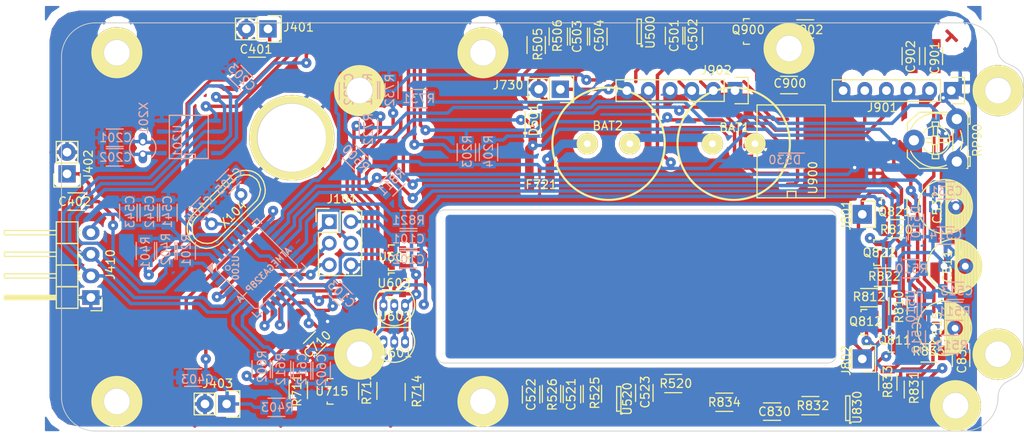
<source format=kicad_pcb>
(kicad_pcb (version 4) (host pcbnew 4.0.4-stable)
  (layers (0 F.Cu signal) (31 B.Cu signal) (34 B.Paste user hide) (35 F.Paste user hide) (36 B.SilkS user hide) (37 F.SilkS user) (38 B.Mask user hide) (39 F.Mask user hide) (44 Edge.Cuts user))
  (net 0 "")
  (net 1 "Net-(BAT1-Pad1)")
  (net 2 GND)
  (net 3 "Net-(BAT2-Pad1)")
  (net 4 VCC)
  (net 5 "Net-(C104-Pad2)")
  (net 6 "Net-(C105-Pad2)")
  (net 7 "Net-(C201-Pad1)")
  (net 8 "Net-(C202-Pad1)")
  (net 9 V_rtc)
  (net 10 BP1)
  (net 11 BP2)
  (net 12 BP3)
  (net 13 V_sol)
  (net 14 "Net-(C503-Pad1)")
  (net 15 "Net-(C504-Pad1)")
  (net 16 "Net-(C511-Pad1)")
  (net 17 "Net-(C513-Pad1)")
  (net 18 VPP)
  (net 19 "Net-(C522-Pad1)")
  (net 20 V_bat)
  (net 21 quadA)
  (net 22 quadB)
  (net 23 V_ref)
  (net 24 M_imot)
  (net 25 "Net-(J101-Pad1)")
  (net 26 "Net-(J101-Pad3)")
  (net 27 "Net-(J101-Pad4)")
  (net 28 "Net-(J101-Pad5)")
  (net 29 SDA)
  (net 30 SCL)
  (net 31 "Net-(J901-Pad4)")
  (net 32 "Net-(J901-Pad5)")
  (net 33 "Net-(J901-Pad6)")
  (net 34 "Net-(J902-Pad1)")
  (net 35 "Net-(J902-Pad2)")
  (net 36 "Net-(J902-Pad3)")
  (net 37 "Net-(J902-Pad4)")
  (net 38 "Net-(J902-Pad6)")
  (net 39 "Net-(Q811-Pad1)")
  (net 40 "Net-(Q811-Pad2)")
  (net 41 "Net-(Q812-Pad1)")
  (net 42 "Net-(Q821-Pad1)")
  (net 43 "Net-(Q822-Pad1)")
  (net 44 "Net-(Q900-Pad1)")
  (net 45 alarm)
  (net 46 charge_OFF)
  (net 47 "Net-(R510-Pad2)")
  (net 48 VppEn)
  (net 49 "Net-(R711-Pad1)")
  (net 50 M_bat)
  (net 51 M_sol)
  (net 52 C_frw)
  (net 53 C_bkw)
  (net 54 "Net-(R831-Pad2)")
  (net 55 "Net-(R832-Pad2)")
  (net 56 "Net-(R833-Pad1)")
  (net 57 "Net-(R902-Pad1)")
  (net 58 "Net-(J802-Pad1)")
  (net 59 "Net-(J801-Pad1)")
  (net 60 "Net-(C901-Pad2)")
  (module Potentiometers:Potentiometer_Triwood_RM-065 (layer F.Cu) (at 207.1 68.29872 90)
    (fp_text reference RP90 (at 2.5 2.4 90) (layer F.SilkS))
    (fp_text value 100k)
    (pad 2 thru_hole circle (at 2.49936 -5.03936 90) (size 2.49936 2.49936) (drill 1.19888) (layers *.Cu *.Mask) (net 60 "Net-(C901-Pad2)"))
    (pad 3 thru_hole circle (at 4.99872 0 90) (size 2.49936 2.49936) (drill 1.19888) (layers *.Cu *.Mask) (net 4 VCC))
    (pad 1 thru_hole circle (at 0 0 90) (size 2.49936 2.49936) (drill 1.19888) (layers *.Cu *.Mask) (net 2 GND))
  )
  (module Resistors_SMD:R_1206 (layer B.Cu) (at 206.8 85.9)
    (fp_text reference R511 (at 0 0) (layer B.SilkS) (effects (justify mirror)))
    (fp_text value 100k)
    (pad 1 smd rect (at -1.45 0) (size 0.9 1.7) (layers B.Cu B.Paste B.Mask) (net 2 GND))
    (pad 2 smd rect (at 1.45 0) (size 0.9 1.7) (layers B.Cu B.Paste B.Mask) (net 17 "Net-(C513-Pad1)"))
  )
  (module Resistors_SMD:R_1206 (layer F.Cu) (at 179.8 96.6 180)
    (fp_text reference R834 (at 0 0 180) (layer F.SilkS))
    (fp_text value 1k)
    (pad 1 smd rect (at -1.45 0 180) (size 0.9 1.7) (layers F.Cu F.Paste F.Mask) (net 55 "Net-(R832-Pad2)"))
    (pad 2 smd rect (at 1.45 0 180) (size 0.9 1.7) (layers F.Cu F.Paste F.Mask) (net 2 GND))
  )
  (module gdi:HFC1330 (layer F.Cu) (at 180.9 66.2)
    (fp_text reference BAT1 (at 0.1 -1.9) (layer F.SilkS))
    (fp_text value BAT)
    (pad 1 thru_hole circle (at -2.5 0) (size 2.5 2.5) (drill 0.8) (layers *.Cu *.Mask F.SilkS) (net 1 "Net-(BAT1-Pad1)"))
    (pad 2 thru_hole circle (at 2.5 0) (size 2.5 2.5) (drill 0.8) (layers *.Cu *.Mask F.SilkS) (net 2 GND))
  )
  (module gdi:HFC1330 (layer F.Cu) (at 166.2 66.2)
    (fp_text reference BAT2 (at -0.1 -2.1) (layer F.SilkS))
    (fp_text value BAT)
    (pad 1 thru_hole circle (at -2.5 0) (size 2.5 2.5) (drill 0.8) (layers *.Cu *.Mask F.SilkS) (net 3 "Net-(BAT2-Pad1)"))
    (pad 2 thru_hole circle (at 2.5 0) (size 2.5 2.5) (drill 0.8) (layers *.Cu *.Mask F.SilkS) (net 1 "Net-(BAT1-Pad1)"))
  )
  (module Capacitors_ThroughHole:C_Radial_D6.3_L11.2_P2.5 (layer F.Cu) (at 205.6 80.6)
    (fp_text reference C511 (at 0.4 0 90) (layer F.SilkS))
    (fp_text value 470uF)
    (pad 2 thru_hole circle (at 2.5 0) (size 1.3 1.3) (drill 0.8) (layers *.Cu *.Mask) (net 2 GND))
    (pad 1 thru_hole rect (at 0 0) (size 1.3 1.3) (drill 0.8) (layers *.Cu *.Mask) (net 16 "Net-(C511-Pad1)"))
  )
  (module Capacitors_ThroughHole:C_Radial_D6.3_L11.2_P2.5 (layer F.Cu) (at 204.4 87.9)
    (fp_text reference C515 (at 0.4 -0.06 90) (layer F.SilkS))
    (fp_text value 470uF)
    (pad 2 thru_hole circle (at 2.5 0) (size 1.3 1.3) (drill 0.8) (layers *.Cu *.Mask) (net 2 GND))
    (pad 1 thru_hole rect (at 0 0) (size 1.3 1.3) (drill 0.8) (layers *.Cu *.Mask) (net 4 VCC))
  )
  (module Capacitors_ThroughHole:C_Radial_D6.3_L11.2_P2.5 (layer F.Cu) (at 204.5 73.6)
    (fp_text reference C532 (at 0.3 0.1 90) (layer F.SilkS))
    (fp_text value 470uF)
    (pad 2 thru_hole circle (at 2.5 0) (size 1.3 1.3) (drill 0.8) (layers *.Cu *.Mask) (net 2 GND))
    (pad 1 thru_hole rect (at 0 0) (size 1.3 1.3) (drill 0.8) (layers *.Cu *.Mask) (net 9 V_rtc))
  )
  (module Diodes_SMD:SOD-123 (layer F.Cu) (at 157.3 63.4 90)
    (fp_text reference D501 (at 0 0.1 90) (layer F.SilkS))
    (fp_text value SCHOTTKY)
    (pad 1 smd rect (at -1.635 0 90) (size 0.91 1.22) (layers F.Cu F.Paste F.Mask) (net 20 V_bat))
    (pad 2 smd rect (at 1.635 0 90) (size 0.91 1.22) (layers F.Cu F.Paste F.Mask) (net 15 "Net-(C504-Pad1)"))
  )
  (module Diodes_SMD:SOD-123 (layer B.Cu) (at 202.3 75.5 90)
    (fp_text reference D510 (at 0.1 0 90) (layer B.SilkS) (effects (justify mirror)))
    (fp_text value SCHOTTKY)
    (pad 1 smd rect (at -1.635 0 90) (size 0.91 1.22) (layers B.Cu B.Paste B.Mask) (net 16 "Net-(C511-Pad1)"))
    (pad 2 smd rect (at 1.635 0 90) (size 0.91 1.22) (layers B.Cu B.Paste B.Mask) (net 20 V_bat))
  )
  (module Diodes_SMD:SOD-123 (layer B.Cu) (at 187.2 68.2 180)
    (fp_text reference D530 (at 0.3 0.1 180) (layer B.SilkS) (effects (justify mirror)))
    (fp_text value SCHOTTKY)
    (pad 1 smd rect (at -1.635 0 180) (size 0.91 1.22) (layers B.Cu B.Paste B.Mask) (net 9 V_rtc))
    (pad 2 smd rect (at 1.635 0 180) (size 0.91 1.22) (layers B.Cu B.Paste B.Mask) (net 4 VCC))
  )
  (module gdi:3mm_screw (layer F.Cu) (at 108.45 96.5)
    (fp_text reference H1 (at 0 0.5) (layer F.SilkS))
    (fp_text value hole)
    (pad 1 thru_hole circle (at 0 0) (size 6 6) (drill 3) (layers *.Mask F.Cu F.SilkS) (net 2 GND))
    (pad 1 thru_hole circle (at 0 0) (size 4 4) (drill 3) (layers *.Cu *.Mask F.SilkS) (net 2 GND))
  )
  (module gdi:3mm_screw (layer F.Cu) (at 151.45 96.5)
    (fp_text reference H2 (at 0 0.5) (layer F.SilkS))
    (fp_text value hole)
    (pad 1 thru_hole circle (at 0 0) (size 6 6) (drill 3) (layers *.Mask F.Cu F.SilkS) (net 2 GND))
    (pad 1 thru_hole circle (at 0 0) (size 4 4) (drill 3) (layers *.Cu *.Mask F.SilkS) (net 2 GND))
  )
  (module gdi:3mm_screw (layer F.Cu) (at 206.95 97)
    (fp_text reference H3 (at 0 0.5) (layer F.SilkS))
    (fp_text value hole)
    (pad 1 thru_hole circle (at 0 0) (size 6 6) (drill 3) (layers *.Mask F.Cu F.SilkS) (net 2 GND))
    (pad 1 thru_hole circle (at 0 0) (size 4 4) (drill 3) (layers *.Cu *.Mask F.SilkS) (net 2 GND))
  )
  (module gdi:3mm_screw (layer F.Cu) (at 187.4 55)
    (fp_text reference H4 (at 0 0.5) (layer F.SilkS))
    (fp_text value hole)
    (pad 1 thru_hole circle (at 0 0) (size 6 6) (drill 3) (layers *.Mask F.Cu F.SilkS) (net 2 GND))
    (pad 1 thru_hole circle (at 0 0) (size 4 4) (drill 3) (layers *.Cu *.Mask F.SilkS) (net 2 GND))
  )
  (module gdi:3mm_screw (layer F.Cu) (at 151.45 55.5)
    (fp_text reference H5 (at 0 0.5) (layer F.SilkS))
    (fp_text value hole)
    (pad 1 thru_hole circle (at 0 0) (size 6 6) (drill 3) (layers *.Mask F.Cu F.SilkS) (net 2 GND))
    (pad 1 thru_hole circle (at 0 0) (size 4 4) (drill 3) (layers *.Cu *.Mask F.SilkS) (net 2 GND))
  )
  (module gdi:3mm_screw (layer F.Cu) (at 108.45 55.5)
    (fp_text reference H6 (at 0 0.5) (layer F.SilkS))
    (fp_text value hole)
    (pad 1 thru_hole circle (at 0 0) (size 6 6) (drill 3) (layers *.Mask F.Cu F.SilkS) (net 2 GND))
    (pad 1 thru_hole circle (at 0 0) (size 4 4) (drill 3) (layers *.Cu *.Mask F.SilkS) (net 2 GND))
  )
  (module gdi:MF85 (layer F.Cu) (at 129 65.5)
    (fp_text reference H7 (at 0 0.5) (layer F.SilkS))
    (fp_text value hole)
    (pad 1 thru_hole circle (at 0 0) (size 10 10) (drill 8) (layers *.Cu *.Mask F.SilkS) (net 2 GND))
  )
  (module Pin_Headers:Pin_Header_Straight_2x03 (layer F.Cu) (at 133.4 75.36)
    (fp_text reference J101 (at 1.5 -2.66) (layer F.SilkS))
    (fp_text value HEADER_3x2)
    (pad 1 thru_hole rect (at 0 0) (size 1.7272 1.7272) (drill 1.016) (layers *.Cu *.Mask) (net 25 "Net-(J101-Pad1)"))
    (pad 2 thru_hole oval (at 2.54 0) (size 1.7272 1.7272) (drill 1.016) (layers *.Cu *.Mask) (net 4 VCC))
    (pad 3 thru_hole oval (at 0 2.54) (size 1.7272 1.7272) (drill 1.016) (layers *.Cu *.Mask) (net 26 "Net-(J101-Pad3)"))
    (pad 4 thru_hole oval (at 2.54 2.54) (size 1.7272 1.7272) (drill 1.016) (layers *.Cu *.Mask) (net 27 "Net-(J101-Pad4)"))
    (pad 5 thru_hole oval (at 0 5.08) (size 1.7272 1.7272) (drill 1.016) (layers *.Cu *.Mask) (net 28 "Net-(J101-Pad5)"))
    (pad 6 thru_hole oval (at 2.54 5.08) (size 1.7272 1.7272) (drill 1.016) (layers *.Cu *.Mask) (net 2 GND))
  )
  (module Pin_Headers:Pin_Header_Straight_1x02 (layer F.Cu) (at 126.2 52.7 270)
    (fp_text reference J401 (at -0.2 -3.6 360) (layer F.SilkS))
    (fp_text value HEADER_2)
    (pad 1 thru_hole rect (at 0 0 270) (size 2.032 2.032) (drill 1.016) (layers *.Cu *.Mask) (net 10 BP1))
    (pad 2 thru_hole oval (at 0 2.54 270) (size 2.032 2.032) (drill 1.016) (layers *.Cu *.Mask) (net 2 GND))
  )
  (module Pin_Headers:Pin_Header_Straight_1x02 (layer F.Cu) (at 102.6 69.74 180)
    (fp_text reference J402 (at -2.5 1.04 270) (layer F.SilkS))
    (fp_text value HEADER_2)
    (pad 1 thru_hole rect (at 0 0 180) (size 2.032 2.032) (drill 1.016) (layers *.Cu *.Mask) (net 11 BP2))
    (pad 2 thru_hole oval (at 0 2.54 180) (size 2.032 2.032) (drill 1.016) (layers *.Cu *.Mask) (net 2 GND))
  )
  (module Pin_Headers:Pin_Header_Straight_1x02 (layer F.Cu) (at 121.34 96.8 270)
    (fp_text reference J403 (at -2.4 1.04 360) (layer F.SilkS))
    (fp_text value HEADER_2)
    (pad 1 thru_hole rect (at 0 0 270) (size 2.032 2.032) (drill 1.016) (layers *.Cu *.Mask) (net 12 BP3))
    (pad 2 thru_hole oval (at 0 2.54 270) (size 2.032 2.032) (drill 1.016) (layers *.Cu *.Mask) (net 2 GND))
  )
  (module Pin_Headers:Pin_Header_Angled_1x04 (layer F.Cu) (at 105.4 84.28 180)
    (fp_text reference J410 (at -2.3 3.88 270) (layer F.SilkS))
    (fp_text value HEADER_4)
    (pad 1 thru_hole rect (at 0 0 180) (size 2.032 1.7272) (drill 1.016) (layers *.Cu *.Mask) (net 2 GND))
    (pad 2 thru_hole oval (at 0 2.54 180) (size 2.032 1.7272) (drill 1.016) (layers *.Cu *.Mask) (net 29 SDA))
    (pad 3 thru_hole oval (at 0 5.08 180) (size 2.032 1.7272) (drill 1.016) (layers *.Cu *.Mask) (net 30 SCL))
    (pad 4 thru_hole oval (at 0 7.62 180) (size 2.032 1.7272) (drill 1.016) (layers *.Cu *.Mask) (net 4 VCC))
  )
  (module Pin_Headers:Pin_Header_Straight_1x02 (layer F.Cu) (at 160.54 59.8 270)
    (fp_text reference J730 (at -0.5 6.14 360) (layer F.SilkS))
    (fp_text value HEADER_2)
    (pad 1 thru_hole rect (at 0 0 270) (size 2.032 2.032) (drill 1.016) (layers *.Cu *.Mask) (net 13 V_sol))
    (pad 2 thru_hole oval (at 0 2.54 270) (size 2.032 2.032) (drill 1.016) (layers *.Cu *.Mask) (net 2 GND))
  )
  (module Pin_Headers:Pin_Header_Straight_1x06 (layer F.Cu) (at 206.45 59.95 270)
    (fp_text reference J901 (at 2 8.1 360) (layer F.SilkS))
    (fp_text value HEADER_6)
    (pad 1 thru_hole rect (at 0 0 270) (size 2.032 1.7272) (drill 1.016) (layers *.Cu *.Mask) (net 2 GND))
    (pad 2 thru_hole oval (at 0 2.54 270) (size 2.032 1.7272) (drill 1.016) (layers *.Cu *.Mask) (net 4 VCC))
    (pad 3 thru_hole oval (at 0 5.08 270) (size 2.032 1.7272) (drill 1.016) (layers *.Cu *.Mask) (net 60 "Net-(C901-Pad2)"))
    (pad 4 thru_hole oval (at 0 7.62 270) (size 2.032 1.7272) (drill 1.016) (layers *.Cu *.Mask) (net 31 "Net-(J901-Pad4)"))
    (pad 5 thru_hole oval (at 0 10.16 270) (size 2.032 1.7272) (drill 1.016) (layers *.Cu *.Mask) (net 32 "Net-(J901-Pad5)"))
    (pad 6 thru_hole oval (at 0 12.7 270) (size 2.032 1.7272) (drill 1.016) (layers *.Cu *.Mask) (net 33 "Net-(J901-Pad6)"))
  )
  (module Pin_Headers:Pin_Header_Straight_1x06 (layer F.Cu) (at 181.05 59.95 270)
    (fp_text reference J902 (at -2.4 2.2 360) (layer F.SilkS))
    (fp_text value HEADER_6)
    (pad 1 thru_hole rect (at 0 0 270) (size 2.032 1.7272) (drill 1.016) (layers *.Cu *.Mask) (net 34 "Net-(J902-Pad1)"))
    (pad 2 thru_hole oval (at 0 2.54 270) (size 2.032 1.7272) (drill 1.016) (layers *.Cu *.Mask) (net 35 "Net-(J902-Pad2)"))
    (pad 3 thru_hole oval (at 0 5.08 270) (size 2.032 1.7272) (drill 1.016) (layers *.Cu *.Mask) (net 36 "Net-(J902-Pad3)"))
    (pad 4 thru_hole oval (at 0 7.62 270) (size 2.032 1.7272) (drill 1.016) (layers *.Cu *.Mask) (net 37 "Net-(J902-Pad4)"))
    (pad 5 thru_hole oval (at 0 10.16 270) (size 2.032 1.7272) (drill 1.016) (layers *.Cu *.Mask) (net 4 VCC))
    (pad 6 thru_hole oval (at 0 12.7 270) (size 2.032 1.7272) (drill 1.016) (layers *.Cu *.Mask) (net 38 "Net-(J902-Pad6)"))
  )
  (module w_lqfp:lqfp32 (layer B.Cu) (at 124.9 80.8 45)
    (fp_text reference U100 (at -1.767767 -1.767767 90) (layer B.SilkS) (effects (font (size 0.7493 0.7493) (thickness 0.14986)) (justify mirror)))
    (fp_text value ATMEGA328P-A (at 0 1.143 45) (layer B.SilkS) (effects (font (size 0.7493 0.7493) (thickness 0.14986)) (justify mirror)))
    (pad 4 smd rect (at -0.39878 -4.09956 45) (size 0.55118 1.30048) (layers B.Cu B.Paste B.Mask) (net 4 VCC))
    (pad 5 smd rect (at 0.39878 -4.09956 45) (size 0.55118 1.30048) (layers B.Cu B.Paste B.Mask) (net 2 GND))
    (pad 6 smd rect (at 1.19888 -4.09956 45) (size 0.55118 1.30048) (layers B.Cu B.Paste B.Mask) (net 4 VCC))
    (pad 7 smd rect (at 1.99898 -4.09956 45) (size 0.55118 1.30048) (layers B.Cu B.Paste B.Mask) (net 5 "Net-(C104-Pad2)"))
    (pad 8 smd rect (at 2.79908 -4.09956 45) (size 0.55118 1.30048) (layers B.Cu B.Paste B.Mask) (net 6 "Net-(C105-Pad2)"))
    (pad 1 smd rect (at -2.79908 -4.09956 45) (size 0.55118 1.30048) (layers B.Cu B.Paste B.Mask) (net 11 BP2))
    (pad 2 smd rect (at -1.99898 -4.09956 45) (size 0.55118 1.30048) (layers B.Cu B.Paste B.Mask) (net 10 BP1))
    (pad 3 smd rect (at -1.19888 -4.09956 45) (size 0.55118 1.30048) (layers B.Cu B.Paste B.Mask) (net 2 GND))
    (pad 9 smd rect (at 4.09956 -2.79908 45) (size 1.30048 0.55118) (layers B.Cu B.Paste B.Mask) (net 12 BP3))
    (pad 10 smd rect (at 4.09956 -1.99898 45) (size 1.30048 0.55118) (layers B.Cu B.Paste B.Mask) (net 46 charge_OFF))
    (pad 11 smd rect (at 4.09956 -1.19888 45) (size 1.30048 0.55118) (layers B.Cu B.Paste B.Mask) (net 48 VppEn))
    (pad 12 smd rect (at 4.09956 -0.39878 45) (size 1.30048 0.55118) (layers B.Cu B.Paste B.Mask) (net 52 C_frw))
    (pad 13 smd rect (at 4.09956 0.39878 45) (size 1.30048 0.55118) (layers B.Cu B.Paste B.Mask) (net 53 C_bkw))
    (pad 14 smd rect (at 4.09956 1.19888 45) (size 1.30048 0.55118) (layers B.Cu B.Paste B.Mask))
    (pad 15 smd rect (at 4.09956 1.99898 45) (size 1.30048 0.55118) (layers B.Cu B.Paste B.Mask) (net 27 "Net-(J101-Pad4)"))
    (pad 16 smd rect (at 4.09956 2.79908 45) (size 1.30048 0.55118) (layers B.Cu B.Paste B.Mask) (net 25 "Net-(J101-Pad1)"))
    (pad 17 smd rect (at 2.79908 4.09956 45) (size 0.55118 1.30048) (layers B.Cu B.Paste B.Mask) (net 26 "Net-(J101-Pad3)"))
    (pad 18 smd rect (at 1.99898 4.09956 45) (size 0.55118 1.30048) (layers B.Cu B.Paste B.Mask) (net 4 VCC))
    (pad 19 smd rect (at 1.19888 4.09956 45) (size 0.55118 1.30048) (layers B.Cu B.Paste B.Mask) (net 51 M_sol))
    (pad 20 smd rect (at 0.39878 4.09956 45) (size 0.55118 1.30048) (layers B.Cu B.Paste B.Mask) (net 23 V_ref))
    (pad 21 smd rect (at -0.39878 4.09956 45) (size 0.55118 1.30048) (layers B.Cu B.Paste B.Mask) (net 2 GND))
    (pad 22 smd rect (at -1.19888 4.09956 45) (size 0.55118 1.30048) (layers B.Cu B.Paste B.Mask) (net 50 M_bat))
    (pad 23 smd rect (at -1.99898 4.09956 45) (size 0.55118 1.30048) (layers B.Cu B.Paste B.Mask) (net 24 M_imot))
    (pad 24 smd rect (at -2.79908 4.09956 45) (size 0.55118 1.30048) (layers B.Cu B.Paste B.Mask))
    (pad 25 smd rect (at -4.09956 2.79908 45) (size 1.30048 0.55118) (layers B.Cu B.Paste B.Mask) (net 22 quadB))
    (pad 26 smd rect (at -4.09956 1.99898 45) (size 1.30048 0.55118) (layers B.Cu B.Paste B.Mask) (net 21 quadA))
    (pad 27 smd rect (at -4.09956 1.19888 45) (size 1.30048 0.55118) (layers B.Cu B.Paste B.Mask) (net 29 SDA))
    (pad 28 smd rect (at -4.09956 0.39878 45) (size 1.30048 0.55118) (layers B.Cu B.Paste B.Mask) (net 30 SCL))
    (pad 29 smd rect (at -4.09956 -0.39878 45) (size 1.30048 0.55118) (layers B.Cu B.Paste B.Mask) (net 28 "Net-(J101-Pad5)"))
    (pad 30 smd rect (at -4.09956 -1.19888 45) (size 1.30048 0.55118) (layers B.Cu B.Paste B.Mask))
    (pad 31 smd rect (at -4.09956 -1.99898 45) (size 1.30048 0.55118) (layers B.Cu B.Paste B.Mask))
    (pad 32 smd rect (at -4.09956 -2.79908 45) (size 1.30048 0.55118) (layers B.Cu B.Paste B.Mask) (net 45 alarm))
  )
  (module SMD_Packages:SOIC-8-N (layer B.Cu) (at 116.9 65.4 90)
    (fp_text reference U201 (at -0.5 -1.3 90) (layer B.SilkS) (effects (justify mirror)))
    (fp_text value MCP7940)
    (pad 8 smd rect (at -1.905 3.175 90) (size 0.508 1.143) (layers B.Cu B.Paste B.Mask) (net 9 V_rtc))
    (pad 7 smd rect (at -0.635 3.175 90) (size 0.508 1.143) (layers B.Cu B.Paste B.Mask) (net 45 alarm))
    (pad 6 smd rect (at 0.635 3.175 90) (size 0.508 1.143) (layers B.Cu B.Paste B.Mask) (net 30 SCL))
    (pad 5 smd rect (at 1.905 3.175 90) (size 0.508 1.143) (layers B.Cu B.Paste B.Mask) (net 29 SDA))
    (pad 4 smd rect (at 1.905 -3.175 90) (size 0.508 1.143) (layers B.Cu B.Paste B.Mask) (net 2 GND))
    (pad 3 smd rect (at 0.635 -3.175 90) (size 0.508 1.143) (layers B.Cu B.Paste B.Mask) (net 45 alarm))
    (pad 2 smd rect (at -0.635 -3.175 90) (size 0.508 1.143) (layers B.Cu B.Paste B.Mask) (net 7 "Net-(C201-Pad1)"))
    (pad 1 smd rect (at -1.905 -3.175 90) (size 0.508 1.143) (layers B.Cu B.Paste B.Mask) (net 8 "Net-(C202-Pad1)"))
  )
  (module TO_SOT_Packages_THT:TO-92_Inline_Narrow_Oval (layer F.Cu) (at 142.3 89.5 180)
    (fp_text reference U601 (at 1.1 -1.3 180) (layer F.SilkS))
    (fp_text value A3144)
    (pad 2 thru_hole oval (at 1.27 0) (size 0.89916 1.50114) (drill 0.6) (layers *.Cu *.Mask) (net 2 GND))
    (pad 3 thru_hole oval (at 2.54 0) (size 0.89916 1.50114) (drill 0.6) (layers *.Cu *.Mask) (net 21 quadA))
    (pad 1 thru_hole oval (at 0 0) (size 0.89916 1.50114) (drill 0.6) (layers *.Cu *.Mask) (net 18 VPP))
  )
  (module TO_SOT_Packages_THT:TO-92_Inline_Narrow_Oval (layer F.Cu) (at 142.3 85.2 180)
    (fp_text reference U602 (at 1.2 -1.3 180) (layer F.SilkS))
    (fp_text value A3144)
    (pad 2 thru_hole oval (at 1.27 0) (size 0.89916 1.50114) (drill 0.6) (layers *.Cu *.Mask) (net 2 GND))
    (pad 3 thru_hole oval (at 2.54 0) (size 0.89916 1.50114) (drill 0.6) (layers *.Cu *.Mask) (net 22 quadB))
    (pad 1 thru_hole oval (at 0 0) (size 0.89916 1.50114) (drill 0.6) (layers *.Cu *.Mask) (net 18 VPP))
  )
  (module SMD_Packages:SO-16-W (layer F.Cu) (at 187.7 67.1 90)
    (fp_text reference U900 (at -3.1 2.5 90) (layer F.SilkS))
    (fp_text value PCF8574)
    (pad 1 smd rect (at -4.445 5.08 90) (size 0.508 1.143) (layers F.Cu F.Paste F.Mask) (net 2 GND))
    (pad 2 smd rect (at -3.175 5.08 90) (size 0.508 1.143) (layers F.Cu F.Paste F.Mask) (net 2 GND))
    (pad 3 smd rect (at -1.905 5.08 90) (size 0.508 1.143) (layers F.Cu F.Paste F.Mask) (net 2 GND))
    (pad 4 smd rect (at -0.635 5.08 90) (size 0.508 1.143) (layers F.Cu F.Paste F.Mask) (net 31 "Net-(J901-Pad4)"))
    (pad 5 smd rect (at 0.635 5.08 90) (size 0.508 1.143) (layers F.Cu F.Paste F.Mask) (net 32 "Net-(J901-Pad5)"))
    (pad 6 smd rect (at 1.905 5.08 90) (size 0.508 1.143) (layers F.Cu F.Paste F.Mask) (net 33 "Net-(J901-Pad6)"))
    (pad 7 smd rect (at 3.175 5.08 90) (size 0.508 1.143) (layers F.Cu F.Paste F.Mask) (net 57 "Net-(R902-Pad1)"))
    (pad 8 smd rect (at 4.445 5.08 90) (size 0.508 1.143) (layers F.Cu F.Paste F.Mask) (net 2 GND))
    (pad 9 smd rect (at 4.445 -5.08 90) (size 0.508 1.143) (layers F.Cu F.Paste F.Mask) (net 34 "Net-(J902-Pad1)"))
    (pad 10 smd rect (at 3.175 -5.08 90) (size 0.508 1.143) (layers F.Cu F.Paste F.Mask) (net 35 "Net-(J902-Pad2)"))
    (pad 11 smd rect (at 1.905 -5.08 90) (size 0.508 1.143) (layers F.Cu F.Paste F.Mask) (net 36 "Net-(J902-Pad3)"))
    (pad 12 smd rect (at 0.635 -5.08 90) (size 0.508 1.143) (layers F.Cu F.Paste F.Mask) (net 37 "Net-(J902-Pad4)"))
    (pad 13 smd rect (at -0.635 -5.08 90) (size 0.508 1.143) (layers F.Cu F.Paste F.Mask))
    (pad 14 smd rect (at -1.905 -5.08 90) (size 0.508 1.143) (layers F.Cu F.Paste F.Mask) (net 30 SCL))
    (pad 15 smd rect (at -3.175 -5.08 90) (size 0.508 1.143) (layers F.Cu F.Paste F.Mask) (net 29 SDA))
    (pad 16 smd rect (at -4.445 -5.08 90) (size 0.508 1.143) (layers F.Cu F.Paste F.Mask) (net 4 VCC))
  )
  (module Crystals:Crystal_HC49-U_Vertical (layer F.Cu) (at 121.3 73.9 45)
    (fp_text reference X104 (at 0.141421 0.989949 45) (layer F.SilkS))
    (fp_text value 16M)
    (pad 1 thru_hole circle (at -2.44094 0 45) (size 1.50114 1.50114) (drill 0.8001) (layers *.Cu *.Mask) (net 5 "Net-(C104-Pad2)"))
    (pad 2 thru_hole circle (at 2.44094 0 45) (size 1.50114 1.50114) (drill 0.8001) (layers *.Cu *.Mask) (net 6 "Net-(C105-Pad2)"))
  )
  (module Crystals:Crystal_Round_Vertical_3mm_BigPad (layer B.Cu) (at 111.5 66.7 90)
    (fp_text reference X201 (at 3.5 0.1 90) (layer B.SilkS) (effects (justify mirror)))
    (fp_text value 32.768K)
    (pad 1 thru_hole oval (at -0.7493 0 90) (size 1.50114 1.00076) (drill 0.59944 (offset -0.29972 0)) (layers *.Cu *.Mask) (net 8 "Net-(C202-Pad1)"))
    (pad 2 thru_hole oval (at 0.7493 0 90) (size 1.50114 1.00076) (drill 0.59944 (offset 0.29972 0)) (layers *.Cu *.Mask) (net 7 "Net-(C201-Pad1)"))
  )
  (module Pin_Headers:Pin_Header_Straight_1x01 (layer F.Cu) (at 196 74.5 270)
    (fp_text reference J801 (at 0.1 1.9 450) (layer F.SilkS))
    (fp_text value HEADER_1)
    (pad 1 thru_hole rect (at 0 0 270) (size 2.2352 2.2352) (drill 1.016) (layers *.Cu *.Mask) (net 59 "Net-(J801-Pad1)"))
  )
  (module Pin_Headers:Pin_Header_Straight_1x01 (layer F.Cu) (at 196 91.5 270)
    (fp_text reference J802 (at 0.2 1.9 270) (layer F.SilkS))
    (fp_text value HEADER_1)
    (pad 1 thru_hole rect (at 0 0 270) (size 2.2352 2.2352) (drill 1.016) (layers *.Cu *.Mask) (net 58 "Net-(J802-Pad1)"))
  )
  (module Capacitors_SMD:C_1206 (layer B.Cu) (at 142.7 77.5 180)
    (fp_text reference C101 (at 0 0.1 180) (layer B.SilkS) (effects (justify mirror)))
    (fp_text value 10n)
    (pad 1 smd rect (at -1.5 0 180) (size 1 1.6) (layers B.Cu B.Paste B.Mask) (net 2 GND))
    (pad 2 smd rect (at 1.5 0 180) (size 1 1.6) (layers B.Cu B.Paste B.Mask) (net 4 VCC))
  )
  (module Capacitors_SMD:C_1206 (layer B.Cu) (at 142.7 79.8 180)
    (fp_text reference C102 (at 0 0 180) (layer B.SilkS) (effects (justify mirror)))
    (fp_text value 100n)
    (pad 1 smd rect (at -1.5 0 180) (size 1 1.6) (layers B.Cu B.Paste B.Mask) (net 2 GND))
    (pad 2 smd rect (at 1.5 0 180) (size 1 1.6) (layers B.Cu B.Paste B.Mask) (net 4 VCC))
  )
  (module Capacitors_SMD:C_1206 (layer B.Cu) (at 134.6 83.8 135)
    (fp_text reference C103 (at -0.212132 0.070711 135) (layer B.SilkS) (effects (justify mirror)))
    (fp_text value 10n)
    (pad 1 smd rect (at -1.5 0 135) (size 1 1.6) (layers B.Cu B.Paste B.Mask) (net 2 GND))
    (pad 2 smd rect (at 1.5 0 135) (size 1 1.6) (layers B.Cu B.Paste B.Mask) (net 4 VCC))
  )
  (module Capacitors_SMD:C_1206 (layer B.Cu) (at 118.3 73.9 225)
    (fp_text reference C104 (at 0.070711 0.070711 225) (layer B.SilkS) (effects (justify mirror)))
    (fp_text value 10p)
    (pad 1 smd rect (at -1.5 0 225) (size 1 1.6) (layers B.Cu B.Paste B.Mask) (net 2 GND))
    (pad 2 smd rect (at 1.5 0 225) (size 1 1.6) (layers B.Cu B.Paste B.Mask) (net 5 "Net-(C104-Pad2)"))
  )
  (module Capacitors_SMD:C_1206 (layer B.Cu) (at 121.6 70.6 45)
    (fp_text reference C105 (at 0 0 45) (layer B.SilkS) (effects (justify mirror)))
    (fp_text value 10p)
    (pad 1 smd rect (at -1.5 0 45) (size 1 1.6) (layers B.Cu B.Paste B.Mask) (net 2 GND))
    (pad 2 smd rect (at 1.5 0 45) (size 1 1.6) (layers B.Cu B.Paste B.Mask) (net 6 "Net-(C105-Pad2)"))
  )
  (module Capacitors_SMD:C_1206 (layer B.Cu) (at 108.2 65.5 180)
    (fp_text reference C201 (at -0.1 0 180) (layer B.SilkS) (effects (justify mirror)))
    (fp_text value 10p)
    (pad 1 smd rect (at -1.5 0 180) (size 1 1.6) (layers B.Cu B.Paste B.Mask) (net 7 "Net-(C201-Pad1)"))
    (pad 2 smd rect (at 1.5 0 180) (size 1 1.6) (layers B.Cu B.Paste B.Mask) (net 2 GND))
  )
  (module Capacitors_SMD:C_1206 (layer B.Cu) (at 108.2 67.8 180)
    (fp_text reference C202 (at -0.1 0 180) (layer B.SilkS) (effects (justify mirror)))
    (fp_text value 10p)
    (pad 1 smd rect (at -1.5 0 180) (size 1 1.6) (layers B.Cu B.Paste B.Mask) (net 8 "Net-(C202-Pad1)"))
    (pad 2 smd rect (at 1.5 0 180) (size 1 1.6) (layers B.Cu B.Paste B.Mask) (net 2 GND))
  )
  (module Capacitors_SMD:C_1206 (layer B.Cu) (at 123 58.4 135)
    (fp_text reference C203 (at -0.070711 0.070711 135) (layer B.SilkS) (effects (justify mirror)))
    (fp_text value 10n)
    (pad 1 smd rect (at -1.5 0 135) (size 1 1.6) (layers B.Cu B.Paste B.Mask) (net 9 V_rtc))
    (pad 2 smd rect (at 1.5 0 135) (size 1 1.6) (layers B.Cu B.Paste B.Mask) (net 2 GND))
  )
  (module Capacitors_SMD:C_1206 (layer F.Cu) (at 124.9 55 180)
    (fp_text reference C401 (at 0.1 -0.1 180) (layer F.SilkS))
    (fp_text value 10n)
    (pad 1 smd rect (at -1.5 0 180) (size 1 1.6) (layers F.Cu F.Paste F.Mask) (net 10 BP1))
    (pad 2 smd rect (at 1.5 0 180) (size 1 1.6) (layers F.Cu F.Paste F.Mask) (net 2 GND))
  )
  (module Capacitors_SMD:C_1206 (layer F.Cu) (at 103.7 73 180)
    (fp_text reference C402 (at 0.2 0 180) (layer F.SilkS))
    (fp_text value 10n)
    (pad 1 smd rect (at -1.5 0 180) (size 1 1.6) (layers F.Cu F.Paste F.Mask) (net 11 BP2))
    (pad 2 smd rect (at 1.5 0 180) (size 1 1.6) (layers F.Cu F.Paste F.Mask) (net 2 GND))
  )
  (module Capacitors_SMD:C_1206 (layer B.Cu) (at 117.4 93.7 180)
    (fp_text reference C403 (at -0.5 -0.2 180) (layer B.SilkS) (effects (justify mirror)))
    (fp_text value 10n)
    (pad 1 smd rect (at -1.5 0 180) (size 1 1.6) (layers B.Cu B.Paste B.Mask) (net 12 BP3))
    (pad 2 smd rect (at 1.5 0 180) (size 1 1.6) (layers B.Cu B.Paste B.Mask) (net 2 GND))
  )
  (module Capacitors_SMD:C_1206 (layer F.Cu) (at 173.9 53.5 90)
    (fp_text reference C501 (at 0 0 90) (layer F.SilkS))
    (fp_text value 10uF)
    (pad 1 smd rect (at -1.5 0 90) (size 1 1.6) (layers F.Cu F.Paste F.Mask) (net 13 V_sol))
    (pad 2 smd rect (at 1.5 0 90) (size 1 1.6) (layers F.Cu F.Paste F.Mask) (net 2 GND))
  )
  (module Capacitors_SMD:C_1206 (layer F.Cu) (at 176.2 53.5 90)
    (fp_text reference C502 (at 0.1 -0.1 90) (layer F.SilkS))
    (fp_text value 10n)
    (pad 1 smd rect (at -1.5 0 90) (size 1 1.6) (layers F.Cu F.Paste F.Mask) (net 13 V_sol))
    (pad 2 smd rect (at 1.5 0 90) (size 1 1.6) (layers F.Cu F.Paste F.Mask) (net 2 GND))
  )
  (module Capacitors_SMD:C_1206 (layer F.Cu) (at 162.7 53.6 90)
    (fp_text reference C503 (at 0 -0.2 90) (layer F.SilkS))
    (fp_text value 470p)
    (pad 1 smd rect (at -1.5 0 90) (size 1 1.6) (layers F.Cu F.Paste F.Mask) (net 14 "Net-(C503-Pad1)"))
    (pad 2 smd rect (at 1.5 0 90) (size 1 1.6) (layers F.Cu F.Paste F.Mask) (net 2 GND))
  )
  (module Capacitors_SMD:C_1206 (layer F.Cu) (at 165 53.6 90)
    (fp_text reference C504 (at 0.1 0.1 90) (layer F.SilkS))
    (fp_text value 10uF)
    (pad 1 smd rect (at -1.5 0 90) (size 1 1.6) (layers F.Cu F.Paste F.Mask) (net 15 "Net-(C504-Pad1)"))
    (pad 2 smd rect (at 1.5 0 90) (size 1 1.6) (layers F.Cu F.Paste F.Mask) (net 2 GND))
  )
  (module Capacitors_SMD:C_1206 (layer B.Cu) (at 202.4 89.2 90)
    (fp_text reference C512 (at 0.2 0 90) (layer B.SilkS) (effects (justify mirror)))
    (fp_text value 10uF)
    (pad 1 smd rect (at -1.5 0 90) (size 1 1.6) (layers B.Cu B.Paste B.Mask) (net 4 VCC))
    (pad 2 smd rect (at 1.5 0 90) (size 1 1.6) (layers B.Cu B.Paste B.Mask) (net 2 GND))
  )
  (module Capacitors_SMD:C_1206 (layer B.Cu) (at 206.9 83.5)
    (fp_text reference C513 (at 0.2 0) (layer B.SilkS) (effects (justify mirror)))
    (fp_text value 470p)
    (pad 1 smd rect (at -1.5 0) (size 1 1.6) (layers B.Cu B.Paste B.Mask) (net 17 "Net-(C513-Pad1)"))
    (pad 2 smd rect (at 1.5 0) (size 1 1.6) (layers B.Cu B.Paste B.Mask) (net 2 GND))
  )
  (module Capacitors_SMD:C_1206 (layer B.Cu) (at 205.8 77)
    (fp_text reference C514 (at 0 -0.1) (layer B.SilkS) (effects (justify mirror)))
    (fp_text value 10uF)
    (pad 1 smd rect (at -1.5 0) (size 1 1.6) (layers B.Cu B.Paste B.Mask) (net 16 "Net-(C511-Pad1)"))
    (pad 2 smd rect (at 1.5 0) (size 1 1.6) (layers B.Cu B.Paste B.Mask) (net 2 GND))
  )
  (module Capacitors_SMD:C_1206 (layer F.Cu) (at 161.9 95.68 90)
    (fp_text reference C521 (at 0 -0.1 90) (layer F.SilkS))
    (fp_text value 10uF)
    (pad 1 smd rect (at -1.5 0 90) (size 1 1.6) (layers F.Cu F.Paste F.Mask) (net 18 VPP))
    (pad 2 smd rect (at 1.5 0 90) (size 1 1.6) (layers F.Cu F.Paste F.Mask) (net 2 GND))
  )
  (module Capacitors_SMD:C_1206 (layer F.Cu) (at 157.1 95.7 90)
    (fp_text reference C522 (at 0 0 90) (layer F.SilkS))
    (fp_text value 470p)
    (pad 1 smd rect (at -1.5 0 90) (size 1 1.6) (layers F.Cu F.Paste F.Mask) (net 19 "Net-(C522-Pad1)"))
    (pad 2 smd rect (at 1.5 0 90) (size 1 1.6) (layers F.Cu F.Paste F.Mask) (net 2 GND))
  )
  (module Capacitors_SMD:C_1206 (layer F.Cu) (at 170.4 95.5 90)
    (fp_text reference C523 (at 0.1 0.1 90) (layer F.SilkS))
    (fp_text value 10uF)
    (pad 1 smd rect (at -1.5 0 90) (size 1 1.6) (layers F.Cu F.Paste F.Mask) (net 20 V_bat))
    (pad 2 smd rect (at 1.5 0 90) (size 1 1.6) (layers F.Cu F.Paste F.Mask) (net 2 GND))
  )
  (module Capacitors_SMD:C_1206 (layer B.Cu) (at 205.9 71.7)
    (fp_text reference C531 (at 0 0.07) (layer B.SilkS) (effects (justify mirror)))
    (fp_text value 10uF)
    (pad 1 smd rect (at -1.5 0) (size 1 1.6) (layers B.Cu B.Paste B.Mask) (net 9 V_rtc))
    (pad 2 smd rect (at 1.5 0) (size 1 1.6) (layers B.Cu B.Paste B.Mask) (net 2 GND))
  )
  (module Capacitors_SMD:C_1206 (layer B.Cu) (at 114.5 74.3 90)
    (fp_text reference C541 (at 0.1 -0.1 90) (layer B.SilkS) (effects (justify mirror)))
    (fp_text value 10n)
    (pad 1 smd rect (at -1.5 0 90) (size 1 1.6) (layers B.Cu B.Paste B.Mask) (net 4 VCC))
    (pad 2 smd rect (at 1.5 0 90) (size 1 1.6) (layers B.Cu B.Paste B.Mask) (net 2 GND))
  )
  (module Capacitors_SMD:C_1206 (layer B.Cu) (at 112.2 74.3 90)
    (fp_text reference C542 (at 0.1 0.1 90) (layer B.SilkS) (effects (justify mirror)))
    (fp_text value 100nF)
    (pad 1 smd rect (at -1.5 0 90) (size 1 1.6) (layers B.Cu B.Paste B.Mask) (net 4 VCC))
    (pad 2 smd rect (at 1.5 0 90) (size 1 1.6) (layers B.Cu B.Paste B.Mask) (net 2 GND))
  )
  (module Capacitors_SMD:C_1206 (layer B.Cu) (at 109.8 74.3 90)
    (fp_text reference C543 (at 0.1 0.2 90) (layer B.SilkS) (effects (justify mirror)))
    (fp_text value 10uF)
    (pad 1 smd rect (at -1.5 0 90) (size 1 1.6) (layers B.Cu B.Paste B.Mask) (net 4 VCC))
    (pad 2 smd rect (at 1.5 0 90) (size 1 1.6) (layers B.Cu B.Paste B.Mask) (net 2 GND))
  )
  (module Capacitors_SMD:C_1206 (layer B.Cu) (at 132.5 92.9 270)
    (fp_text reference C602 (at -0.1 0 270) (layer B.SilkS) (effects (justify mirror)))
    (fp_text value 100nF)
    (pad 1 smd rect (at -1.5 0 270) (size 1 1.6) (layers B.Cu B.Paste B.Mask) (net 21 quadA))
    (pad 2 smd rect (at 1.5 0 270) (size 1 1.6) (layers B.Cu B.Paste B.Mask) (net 2 GND))
  )
  (module Capacitors_SMD:C_1206 (layer B.Cu) (at 130.2 92.9 90)
    (fp_text reference C612 (at 0.2 0 90) (layer B.SilkS) (effects (justify mirror)))
    (fp_text value 100nF)
    (pad 1 smd rect (at -1.5 0 90) (size 1 1.6) (layers B.Cu B.Paste B.Mask) (net 2 GND))
    (pad 2 smd rect (at 1.5 0 90) (size 1 1.6) (layers B.Cu B.Paste B.Mask) (net 22 quadB))
  )
  (module Capacitors_SMD:C_1206 (layer F.Cu) (at 131.8 89.7 225)
    (fp_text reference C710 (at -0.070711 -0.212132 225) (layer F.SilkS))
    (fp_text value 10n)
    (pad 1 smd rect (at -1.5 0 225) (size 1 1.6) (layers F.Cu F.Paste F.Mask) (net 23 V_ref))
    (pad 2 smd rect (at 1.5 0 225) (size 1 1.6) (layers F.Cu F.Paste F.Mask) (net 2 GND))
  )
  (module Capacitors_SMD:C_1206 (layer B.Cu) (at 135.6 60 90)
    (fp_text reference C722 (at 0.2 0.1 90) (layer B.SilkS) (effects (justify mirror)))
    (fp_text value 10uF)
    (pad 1 smd rect (at -1.5 0 90) (size 1 1.6) (layers B.Cu B.Paste B.Mask) (net 20 V_bat))
    (pad 2 smd rect (at 1.5 0 90) (size 1 1.6) (layers B.Cu B.Paste B.Mask) (net 2 GND))
  )
  (module Capacitors_SMD:C_1206 (layer F.Cu) (at 185.4 97.7 180)
    (fp_text reference C830 (at -0.3 0 180) (layer F.SilkS))
    (fp_text value 100n)
    (pad 1 smd rect (at -1.5 0 180) (size 1 1.6) (layers F.Cu F.Paste F.Mask) (net 18 VPP))
    (pad 2 smd rect (at 1.5 0 180) (size 1 1.6) (layers F.Cu F.Paste F.Mask) (net 2 GND))
  )
  (module Capacitors_SMD:C_1206 (layer F.Cu) (at 207.6 91.4 270)
    (fp_text reference C831 (at -0.1 -0.1 270) (layer F.SilkS))
    (fp_text value 100n)
    (pad 1 smd rect (at -1.5 0 270) (size 1 1.6) (layers F.Cu F.Paste F.Mask) (net 24 M_imot))
    (pad 2 smd rect (at 1.5 0 270) (size 1 1.6) (layers F.Cu F.Paste F.Mask) (net 2 GND))
  )
  (module Capacitors_SMD:C_1206 (layer F.Cu) (at 187.4 59.3)
    (fp_text reference C900 (at 0.1 -0.2) (layer F.SilkS))
    (fp_text value 100nF)
    (pad 1 smd rect (at -1.5 0) (size 1 1.6) (layers F.Cu F.Paste F.Mask) (net 4 VCC))
    (pad 2 smd rect (at 1.5 0) (size 1 1.6) (layers F.Cu F.Paste F.Mask) (net 2 GND))
  )
  (module Capacitors_SMD:C_1206 (layer F.Cu) (at 204.4 55.9 270)
    (fp_text reference C901 (at 0.23 -0.11 270) (layer F.SilkS))
    (fp_text value 10nF)
    (pad 1 smd rect (at -1.5 0 270) (size 1 1.6) (layers F.Cu F.Paste F.Mask) (net 2 GND))
    (pad 2 smd rect (at 1.5 0 270) (size 1 1.6) (layers F.Cu F.Paste F.Mask) (net 60 "Net-(C901-Pad2)"))
  )
  (module Capacitors_SMD:C_1206 (layer F.Cu) (at 201.7 55.9 270)
    (fp_text reference C902 (at 0.04 0.02 270) (layer F.SilkS))
    (fp_text value 10uF)
    (pad 1 smd rect (at -1.5 0 270) (size 1 1.6) (layers F.Cu F.Paste F.Mask) (net 2 GND))
    (pad 2 smd rect (at 1.5 0 270) (size 1 1.6) (layers F.Cu F.Paste F.Mask) (net 60 "Net-(C901-Pad2)"))
  )
  (module Fuse_Holders_and_Fuses:Fuse_SMD1206_Reflow (layer F.Cu) (at 158.1 70.9 180)
    (fp_text reference F721 (at -0.2 -0.1 180) (layer F.SilkS))
    (fp_text value 5A)
    (pad 1 smd rect (at -1.20396 0 270) (size 2.02946 1.14046) (layers F.Cu F.Paste F.Mask) (net 3 "Net-(BAT2-Pad1)"))
    (pad 2 smd rect (at 1.20396 0 270) (size 2.02946 1.14046) (layers F.Cu F.Paste F.Mask) (net 20 V_bat))
  )
  (module TO_SOT_Packages_SMD:SOT-23 (layer F.Cu) (at 199.7 89.2 90)
    (fp_text reference Q811 (at -0.1 0.1 180) (layer F.SilkS))
    (fp_text value PBSS4320)
    (pad 1 smd rect (at -0.95 1.00076 90) (size 0.8001 0.8001) (layers F.Cu F.Paste F.Mask) (net 39 "Net-(Q811-Pad1)"))
    (pad 2 smd rect (at 0.95 1.00076 90) (size 0.8001 0.8001) (layers F.Cu F.Paste F.Mask) (net 40 "Net-(Q811-Pad2)"))
    (pad 3 smd rect (at 0 -0.99822 90) (size 0.8001 0.8001) (layers F.Cu F.Paste F.Mask) (net 58 "Net-(J802-Pad1)"))
  )
  (module TO_SOT_Packages_SMD:SOT-23 (layer F.Cu) (at 196.49924 87.2 90)
    (fp_text reference Q812 (at 0.1 -0.09924 180) (layer F.SilkS))
    (fp_text value PBSS5350)
    (pad 1 smd rect (at -0.95 1.00076 90) (size 0.8001 0.8001) (layers F.Cu F.Paste F.Mask) (net 41 "Net-(Q812-Pad1)"))
    (pad 2 smd rect (at 0.95 1.00076 90) (size 0.8001 0.8001) (layers F.Cu F.Paste F.Mask) (net 18 VPP))
    (pad 3 smd rect (at 0 -0.99822 90) (size 0.8001 0.8001) (layers F.Cu F.Paste F.Mask) (net 58 "Net-(J802-Pad1)"))
  )
  (module TO_SOT_Packages_SMD:SOT-23 (layer F.Cu) (at 199.75 73.29924)
    (fp_text reference Q821 (at 0.05 0.90076) (layer F.SilkS))
    (fp_text value PBSS4320)
    (pad 1 smd rect (at -0.95 1.00076) (size 0.8001 0.8001) (layers F.Cu F.Paste F.Mask) (net 42 "Net-(Q821-Pad1)"))
    (pad 2 smd rect (at 0.95 1.00076) (size 0.8001 0.8001) (layers F.Cu F.Paste F.Mask) (net 40 "Net-(Q811-Pad2)"))
    (pad 3 smd rect (at 0 -0.99822) (size 0.8001 0.8001) (layers F.Cu F.Paste F.Mask) (net 59 "Net-(J801-Pad1)"))
  )
  (module TO_SOT_Packages_SMD:SOT-23 (layer F.Cu) (at 198 79 90)
    (fp_text reference Q822 (at 0 0 180) (layer F.SilkS))
    (fp_text value PBSS5350)
    (pad 1 smd rect (at -0.95 1.00076 90) (size 0.8001 0.8001) (layers F.Cu F.Paste F.Mask) (net 43 "Net-(Q822-Pad1)"))
    (pad 2 smd rect (at 0.95 1.00076 90) (size 0.8001 0.8001) (layers F.Cu F.Paste F.Mask) (net 18 VPP))
    (pad 3 smd rect (at 0 -0.99822 90) (size 0.8001 0.8001) (layers F.Cu F.Paste F.Mask) (net 59 "Net-(J801-Pad1)"))
  )
  (module TO_SOT_Packages_SMD:SOT-23 (layer F.Cu) (at 182.7 53 90)
    (fp_text reference Q900 (at 0.2 -0.1 180) (layer F.SilkS))
    (fp_text value PBSS4320)
    (pad 1 smd rect (at -0.95 1.00076 90) (size 0.8001 0.8001) (layers F.Cu F.Paste F.Mask) (net 44 "Net-(Q900-Pad1)"))
    (pad 2 smd rect (at 0.95 1.00076 90) (size 0.8001 0.8001) (layers F.Cu F.Paste F.Mask) (net 2 GND))
    (pad 3 smd rect (at 0 -0.99822 90) (size 0.8001 0.8001) (layers F.Cu F.Paste F.Mask) (net 38 "Net-(J902-Pad6)"))
  )
  (module Resistors_SMD:R_1206 (layer B.Cu) (at 116.6 78.8 270)
    (fp_text reference R201 (at -0.1 0 270) (layer B.SilkS) (effects (justify mirror)))
    (fp_text value 10k)
    (pad 1 smd rect (at -1.45 0 270) (size 0.9 1.7) (layers B.Cu B.Paste B.Mask) (net 4 VCC))
    (pad 2 smd rect (at 1.45 0 270) (size 0.9 1.7) (layers B.Cu B.Paste B.Mask) (net 45 alarm))
  )
  (module Resistors_SMD:R_1206 (layer B.Cu) (at 149.5 67.2 90)
    (fp_text reference R203 (at 0.1 0.1 90) (layer B.SilkS) (effects (justify mirror)))
    (fp_text value 2.2k)
    (pad 1 smd rect (at -1.45 0 90) (size 0.9 1.7) (layers B.Cu B.Paste B.Mask) (net 4 VCC))
    (pad 2 smd rect (at 1.45 0 90) (size 0.9 1.7) (layers B.Cu B.Paste B.Mask) (net 30 SCL))
  )
  (module Resistors_SMD:R_1206 (layer B.Cu) (at 152.1 67.2 90)
    (fp_text reference R204 (at 0.1 0 90) (layer B.SilkS) (effects (justify mirror)))
    (fp_text value 2.2k)
    (pad 1 smd rect (at -1.45 0 90) (size 0.9 1.7) (layers B.Cu B.Paste B.Mask) (net 4 VCC))
    (pad 2 smd rect (at 1.45 0 90) (size 0.9 1.7) (layers B.Cu B.Paste B.Mask) (net 29 SDA))
  )
  (module Resistors_SMD:R_1206 (layer B.Cu) (at 111.8 78.8 270)
    (fp_text reference R401 (at 0.2 0 270) (layer B.SilkS) (effects (justify mirror)))
    (fp_text value 10k)
    (pad 1 smd rect (at -1.45 0 270) (size 0.9 1.7) (layers B.Cu B.Paste B.Mask) (net 4 VCC))
    (pad 2 smd rect (at 1.45 0 270) (size 0.9 1.7) (layers B.Cu B.Paste B.Mask) (net 10 BP1))
  )
  (module Resistors_SMD:R_1206 (layer B.Cu) (at 114.2 78.8 270)
    (fp_text reference R402 (at -0.2 0 270) (layer B.SilkS) (effects (justify mirror)))
    (fp_text value 10k)
    (pad 1 smd rect (at -1.45 0 270) (size 0.9 1.7) (layers B.Cu B.Paste B.Mask) (net 4 VCC))
    (pad 2 smd rect (at 1.45 0 270) (size 0.9 1.7) (layers B.Cu B.Paste B.Mask) (net 11 BP2))
  )
  (module Resistors_SMD:R_1206 (layer B.Cu) (at 127.2 97.2 180)
    (fp_text reference R403 (at -0.1 0 180) (layer B.SilkS) (effects (justify mirror)))
    (fp_text value 10k)
    (pad 1 smd rect (at -1.45 0 180) (size 0.9 1.7) (layers B.Cu B.Paste B.Mask) (net 4 VCC))
    (pad 2 smd rect (at 1.45 0 180) (size 0.9 1.7) (layers B.Cu B.Paste B.Mask) (net 12 BP3))
  )
  (module Resistors_SMD:R_1206 (layer B.Cu) (at 136.4 67.8 135)
    (fp_text reference R500 (at -0.141421 0 135) (layer B.SilkS) (effects (justify mirror)))
    (fp_text value 10k)
    (pad 1 smd rect (at -1.45 0 135) (size 0.9 1.7) (layers B.Cu B.Paste B.Mask) (net 4 VCC))
    (pad 2 smd rect (at 1.45 0 135) (size 0.9 1.7) (layers B.Cu B.Paste B.Mask) (net 46 charge_OFF))
  )
  (module Resistors_SMD:R_1206 (layer F.Cu) (at 157.7 54.6 90)
    (fp_text reference R505 (at 0.1 0.2 90) (layer F.SilkS))
    (fp_text value tbd)
    (pad 1 smd rect (at -1.45 0 90) (size 0.9 1.7) (layers F.Cu F.Paste F.Mask) (net 15 "Net-(C504-Pad1)"))
    (pad 2 smd rect (at 1.45 0 90) (size 0.9 1.7) (layers F.Cu F.Paste F.Mask) (net 14 "Net-(C503-Pad1)"))
  )
  (module Resistors_SMD:R_1206 (layer F.Cu) (at 160.3 53.6 90)
    (fp_text reference R506 (at 0.1 -0.1 90) (layer F.SilkS))
    (fp_text value tbd)
    (pad 1 smd rect (at -1.45 0 90) (size 0.9 1.7) (layers F.Cu F.Paste F.Mask) (net 14 "Net-(C503-Pad1)"))
    (pad 2 smd rect (at 1.45 0 90) (size 0.9 1.7) (layers F.Cu F.Paste F.Mask) (net 2 GND))
  )
  (module Resistors_SMD:R_1206 (layer B.Cu) (at 201.8 80.9)
    (fp_text reference R510 (at 0 0) (layer B.SilkS) (effects (justify mirror)))
    (fp_text value 10k)
    (pad 1 smd rect (at -1.45 0) (size 0.9 1.7) (layers B.Cu B.Paste B.Mask) (net 16 "Net-(C511-Pad1)"))
    (pad 2 smd rect (at 1.45 0) (size 0.9 1.7) (layers B.Cu B.Paste B.Mask) (net 47 "Net-(R510-Pad2)"))
  )
  (module Resistors_SMD:R_1206 (layer B.Cu) (at 206.3 89.8 180)
    (fp_text reference R512 (at -0.2 -0.1 180) (layer B.SilkS) (effects (justify mirror)))
    (fp_text value 33k)
    (pad 1 smd rect (at -1.45 0 180) (size 0.9 1.7) (layers B.Cu B.Paste B.Mask) (net 17 "Net-(C513-Pad1)"))
    (pad 2 smd rect (at 1.45 0 180) (size 0.9 1.7) (layers B.Cu B.Paste B.Mask) (net 4 VCC))
  )
  (module Resistors_SMD:R_1206 (layer F.Cu) (at 173.8 94.4)
    (fp_text reference R520 (at 0.3 0) (layer F.SilkS))
    (fp_text value 10k)
    (pad 1 smd rect (at -1.45 0) (size 0.9 1.7) (layers F.Cu F.Paste F.Mask) (net 2 GND))
    (pad 2 smd rect (at 1.45 0) (size 0.9 1.7) (layers F.Cu F.Paste F.Mask) (net 48 VppEn))
  )
  (module Resistors_SMD:R_1206 (layer F.Cu) (at 164.3 95.6 270)
    (fp_text reference R525 (at -0.1 -0.3 270) (layer F.SilkS))
    (fp_text value tbd)
    (pad 1 smd rect (at -1.45 0 270) (size 0.9 1.7) (layers F.Cu F.Paste F.Mask) (net 19 "Net-(C522-Pad1)"))
    (pad 2 smd rect (at 1.45 0 270) (size 0.9 1.7) (layers F.Cu F.Paste F.Mask) (net 18 VPP))
  )
  (module Resistors_SMD:R_1206 (layer F.Cu) (at 159.5 95.6 270)
    (fp_text reference R526 (at 0.1 -0.1 270) (layer F.SilkS))
    (fp_text value tbd)
    (pad 1 smd rect (at -1.45 0 270) (size 0.9 1.7) (layers F.Cu F.Paste F.Mask) (net 2 GND))
    (pad 2 smd rect (at 1.45 0 270) (size 0.9 1.7) (layers F.Cu F.Paste F.Mask) (net 19 "Net-(C522-Pad1)"))
  )
  (module Resistors_SMD:R_1206 (layer B.Cu) (at 125.4 92.7 270)
    (fp_text reference R602 (at -0.3 -0.1 270) (layer B.SilkS) (effects (justify mirror)))
    (fp_text value 4k7)
    (pad 1 smd rect (at -1.45 0 270) (size 0.9 1.7) (layers B.Cu B.Paste B.Mask) (net 21 quadA))
    (pad 2 smd rect (at 1.45 0 270) (size 0.9 1.7) (layers B.Cu B.Paste B.Mask) (net 4 VCC))
  )
  (module Resistors_SMD:R_1206 (layer B.Cu) (at 127.8 92.75 90)
    (fp_text reference R612 (at 0.05 -0.1 90) (layer B.SilkS) (effects (justify mirror)))
    (fp_text value 4k7)
    (pad 1 smd rect (at -1.45 0 90) (size 0.9 1.7) (layers B.Cu B.Paste B.Mask) (net 4 VCC))
    (pad 2 smd rect (at 1.45 0 90) (size 0.9 1.7) (layers B.Cu B.Paste B.Mask) (net 22 quadB))
  )
  (module Resistors_SMD:R_1206 (layer F.Cu) (at 129.76 95.18 90)
    (fp_text reference R711 (at -0.02 -0.16 90) (layer F.SilkS))
    (fp_text value 10k)
    (pad 1 smd rect (at -1.45 0 90) (size 0.9 1.7) (layers F.Cu F.Paste F.Mask) (net 49 "Net-(R711-Pad1)"))
    (pad 2 smd rect (at 1.45 0 90) (size 0.9 1.7) (layers F.Cu F.Paste F.Mask) (net 2 GND))
  )
  (module Resistors_SMD:R_1206 (layer F.Cu) (at 137.92 95.27 270)
    (fp_text reference R712 (at -0.27 0.12 270) (layer F.SilkS))
    (fp_text value 4.7k)
    (pad 1 smd rect (at -1.45 0 270) (size 0.9 1.7) (layers F.Cu F.Paste F.Mask) (net 23 V_ref))
    (pad 2 smd rect (at 1.45 0 270) (size 0.9 1.7) (layers F.Cu F.Paste F.Mask) (net 49 "Net-(R711-Pad1)"))
  )
  (module Resistors_SMD:R_1206 (layer F.Cu) (at 143.39 95.4 270)
    (fp_text reference R714 (at -0.1 -0.31 270) (layer F.SilkS))
    (fp_text value 10k)
    (pad 1 smd rect (at -1.45 0 270) (size 0.9 1.7) (layers F.Cu F.Paste F.Mask) (net 18 VPP))
    (pad 2 smd rect (at 1.45 0 270) (size 0.9 1.7) (layers F.Cu F.Paste F.Mask) (net 23 V_ref))
  )
  (module Resistors_SMD:R_1206 (layer B.Cu) (at 138 59.9 270)
    (fp_text reference R721 (at -0.1 0.1 270) (layer B.SilkS) (effects (justify mirror)))
    (fp_text value 4.7k)
    (pad 1 smd rect (at -1.45 0 270) (size 0.9 1.7) (layers B.Cu B.Paste B.Mask) (net 2 GND))
    (pad 2 smd rect (at 1.45 0 270) (size 0.9 1.7) (layers B.Cu B.Paste B.Mask) (net 50 M_bat))
  )
  (module Resistors_SMD:R_1206 (layer B.Cu) (at 138 64.3 90)
    (fp_text reference R722 (at -0.2 0 90) (layer B.SilkS) (effects (justify mirror)))
    (fp_text value 10k)
    (pad 1 smd rect (at -1.45 0 90) (size 0.9 1.7) (layers B.Cu B.Paste B.Mask) (net 20 V_bat))
    (pad 2 smd rect (at 1.45 0 90) (size 0.9 1.7) (layers B.Cu B.Paste B.Mask) (net 50 M_bat))
  )
  (module Resistors_SMD:R_1206 (layer B.Cu) (at 143.9 60.9)
    (fp_text reference R731 (at 0 0) (layer B.SilkS) (effects (justify mirror)))
    (fp_text value 10k)
    (pad 1 smd rect (at -1.45 0) (size 0.9 1.7) (layers B.Cu B.Paste B.Mask) (net 51 M_sol))
    (pad 2 smd rect (at 1.45 0) (size 0.9 1.7) (layers B.Cu B.Paste B.Mask) (net 13 V_sol))
  )
  (module Resistors_SMD:R_1206 (layer B.Cu) (at 140.4 59.9 90)
    (fp_text reference R732 (at 0 0.1 90) (layer B.SilkS) (effects (justify mirror)))
    (fp_text value 2.2k)
    (pad 1 smd rect (at -1.45 0 90) (size 0.9 1.7) (layers B.Cu B.Paste B.Mask) (net 51 M_sol))
    (pad 2 smd rect (at 1.45 0 90) (size 0.9 1.7) (layers B.Cu B.Paste B.Mask) (net 2 GND))
  )
  (module Resistors_SMD:R_1206 (layer F.Cu) (at 200.2 85.3 90)
    (fp_text reference R810 (at -0.1 0.1 90) (layer F.SilkS))
    (fp_text value 3k3)
    (pad 1 smd rect (at -1.45 0 90) (size 0.9 1.7) (layers F.Cu F.Paste F.Mask) (net 40 "Net-(Q811-Pad2)"))
    (pad 2 smd rect (at 1.45 0 90) (size 0.9 1.7) (layers F.Cu F.Paste F.Mask) (net 39 "Net-(Q811-Pad1)"))
  )
  (module Resistors_SMD:R_1206 (layer B.Cu) (at 140.8 70.9 225)
    (fp_text reference R811 (at -0.070711 0.212132 225) (layer B.SilkS) (effects (justify mirror)))
    (fp_text value 330)
    (pad 1 smd rect (at -1.45 0 225) (size 0.9 1.7) (layers B.Cu B.Paste B.Mask) (net 39 "Net-(Q811-Pad1)"))
    (pad 2 smd rect (at 1.45 0 225) (size 0.9 1.7) (layers B.Cu B.Paste B.Mask) (net 52 C_frw))
  )
  (module Resistors_SMD:R_1206 (layer F.Cu) (at 196.8 84.3)
    (fp_text reference R812 (at 0 -0.1) (layer F.SilkS))
    (fp_text value 330)
    (pad 1 smd rect (at -1.45 0) (size 0.9 1.7) (layers F.Cu F.Paste F.Mask) (net 59 "Net-(J801-Pad1)"))
    (pad 2 smd rect (at 1.45 0) (size 0.9 1.7) (layers F.Cu F.Paste F.Mask) (net 41 "Net-(Q812-Pad1)"))
  )
  (module Resistors_SMD:R_1206 (layer F.Cu) (at 200 76.2 180)
    (fp_text reference R820 (at 0 -0.1 180) (layer F.SilkS))
    (fp_text value 3k3)
    (pad 1 smd rect (at -1.45 0 180) (size 0.9 1.7) (layers F.Cu F.Paste F.Mask) (net 40 "Net-(Q811-Pad2)"))
    (pad 2 smd rect (at 1.45 0 180) (size 0.9 1.7) (layers F.Cu F.Paste F.Mask) (net 42 "Net-(Q821-Pad1)"))
  )
  (module Resistors_SMD:R_1206 (layer B.Cu) (at 142.7 75.1)
    (fp_text reference R821 (at 0 0.1) (layer B.SilkS) (effects (justify mirror)))
    (fp_text value 330)
    (pad 1 smd rect (at -1.45 0) (size 0.9 1.7) (layers B.Cu B.Paste B.Mask) (net 53 C_bkw))
    (pad 2 smd rect (at 1.45 0) (size 0.9 1.7) (layers B.Cu B.Paste B.Mask) (net 42 "Net-(Q821-Pad1)"))
  )
  (module Resistors_SMD:R_1206 (layer F.Cu) (at 198.4 81.9)
    (fp_text reference R822 (at 0.2 -0.1) (layer F.SilkS))
    (fp_text value 330)
    (pad 1 smd rect (at -1.45 0) (size 0.9 1.7) (layers F.Cu F.Paste F.Mask) (net 58 "Net-(J802-Pad1)"))
    (pad 2 smd rect (at 1.45 0) (size 0.9 1.7) (layers F.Cu F.Paste F.Mask) (net 43 "Net-(Q822-Pad1)"))
  )
  (module Resistors_SMD:R_1206 (layer F.Cu) (at 202 95.1 270)
    (fp_text reference R831 (at -0.2 -0.1 270) (layer F.SilkS))
    (fp_text value 1k)
    (pad 1 smd rect (at -1.45 0 270) (size 0.9 1.7) (layers F.Cu F.Paste F.Mask) (net 24 M_imot))
    (pad 2 smd rect (at 1.45 0 270) (size 0.9 1.7) (layers F.Cu F.Paste F.Mask) (net 54 "Net-(R831-Pad2)"))
  )
  (module Resistors_SMD:R_1206 (layer F.Cu) (at 189.9 97 180)
    (fp_text reference R832 (at -0.3 0 180) (layer F.SilkS))
    (fp_text value 10k)
    (pad 1 smd rect (at -1.45 0 180) (size 0.9 1.7) (layers F.Cu F.Paste F.Mask) (net 54 "Net-(R831-Pad2)"))
    (pad 2 smd rect (at 1.45 0 180) (size 0.9 1.7) (layers F.Cu F.Paste F.Mask) (net 55 "Net-(R832-Pad2)"))
  )
  (module Resistors_SMD:R_1206 (layer F.Cu) (at 199 94.2 90)
    (fp_text reference R833 (at 0 0 90) (layer F.SilkS))
    (fp_text value 1k)
    (pad 1 smd rect (at -1.45 0 90) (size 0.9 1.7) (layers F.Cu F.Paste F.Mask) (net 56 "Net-(R833-Pad1)"))
    (pad 2 smd rect (at 1.45 0 90) (size 0.9 1.7) (layers F.Cu F.Paste F.Mask) (net 40 "Net-(Q811-Pad2)"))
  )
  (module Resistors_SMD:R_1206 (layer F.Cu) (at 203.9 90.8 180)
    (fp_text reference R835 (at 0.1 0.2 180) (layer F.SilkS))
    (fp_text value 0R2)
    (pad 1 smd rect (at -1.45 0 180) (size 0.9 1.7) (layers F.Cu F.Paste F.Mask) (net 2 GND))
    (pad 2 smd rect (at 1.45 0 180) (size 0.9 1.7) (layers F.Cu F.Paste F.Mask) (net 40 "Net-(Q811-Pad2)"))
  )
  (module Resistors_SMD:R_1206 (layer F.Cu) (at 189.3 52.7 180)
    (fp_text reference R902 (at -0.2 -0.1 180) (layer F.SilkS))
    (fp_text value 4.7k)
    (pad 1 smd rect (at -1.45 0 180) (size 0.9 1.7) (layers F.Cu F.Paste F.Mask) (net 57 "Net-(R902-Pad1)"))
    (pad 2 smd rect (at 1.45 0 180) (size 0.9 1.7) (layers F.Cu F.Paste F.Mask) (net 44 "Net-(Q900-Pad1)"))
  )
  (module TO_SOT_Packages_SMD:SOT-23-5 (layer F.Cu) (at 169.8 53 180)
    (fp_text reference U500 (at -1.3 -0.1 270) (layer F.SilkS))
    (fp_text value MIC5205)
    (pad 1 smd rect (at -1.1 -0.95 180) (size 1.06 0.65) (layers F.Cu F.Paste F.Mask) (net 13 V_sol))
    (pad 2 smd rect (at -1.1 0 180) (size 1.06 0.65) (layers F.Cu F.Paste F.Mask) (net 2 GND))
    (pad 3 smd rect (at -1.1 0.95 180) (size 1.06 0.65) (layers F.Cu F.Paste F.Mask) (net 46 charge_OFF))
    (pad 4 smd rect (at 1.1 0.95 180) (size 1.06 0.65) (layers F.Cu F.Paste F.Mask) (net 14 "Net-(C503-Pad1)"))
    (pad 5 smd rect (at 1.1 -0.95 180) (size 1.06 0.65) (layers F.Cu F.Paste F.Mask) (net 15 "Net-(C504-Pad1)"))
  )
  (module TO_SOT_Packages_SMD:SOT-23-5 (layer B.Cu) (at 202.7 85.1)
    (fp_text reference U510 (at -1 0.2 90) (layer B.SilkS) (effects (justify mirror)))
    (fp_text value MIC5205)
    (pad 1 smd rect (at -1.1 0.95) (size 1.06 0.65) (layers B.Cu B.Paste B.Mask) (net 16 "Net-(C511-Pad1)"))
    (pad 2 smd rect (at -1.1 0) (size 1.06 0.65) (layers B.Cu B.Paste B.Mask) (net 2 GND))
    (pad 3 smd rect (at -1.1 -0.95) (size 1.06 0.65) (layers B.Cu B.Paste B.Mask) (net 47 "Net-(R510-Pad2)"))
    (pad 4 smd rect (at 1.1 -0.95) (size 1.06 0.65) (layers B.Cu B.Paste B.Mask) (net 17 "Net-(C513-Pad1)"))
    (pad 5 smd rect (at 1.1 0.95) (size 1.06 0.65) (layers B.Cu B.Paste B.Mask) (net 4 VCC))
  )
  (module TO_SOT_Packages_SMD:SOT-23-5 (layer F.Cu) (at 167.4 96.2 180)
    (fp_text reference U520 (at -1 0 270) (layer F.SilkS))
    (fp_text value MIC5205)
    (pad 1 smd rect (at -1.1 -0.95 180) (size 1.06 0.65) (layers F.Cu F.Paste F.Mask) (net 20 V_bat))
    (pad 2 smd rect (at -1.1 0 180) (size 1.06 0.65) (layers F.Cu F.Paste F.Mask) (net 2 GND))
    (pad 3 smd rect (at -1.1 0.95 180) (size 1.06 0.65) (layers F.Cu F.Paste F.Mask) (net 48 VppEn))
    (pad 4 smd rect (at 1.1 0.95 180) (size 1.06 0.65) (layers F.Cu F.Paste F.Mask) (net 19 "Net-(C522-Pad1)"))
    (pad 5 smd rect (at 1.1 -0.95 180) (size 1.06 0.65) (layers F.Cu F.Paste F.Mask) (net 18 VPP))
  )
  (module TO_SOT_Packages_SMD:SOT-23 (layer F.Cu) (at 141 82.9 90)
    (fp_text reference U603 (at 0.3 0 360) (layer F.SilkS))
    (fp_text value A3144)
    (pad 1 smd rect (at -0.95 1.00076 90) (size 0.8001 0.8001) (layers F.Cu F.Paste F.Mask) (net 18 VPP))
    (pad 2 smd rect (at 0.95 1.00076 90) (size 0.8001 0.8001) (layers F.Cu F.Paste F.Mask) (net 21 quadA))
    (pad 3 smd rect (at 0 -0.99822 90) (size 0.8001 0.8001) (layers F.Cu F.Paste F.Mask) (net 2 GND))
  )
  (module TO_SOT_Packages_SMD:SOT-23 (layer F.Cu) (at 141 79.6 90)
    (fp_text reference U604 (at 0.1 0.1 180) (layer F.SilkS))
    (fp_text value A3144)
    (pad 1 smd rect (at -0.95 1.00076 90) (size 0.8001 0.8001) (layers F.Cu F.Paste F.Mask) (net 18 VPP))
    (pad 2 smd rect (at 0.95 1.00076 90) (size 0.8001 0.8001) (layers F.Cu F.Paste F.Mask) (net 22 quadB))
    (pad 3 smd rect (at 0 -0.99822 90) (size 0.8001 0.8001) (layers F.Cu F.Paste F.Mask) (net 2 GND))
  )
  (module TO_SOT_Packages_SMD:SOT-23 (layer F.Cu) (at 133.8 95.32 90)
    (fp_text reference U715 (at 0.02 -0.1 360) (layer F.SilkS))
    (fp_text value TLV431-DBZ)
    (pad 1 smd rect (at -0.95 1.00076 90) (size 0.8001 0.8001) (layers F.Cu F.Paste F.Mask) (net 49 "Net-(R711-Pad1)"))
    (pad 2 smd rect (at 0.95 1.00076 90) (size 0.8001 0.8001) (layers F.Cu F.Paste F.Mask) (net 23 V_ref))
    (pad 3 smd rect (at 0 -0.99822 90) (size 0.8001 0.8001) (layers F.Cu F.Paste F.Mask) (net 2 GND))
  )
  (module TO_SOT_Packages_SMD:SOT-23-5 (layer F.Cu) (at 194.3 97.3 180)
    (fp_text reference U830 (at -1.1 0.1 270) (layer F.SilkS))
    (fp_text value MCP601-SOT)
    (pad 1 smd rect (at -1.1 -0.95 180) (size 1.06 0.65) (layers F.Cu F.Paste F.Mask) (net 54 "Net-(R831-Pad2)"))
    (pad 2 smd rect (at -1.1 0 180) (size 1.06 0.65) (layers F.Cu F.Paste F.Mask) (net 2 GND))
    (pad 3 smd rect (at -1.1 0.95 180) (size 1.06 0.65) (layers F.Cu F.Paste F.Mask) (net 56 "Net-(R833-Pad1)"))
    (pad 4 smd rect (at 1.1 0.95 180) (size 1.06 0.65) (layers F.Cu F.Paste F.Mask) (net 55 "Net-(R832-Pad2)"))
    (pad 5 smd rect (at 1.1 -0.95 180) (size 1.06 0.65) (layers F.Cu F.Paste F.Mask) (net 18 VPP))
  )
  (module gdi:3mm_screw (layer F.Cu) (at 211.95 90.95)
    (fp_text reference H901 (at 0 0.5) (layer F.SilkS))
    (fp_text value hole)
    (pad 1 thru_hole circle (at 0 0) (size 6 6) (drill 3) (layers *.Mask F.Cu F.SilkS) (net 2 GND))
    (pad 1 thru_hole circle (at 0 0) (size 4 4) (drill 3) (layers *.Cu *.Mask F.SilkS) (net 2 GND))
  )
  (module gdi:3mm_screw (layer F.Cu) (at 211.95 59.95)
    (fp_text reference H902 (at 0 0.5) (layer F.SilkS))
    (fp_text value hole)
    (pad 1 thru_hole circle (at 0 0) (size 6 6) (drill 3) (layers *.Mask F.Cu F.SilkS) (net 2 GND))
    (pad 1 thru_hole circle (at 0 0) (size 4 4) (drill 3) (layers *.Cu *.Mask F.SilkS) (net 2 GND))
  )
  (module gdi:3mm_screw (layer F.Cu) (at 136.95 59.95)
    (fp_text reference H903 (at 0 0.5) (layer F.SilkS))
    (fp_text value hole)
    (pad 1 thru_hole circle (at 0 0) (size 6 6) (drill 3) (layers *.Mask F.Cu F.SilkS) (net 2 GND))
    (pad 1 thru_hole circle (at 0 0) (size 4 4) (drill 3) (layers *.Cu *.Mask F.SilkS) (net 2 GND))
  )
  (module gdi:3mm_screw (layer F.Cu) (at 136.95 90.95)
    (fp_text reference H904 (at 0 0.5) (layer F.SilkS))
    (fp_text value hole)
    (pad 1 thru_hole circle (at 0 0) (size 6 6) (drill 3) (layers *.Mask F.Cu F.SilkS) (net 2 GND))
    (pad 1 thru_hole circle (at 0 0) (size 4 4) (drill 3) (layers *.Cu *.Mask F.SilkS) (net 2 GND))
  )
  (gr_arc (start 213.857411 54.95) (end 212.994412 56.754226) (angle 54.3) (layer Edge.Cuts) (width 0.1))
  (gr_line (start 212.994412 56.754226) (end 213.812999 57.145774) (layer Edge.Cuts) (width 0.1))
  (gr_arc (start 212.95 58.95) (end 213.812999 57.145774) (angle 64.4) (layer Edge.Cuts) (width 0.1))
  (gr_arc (start 212.95 91.95) (end 214.95 91.95) (angle 61.9) (layer Edge.Cuts) (width 0.1))
  (gr_line (start 213.891176 93.714706) (end 213.008824 94.185294) (layer Edge.Cuts) (width 0.1))
  (gr_arc (start 213.95 95.95) (end 211.95 95.95) (angle 61.9) (layer Edge.Cuts) (width 0.1))
  (gr_circle (center 211.95 90.95) (end 213.45 90.95) (layer Edge.Cuts) (width 0.1))
  (gr_line (start 101.95 95.985228) (end 101.95 55.985228) (layer Edge.Cuts) (width 0.1))
  (gr_arc (start 105.95 95.985228) (end 105.95 99.985228) (angle 90) (layer Edge.Cuts) (width 0.1))
  (gr_arc (start 105.95 55.985228) (end 101.95 55.985228) (angle 90) (layer Edge.Cuts) (width 0.1))
  (gr_circle (center 108.45 96.485228) (end 109.95 96.485228) (layer Edge.Cuts) (width 0.1))
  (gr_circle (center 108.45 55.485228) (end 109.95 55.485228) (layer Edge.Cuts) (width 0.1))
  (gr_circle (center 151.45 55.485228) (end 152.95 55.485228) (layer Edge.Cuts) (width 0.1))
  (gr_arc (start 146.95 74.985228) (end 145.95 74.985228) (angle 90) (layer Edge.Cuts) (width 0.1))
  (gr_line (start 145.95 90.985228) (end 145.95 74.985228) (layer Edge.Cuts) (width 0.1))
  (gr_arc (start 146.95 90.985228) (end 146.95 91.985228) (angle 90) (layer Edge.Cuts) (width 0.1))
  (gr_circle (center 151.45 96.485228) (end 152.95 96.485228) (layer Edge.Cuts) (width 0.1))
  (gr_line (start 207.95 99.985228) (end 105.95 99.985228) (layer Edge.Cuts) (width 0.1))
  (gr_line (start 105.95 51.985228) (end 207.95 51.985228) (layer Edge.Cuts) (width 0.1))
  (gr_circle (center 136.95 59.935228) (end 138.45 59.935228) (layer Edge.Cuts) (width 0.1))
  (gr_circle (center 136.95 90.935228) (end 138.45 90.935228) (layer Edge.Cuts) (width 0.1))
  (gr_circle (center 128.95 65.485228) (end 132.95 65.485228) (layer Edge.Cuts) (width 0.1))
  (gr_arc (start 191.95 90.985228) (end 192.95 90.985228) (angle 90) (layer Edge.Cuts) (width 0.1))
  (gr_line (start 192.95 74.985228) (end 192.95 90.985228) (layer Edge.Cuts) (width 0.1))
  (gr_arc (start 191.95 74.985228) (end 191.95 73.985228) (angle 89.9) (layer Edge.Cuts) (width 0.1))
  (gr_line (start 146.95 73.985228) (end 191.95 73.985228) (layer Edge.Cuts) (width 0.1))
  (gr_arc (start 207.95 55.985228) (end 207.95 51.985228) (angle 79.9) (layer Edge.Cuts) (width 0.1))
  (gr_line (start 214.95 58.935228) (end 214.95 91.935228) (layer Edge.Cuts) (width 0.1))
  (gr_arc (start 207.95 95.985228) (end 211.95 95.985228) (angle 90) (layer Edge.Cuts) (width 0.1))
  (gr_line (start 146.95 91.985228) (end 191.95 91.985228) (layer Edge.Cuts) (width 0.1))
  (gr_circle (center 211.95 59.935228) (end 213.45 59.935228) (layer Edge.Cuts) (width 0.1))
  (gr_circle (center 206.95 96.985228) (end 208.45 96.985228) (layer Edge.Cuts) (width 0.1))
  (gr_circle (center 187.4 54.985228) (end 188.9 54.985228) (layer Edge.Cuts) (width 0.1))
  (via (at 133.2 87.1) (size 1.2) (drill 0.4) (layers F.Cu B.Cu) (net 0))
  (segment (start 199.36 55.78) (end 199.36 53.3) (width 0.4) (layer F.Cu) (net 0))
  (segment (start 199.36 53.3) (end 198.97 52.91) (width 0.4) (layer F.Cu) (net 0))
  (segment (start 182.1 58.9) (end 185.255 62.055) (width 0.4) (layer F.Cu) (net 0))
  (segment (start 185.255 62.055) (end 187.22 62.055) (width 0.4) (layer F.Cu) (net 0))
  (segment (start 168.6 65.5) (end 178.3 65.5) (width 1) (layer B.Cu) (net 1))
  (segment (start 183.4 66.2) (end 196 66.2) (width 1) (layer B.Cu) (net 2))
  (segment (start 206.39872 69) (end 198.8 69) (width 1) (layer B.Cu) (net 2))
  (segment (start 198.8 69) (end 196 66.2) (width 1) (layer B.Cu) (net 2))
  (segment (start 207.1 68.29872) (end 206.39872 69) (width 1) (layer B.Cu) (net 2))
  (segment (start 207.3 78.6) (end 207.3 79.8) (width 0.4) (layer B.Cu) (net 2))
  (segment (start 207.3 79.8) (end 208.1 80.6) (width 0.4) (layer B.Cu) (net 2))
  (segment (start 201.6 85.1) (end 202.7 85.1) (width 0.4) (layer B.Cu) (net 2))
  (segment (start 202.7 85.1) (end 204.55 85.1) (width 0.4) (layer B.Cu) (net 2))
  (segment (start 202.7 87.4) (end 202.7 85.1) (width 0.4) (layer B.Cu) (net 2))
  (segment (start 202.4 87.7) (end 202.7 87.4) (width 0.4) (layer B.Cu) (net 2))
  (segment (start 208.4 83.5) (end 208.4 80.9) (width 0.4) (layer B.Cu) (net 2))
  (segment (start 208.4 80.9) (end 208.1 80.6) (width 0.4) (layer B.Cu) (net 2))
  (segment (start 205.35 85.9) (end 205.35 86.35) (width 0.4) (layer B.Cu) (net 2))
  (segment (start 205.35 86.35) (end 206.9 87.9) (width 0.4) (layer B.Cu) (net 2))
  (segment (start 204.55 85.1) (end 205.35 85.9) (width 0.4) (layer B.Cu) (net 2))
  (segment (start 166.1 63) (end 166.1 71.4) (width 0.4) (layer F.Cu) (net 2))
  (segment (start 160.6 63) (end 166.1 63) (width 0.4) (layer F.Cu) (net 2))
  (segment (start 167.4 95.9) (end 167.4 93.8) (width 0.4) (layer F.Cu) (net 2))
  (segment (start 167.7 96.2) (end 167.4 95.9) (width 0.4) (layer F.Cu) (net 2))
  (segment (start 168.5 96.2) (end 167.7 96.2) (width 0.4) (layer F.Cu) (net 2))
  (segment (start 115.9 93.7) (end 114 93.7) (width 0.4) (layer B.Cu) (net 2))
  (segment (start 132.5 94.4) (end 134 94.4) (width 0.4) (layer B.Cu) (net 2))
  (segment (start 141.03 89.5) (end 141.03 92.63) (width 0.4) (layer B.Cu) (net 2))
  (segment (start 200.7 95.4) (end 203 95.4) (width 0.4) (layer F.Cu) (net 2))
  (segment (start 200.5 95.6) (end 200.7 95.4) (width 0.4) (layer F.Cu) (net 2))
  (segment (start 200.5 96.3) (end 200.5 95.6) (width 0.4) (layer F.Cu) (net 2))
  (segment (start 199.5 97.3) (end 200.5 96.3) (width 0.4) (layer F.Cu) (net 2))
  (segment (start 196.1 97.3) (end 199.5 97.3) (width 0.4) (layer F.Cu) (net 2))
  (segment (start 206.2 90.8) (end 206.4 91) (width 0.4) (layer F.Cu) (net 2))
  (segment (start 206.4 91) (end 207.75 91) (width 0.4) (layer F.Cu) (net 2))
  (segment (start 205.35 90.8) (end 206.2 90.8) (width 0.4) (layer F.Cu) (net 2))
  (segment (start 171.15 53) (end 172.9 53) (width 0.4) (layer F.Cu) (net 2))
  (segment (start 172.9 53) (end 173.9 52) (width 0.4) (layer F.Cu) (net 2))
  (segment (start 130.2 94.4) (end 132.5 94.4) (width 0.4) (layer B.Cu) (net 2))
  (segment (start 158 59.8) (end 158 60.4) (width 0.4) (layer F.Cu) (net 2))
  (segment (start 158 60.4) (end 160.6 63) (width 0.4) (layer F.Cu) (net 2))
  (segment (start 207.9 80.9) (end 209.2 80.9) (width 0.4) (layer B.Cu) (net 2))
  (segment (start 115.8 74.4) (end 116.7 73.5) (width 0.4) (layer B.Cu) (net 2))
  (segment (start 116.7 73.5) (end 118.9 71.3) (width 0.4) (layer B.Cu) (net 2))
  (segment (start 114.5 72.8) (end 116 72.8) (width 0.4) (layer B.Cu) (net 2))
  (segment (start 116 72.8) (end 116.7 73.5) (width 0.4) (layer B.Cu) (net 2))
  (segment (start 112.2 72.8) (end 114.5 72.8) (width 0.4) (layer B.Cu) (net 2))
  (segment (start 109.8 72.8) (end 112.2 72.8) (width 0.4) (layer B.Cu) (net 2))
  (segment (start 130.73934 90.76066) (end 129.76 91.74) (width 0.4) (layer F.Cu) (net 2))
  (segment (start 129.76 91.74) (end 129.76 93.73) (width 0.4) (layer F.Cu) (net 2))
  (segment (start 130.8 88.6) (end 133.6 88.6) (width 0.4) (layer B.Cu) (net 2))
  (segment (start 133.6 88.6) (end 134.3 87.9) (width 0.4) (layer B.Cu) (net 2))
  (segment (start 129 86.8) (end 130.8 88.6) (width 0.4) (layer B.Cu) (net 2))
  (segment (start 129 85.46396) (end 129 86.8) (width 0.4) (layer B.Cu) (net 2))
  (segment (start 127.516847 83.980807) (end 129 85.46396) (width 0.4) (layer B.Cu) (net 2))
  (segment (start 134.3 87.9) (end 135.807897 86.392103) (width 0.4) (layer B.Cu) (net 2))
  (segment (start 144.2 79.8) (end 145.7 79.8) (width 0.4) (layer B.Cu) (net 2))
  (segment (start 135.94 80.44) (end 135.94 84.58132) (width 0.4) (layer B.Cu) (net 2))
  (segment (start 129 62.4) (end 132.9 58.5) (width 0.4) (layer B.Cu) (net 2))
  (segment (start 132.9 58.5) (end 135.6 58.5) (width 0.4) (layer B.Cu) (net 2))
  (segment (start 129 65.5) (end 129 62.4) (width 0.4) (layer B.Cu) (net 2))
  (segment (start 123.604527 81.2) (end 122.5 80.095473) (width 0.4) (layer B.Cu) (net 2))
  (segment (start 122.5 80.095473) (end 121.153437 78.74891) (width 0.4) (layer B.Cu) (net 2))
  (segment (start 123.1 78.43604) (end 123.1 79.495473) (width 0.4) (layer B.Cu) (net 2))
  (segment (start 123.1 79.495473) (end 122.5 80.095473) (width 0.4) (layer B.Cu) (net 2))
  (segment (start 122.283153 77.619193) (end 123.1 78.43604) (width 0.4) (layer B.Cu) (net 2))
  (segment (start 118.56066 57.33934) (end 113.725 62.175) (width 0.4) (layer B.Cu) (net 2))
  (segment (start 113.725 62.175) (end 113.725 63.495) (width 0.4) (layer B.Cu) (net 2))
  (segment (start 121.93934 57.33934) (end 118.56066 57.33934) (width 0.4) (layer B.Cu) (net 2))
  (segment (start 125.4 72.1) (end 129 68.5) (width 0.4) (layer B.Cu) (net 2))
  (segment (start 129 68.5) (end 129 65.5) (width 0.4) (layer B.Cu) (net 2))
  (segment (start 124.5 72.1) (end 125.4 72.1) (width 0.4) (layer B.Cu) (net 2))
  (segment (start 124.2 71.8) (end 124.5 72.1) (width 0.4) (layer B.Cu) (net 2))
  (segment (start 124.2 69.6) (end 124.2 71.8) (width 0.4) (layer B.Cu) (net 2))
  (segment (start 122.7 68.1) (end 124.2 69.6) (width 0.4) (layer B.Cu) (net 2))
  (segment (start 122.1 68.1) (end 122.7 68.1) (width 0.4) (layer B.Cu) (net 2))
  (segment (start 119 71.2) (end 122.1 68.1) (width 0.4) (layer B.Cu) (net 2))
  (segment (start 119 71.3) (end 119 71.2) (width 0.4) (layer B.Cu) (net 2))
  (segment (start 119.36066 71.66066) (end 119.36066 72.83934) (width 0.4) (layer B.Cu) (net 2))
  (segment (start 119 71.3) (end 119.36066 71.66066) (width 0.4) (layer B.Cu) (net 2))
  (segment (start 119.36066 71.66066) (end 120.53934 71.66066) (width 0.4) (layer B.Cu) (net 2))
  (segment (start 118.9 71.3) (end 119 71.3) (width 0.4) (layer B.Cu) (net 2))
  (segment (start 115.8 74.9) (end 115.8 74.4) (width 0.4) (layer B.Cu) (net 2))
  (segment (start 117.3 76.4) (end 115.8 74.9) (width 0.4) (layer B.Cu) (net 2))
  (segment (start 135.807897 85.5) (end 135.807897 85.007897) (width 0.4) (layer B.Cu) (net 2))
  (segment (start 135.807897 85.007897) (end 135.66066 84.86066) (width 0.4) (layer B.Cu) (net 2))
  (segment (start 137.7 87.4) (end 136.47868 87.4) (width 0.4) (layer B.Cu) (net 2))
  (segment (start 135.807897 86.729217) (end 135.807897 86.392103) (width 0.4) (layer B.Cu) (net 2))
  (segment (start 136.47868 87.4) (end 135.807897 86.729217) (width 0.4) (layer B.Cu) (net 2))
  (segment (start 124.73604 81.2) (end 123.604527 81.2) (width 0.4) (layer B.Cu) (net 2))
  (segment (start 127.516847 83.980807) (end 124.73604 81.2) (width 0.4) (layer B.Cu) (net 2))
  (segment (start 129.76 93.74) (end 127.7 95.8) (width 0.4) (layer F.Cu) (net 2))
  (segment (start 127.7 95.8) (end 127.7 99.4) (width 0.4) (layer F.Cu) (net 2))
  (segment (start 129.76 93.73) (end 129.76 93.74) (width 0.4) (layer F.Cu) (net 2))
  (segment (start 137.8 85.4) (end 137.8 87.3) (width 0.4) (layer F.Cu) (net 2))
  (segment (start 137.8 87.3) (end 137.7 87.4) (width 0.4) (layer F.Cu) (net 2))
  (segment (start 144.2 77.5) (end 145.5 77.5) (width 0.4) (layer B.Cu) (net 2))
  (segment (start 106.7 67.8) (end 106.7 65.5) (width 0.4) (layer B.Cu) (net 2))
  (segment (start 102.6 67.2) (end 100.7 67.2) (width 0.4) (layer F.Cu) (net 2))
  (segment (start 123.4 55) (end 123.4 52.96) (width 0.4) (layer F.Cu) (net 2))
  (segment (start 123.4 52.96) (end 123.66 52.7) (width 0.4) (layer F.Cu) (net 2))
  (segment (start 135.8 58.5) (end 137.85 58.5) (width 0.4) (layer B.Cu) (net 2))
  (segment (start 137.85 58.5) (end 137.9 58.45) (width 0.4) (layer B.Cu) (net 2))
  (segment (start 118.8 96.8) (end 118.8 98.2) (width 0.4) (layer F.Cu) (net 2))
  (segment (start 118.8 98.2) (end 117.6 99.4) (width 0.4) (layer F.Cu) (net 2))
  (segment (start 140.3 58.45) (end 137.9 58.45) (width 0.4) (layer B.Cu) (net 2))
  (segment (start 207.3 74.43) (end 207.3 77) (width 0.4) (layer B.Cu) (net 2))
  (segment (start 207.3 77) (end 207.3 78.6) (width 0.4) (layer B.Cu) (net 2))
  (segment (start 135.807897 86.392103) (end 135.807897 85.5) (width 0.4) (layer B.Cu) (net 2))
  (segment (start 140.00178 79.6) (end 140.00178 78.89822) (width 0.4) (layer F.Cu) (net 2))
  (segment (start 140.00178 78.89822) (end 141.6 77.3) (width 0.4) (layer F.Cu) (net 2))
  (segment (start 135.807897 85.5) (end 135.2 84.892103) (width 0.4) (layer B.Cu) (net 2))
  (segment (start 137.8 84.3) (end 137.8 85.4) (width 0.4) (layer F.Cu) (net 2))
  (segment (start 139.2 82.9) (end 137.8 84.3) (width 0.4) (layer F.Cu) (net 2))
  (segment (start 140.00178 82.9) (end 139.2 82.9) (width 0.4) (layer F.Cu) (net 2))
  (segment (start 140.3 82.60178) (end 140.3 79.89822) (width 0.4) (layer F.Cu) (net 2))
  (segment (start 140.3 79.89822) (end 140.00178 79.6) (width 0.4) (layer F.Cu) (net 2))
  (segment (start 140.00178 82.9) (end 140.3 82.60178) (width 0.4) (layer F.Cu) (net 2))
  (segment (start 132.80178 95.32) (end 139.159999 95.32) (width 0.4) (layer F.Cu) (net 2))
  (segment (start 139.159999 95.32) (end 140.689999 96.85) (width 0.4) (layer F.Cu) (net 2))
  (segment (start 129.76 93.73) (end 131.21178 93.73) (width 0.4) (layer F.Cu) (net 2))
  (segment (start 131.21178 93.73) (end 132.80178 95.32) (width 0.4) (layer F.Cu) (net 2))
  (segment (start 140.689999 96.85) (end 140.689999 99.310001) (width 0.4) (layer F.Cu) (net 2))
  (segment (start 140.689999 99.310001) (end 140.6 99.4) (width 0.4) (layer F.Cu) (net 2))
  (segment (start 141.03 89.5) (end 141.03 85.2) (width 0.4) (layer B.Cu) (net 2))
  (segment (start 207.6 92.9) (end 209.1 92.9) (width 0.4) (layer F.Cu) (net 2))
  (segment (start 195.4 97.3) (end 196.1 97.3) (width 0.4) (layer F.Cu) (net 2))
  (segment (start 183.9 97.7) (end 183.9 98) (width 0.4) (layer F.Cu) (net 2))
  (segment (start 178.35 96.6) (end 178.35 97.95) (width 0.4) (layer F.Cu) (net 2))
  (segment (start 170.4 94) (end 171.95 94) (width 0.4) (layer F.Cu) (net 2))
  (segment (start 171.95 94) (end 172.35 94.4) (width 0.4) (layer F.Cu) (net 2))
  (segment (start 207.75 91) (end 209.4 91) (width 0.4) (layer F.Cu) (net 2))
  (segment (start 170.85 94.03) (end 170.85 92.75) (width 0.4) (layer F.Cu) (net 2))
  (segment (start 118.8 96.8) (end 118.5 96.8) (width 0.4) (layer B.Cu) (net 2))
  (segment (start 186.1 52.7) (end 184.85 53.95) (width 0.4) (layer F.Cu) (net 2))
  (segment (start 187.85 52.7) (end 186.1 52.7) (width 0.4) (layer F.Cu) (net 2))
  (segment (start 138.8 90.4) (end 139.7 91.3) (width 0.4) (layer F.Cu) (net 2))
  (segment (start 138.8 84.5) (end 138.8 90.4) (width 0.4) (layer F.Cu) (net 2))
  (segment (start 139.7 91.3) (end 139.76 91.24) (width 0.4) (layer F.Cu) (net 2))
  (via (at 139.7 91.3) (size 1.2) (drill 0.4) (layers F.Cu B.Cu) (net 2))
  (segment (start 137.2 90.4) (end 131.2 90.4) (width 0.4) (layer B.Cu) (net 2))
  (segment (start 139.76 87.84) (end 137.2 90.4) (width 0.4) (layer B.Cu) (net 2))
  (segment (start 137.9 61.35) (end 137.9 62.55) (width 0.4) (layer B.Cu) (net 2))
  (segment (start 139.6 91.4) (end 139.7 91.3) (width 0.4) (layer B.Cu) (net 2))
  (segment (start 139.4 83.9) (end 138.8 84.5) (width 0.4) (layer F.Cu) (net 2))
  (segment (start 140.7 83.9) (end 139.4 83.9) (width 0.4) (layer F.Cu) (net 2))
  (segment (start 141 83.6) (end 140.7 83.9) (width 0.4) (layer F.Cu) (net 2))
  (segment (start 141 83.2) (end 141 83.6) (width 0.4) (layer F.Cu) (net 2))
  (segment (start 163.7 66.2) (end 160.8 66.2) (width 1) (layer B.Cu) (net 3))
  (segment (start 160.8 66.2) (end 159 68) (width 1) (layer B.Cu) (net 3))
  (segment (start 159.30396 70.9) (end 159.30396 68.30396) (width 1) (layer F.Cu) (net 3))
  (segment (start 159.30396 68.30396) (end 159 68) (width 1) (layer F.Cu) (net 3))
  (via (at 159 68) (size 1.2) (drill 0.4) (layers F.Cu B.Cu) (net 3))
  (segment (start 178 69.1) (end 182.6 64.5) (width 0.4) (layer B.Cu) (net 4))
  (segment (start 182.6 64.5) (end 184.8 64.5) (width 0.4) (layer B.Cu) (net 4))
  (segment (start 184.8 64.5) (end 185.5 65.2) (width 0.4) (layer B.Cu) (net 4))
  (segment (start 185.5 65.2) (end 196.5 65.2) (width 0.4) (layer B.Cu) (net 4))
  (segment (start 196.5 65.2) (end 199.1 67.8) (width 0.4) (layer B.Cu) (net 4))
  (segment (start 199.1 67.8) (end 204.9 67.8) (width 0.4) (layer B.Cu) (net 4))
  (segment (start 204.9 67.8) (end 207 65.7) (width 0.4) (layer B.Cu) (net 4))
  (segment (start 207 65.7) (end 207 62.30128) (width 0.4) (layer B.Cu) (net 4))
  (segment (start 207 62.30128) (end 205.5 60.80128) (width 0.4) (layer B.Cu) (net 4))
  (segment (start 185.565 68.2) (end 178.9 68.2) (width 0.4) (layer B.Cu) (net 4))
  (segment (start 178.9 68.2) (end 178 69.1) (width 0.4) (layer B.Cu) (net 4))
  (segment (start 173.5 69.1) (end 178 69.1) (width 0.4) (layer B.Cu) (net 4))
  (segment (start 202.4 90.7) (end 202.4 89.9) (width 0.4) (layer B.Cu) (net 4))
  (segment (start 202.4 89.9) (end 204.4 87.9) (width 0.4) (layer B.Cu) (net 4))
  (segment (start 203.8 86.05) (end 203.8 87.3) (width 0.4) (layer B.Cu) (net 4))
  (segment (start 203.8 87.3) (end 204.4 87.9) (width 0.4) (layer B.Cu) (net 4))
  (segment (start 204.2 87.7) (end 204.4 87.9) (width 0.4) (layer B.Cu) (net 4))
  (segment (start 152.1 68.65) (end 157.85 68.65) (width 0.4) (layer B.Cu) (net 4))
  (segment (start 157.85 68.65) (end 158.3 69.1) (width 0.4) (layer B.Cu) (net 4))
  (segment (start 158.3 69.1) (end 173.5 69.1) (width 0.4) (layer B.Cu) (net 4))
  (segment (start 205.5 60.80128) (end 204.4 61.90128) (width 0.4) (layer F.Cu) (net 4))
  (segment (start 204.4 61.90128) (end 204.4 70) (width 0.4) (layer F.Cu) (net 4))
  (segment (start 204.4 70) (end 203.3 71.1) (width 0.4) (layer F.Cu) (net 4))
  (segment (start 203.3 71.1) (end 203.3 82.1) (width 0.4) (layer F.Cu) (net 4))
  (segment (start 203.3 82.1) (end 204.4 83.2) (width 0.4) (layer F.Cu) (net 4))
  (segment (start 204.4 83.2) (end 204.4 85.96) (width 0.4) (layer F.Cu) (net 4))
  (segment (start 171.94 58.9) (end 171.94 66.84) (width 0.4) (layer F.Cu) (net 4))
  (segment (start 171.94 66.84) (end 173.5 68.4) (width 0.4) (layer F.Cu) (net 4))
  (segment (start 186.6 61.2) (end 188 61.2) (width 0.4) (layer F.Cu) (net 4))
  (segment (start 188 61.2) (end 188.4 61.6) (width 0.4) (layer F.Cu) (net 4))
  (segment (start 185.9 60.5) (end 186.6 61.2) (width 0.4) (layer F.Cu) (net 4))
  (segment (start 185.9 59.3) (end 185.9 60.5) (width 0.4) (layer F.Cu) (net 4))
  (segment (start 183.6 58.7) (end 184.2 59.3) (width 0.4) (layer F.Cu) (net 4))
  (segment (start 184.2 59.3) (end 185.9 59.3) (width 0.4) (layer F.Cu) (net 4))
  (segment (start 183.6 57.8) (end 183.6 58.7) (width 0.4) (layer F.Cu) (net 4))
  (segment (start 173.5 69.1) (end 173.5 68.4) (width 0.4) (layer B.Cu) (net 4))
  (via (at 173.5 68.4) (size 1.2) (drill 0.4) (layers F.Cu B.Cu) (net 4))
  (segment (start 188.4 70.6) (end 188.055 70.945) (width 0.4) (layer F.Cu) (net 4))
  (segment (start 188.055 70.945) (end 187.22 70.945) (width 0.4) (layer F.Cu) (net 4))
  (segment (start 188.4 61.6) (end 188.4 70.6) (width 0.4) (layer F.Cu) (net 4))
  (segment (start 182.9 57.1) (end 183.6 57.8) (width 0.4) (layer F.Cu) (net 4))
  (segment (start 173 57.1) (end 182.9 57.1) (width 0.4) (layer F.Cu) (net 4))
  (segment (start 171.94 58.16) (end 173 57.1) (width 0.4) (layer F.Cu) (net 4))
  (segment (start 171.94 58.9) (end 171.94 58.16) (width 0.4) (layer F.Cu) (net 4))
  (segment (start 141.2 79.8) (end 140.1 79.8) (width 0.4) (layer B.Cu) (net 4))
  (segment (start 140.1 79.8) (end 139.5 79.2) (width 0.4) (layer B.Cu) (net 4))
  (segment (start 139.5 79.2) (end 135.2 79.2) (width 0.4) (layer B.Cu) (net 4))
  (segment (start 135.2 79.2) (end 134.7 79.7) (width 0.4) (layer B.Cu) (net 4))
  (segment (start 134.7 79.7) (end 134.7 81.3) (width 0.4) (layer B.Cu) (net 4))
  (segment (start 134.7 81.3) (end 133.53934 82.46066) (width 0.4) (layer B.Cu) (net 4))
  (segment (start 133.53934 82.46066) (end 133.53934 82.73934) (width 0.4) (layer B.Cu) (net 4))
  (segment (start 118 76.9) (end 121.07208 76.9) (width 0.4) (layer B.Cu) (net 4))
  (segment (start 121.07208 76.9) (end 121.13604 76.96396) (width 0.4) (layer B.Cu) (net 4))
  (segment (start 117.55 77.35) (end 118 76.9) (width 0.4) (layer B.Cu) (net 4))
  (segment (start 116.6 77.35) (end 117.55 77.35) (width 0.4) (layer B.Cu) (net 4))
  (segment (start 127.8 94.2) (end 127.8 94.75) (width 0.4) (layer B.Cu) (net 4))
  (segment (start 127.8 94.75) (end 128.65 95.6) (width 0.4) (layer B.Cu) (net 4))
  (segment (start 125.4 94.15) (end 127.75 94.15) (width 0.4) (layer B.Cu) (net 4))
  (segment (start 127.75 94.15) (end 127.8 94.2) (width 0.4) (layer B.Cu) (net 4))
  (segment (start 123.7 93.5) (end 124.7 93.5) (width 0.4) (layer F.Cu) (net 4))
  (segment (start 124.7 93.5) (end 128.7 89.5) (width 0.4) (layer F.Cu) (net 4))
  (segment (start 125.4 94.15) (end 124.35 94.15) (width 0.4) (layer B.Cu) (net 4))
  (segment (start 124.35 94.15) (end 123.7 93.5) (width 0.4) (layer B.Cu) (net 4))
  (via (at 123.7 93.5) (size 1.2) (drill 0.4) (layers F.Cu B.Cu) (net 4))
  (segment (start 107 74.5) (end 108.4 74.5) (width 0.4) (layer B.Cu) (net 4))
  (segment (start 109.8 75.8) (end 109.7 75.8) (width 0.4) (layer B.Cu) (net 4))
  (segment (start 109.7 75.8) (end 108.4 74.5) (width 0.4) (layer B.Cu) (net 4))
  (segment (start 111.8 77.35) (end 114.2 77.35) (width 0.4) (layer B.Cu) (net 4))
  (segment (start 112.2 75.8) (end 109.8 75.8) (width 0.4) (layer B.Cu) (net 4))
  (segment (start 114.5 75.8) (end 112.2 75.8) (width 0.4) (layer B.Cu) (net 4))
  (segment (start 116.6 77.35) (end 116.05 77.35) (width 0.4) (layer B.Cu) (net 4))
  (segment (start 116.05 77.35) (end 114.5 75.8) (width 0.4) (layer B.Cu) (net 4))
  (segment (start 105.4 76.1) (end 107 74.5) (width 0.4) (layer B.Cu) (net 4))
  (segment (start 105.4 76.66) (end 105.4 76.1) (width 0.4) (layer B.Cu) (net 4))
  (segment (start 128.7 85.5) (end 128.7 89.5) (width 0.4) (layer F.Cu) (net 4))
  (segment (start 129.3 84.9) (end 128.7 85.5) (width 0.4) (layer F.Cu) (net 4))
  (segment (start 130.9 84.9) (end 129.3 84.9) (width 0.4) (layer F.Cu) (net 4))
  (segment (start 131.8 85.8) (end 130.9 84.9) (width 0.4) (layer F.Cu) (net 4))
  (segment (start 133.3 85.8) (end 131.8 85.8) (width 0.4) (layer F.Cu) (net 4))
  (segment (start 133.8 85.3) (end 133.3 85.8) (width 0.4) (layer F.Cu) (net 4))
  (segment (start 133.53934 82.73934) (end 133.53934 85.03934) (width 0.4) (layer B.Cu) (net 4))
  (segment (start 133.53934 85.03934) (end 133.8 85.3) (width 0.4) (layer B.Cu) (net 4))
  (via (at 133.8 85.3) (size 1.2) (drill 0.4) (layers F.Cu B.Cu) (net 4))
  (segment (start 128.65 97.2) (end 128.65 95.6) (width 0.4) (layer B.Cu) (net 4))
  (segment (start 128.65 95.6) (end 128.2 95.15) (width 0.4) (layer B.Cu) (net 4))
  (segment (start 121.7 76.4) (end 121.13604 76.96396) (width 0.4) (layer B.Cu) (net 4))
  (segment (start 121.13604 76.96396) (end 121.13604 77.6) (width 0.4) (layer B.Cu) (net 4))
  (segment (start 122.195473 76.4) (end 121.7 76.4) (width 0.4) (layer B.Cu) (net 4))
  (segment (start 122.84891 77.053437) (end 122.195473 76.4) (width 0.4) (layer B.Cu) (net 4))
  (segment (start 121.13604 77.6) (end 121.719193 78.183153) (width 0.4) (layer B.Cu) (net 4))
  (segment (start 116.6 77.35) (end 116.85 77.6) (width 0.4) (layer B.Cu) (net 4))
  (segment (start 114.2 77.35) (end 116.6 77.35) (width 0.4) (layer B.Cu) (net 4))
  (segment (start 112.9 77.35) (end 114.2 77.35) (width 0.4) (layer B.Cu) (net 4))
  (segment (start 135.94 75.36) (end 139.06 75.36) (width 0.4) (layer B.Cu) (net 4))
  (segment (start 139.06 75.36) (end 141.2 77.5) (width 0.4) (layer B.Cu) (net 4))
  (segment (start 129.826985 82.9) (end 133.37868 82.9) (width 0.4) (layer B.Cu) (net 4))
  (segment (start 133.37868 82.9) (end 133.53934 82.73934) (width 0.4) (layer B.Cu) (net 4))
  (segment (start 129.212319 82.285334) (end 129.826985 82.9) (width 0.4) (layer B.Cu) (net 4))
  (segment (start 126.326985 79.4) (end 125.195473 79.4) (width 0.4) (layer B.Cu) (net 4))
  (segment (start 125.195473 79.4) (end 122.84891 77.053437) (width 0.4) (layer B.Cu) (net 4))
  (segment (start 129.212319 82.285334) (end 126.326985 79.4) (width 0.4) (layer B.Cu) (net 4))
  (segment (start 149.5 68.65) (end 152.1 68.65) (width 0.4) (layer B.Cu) (net 4))
  (segment (start 143.9 68.3) (end 144.25 68.65) (width 0.4) (layer B.Cu) (net 4))
  (segment (start 144.25 68.65) (end 149.5 68.65) (width 0.4) (layer B.Cu) (net 4))
  (segment (start 141.2 77.5) (end 141.2 79.8) (width 0.4) (layer B.Cu) (net 4))
  (segment (start 142.2 73.957998) (end 142.2 76.5) (width 0.4) (layer B.Cu) (net 4))
  (segment (start 142.2 76.5) (end 141.2 77.5) (width 0.4) (layer B.Cu) (net 4))
  (segment (start 137.425305 68.825305) (end 140.125305 68.825305) (width 0.4) (layer B.Cu) (net 4))
  (segment (start 140.125305 68.825305) (end 140.4 69.1) (width 0.4) (layer B.Cu) (net 4))
  (segment (start 140.4 70.2) (end 140.4 69.1) (width 0.4) (layer B.Cu) (net 4))
  (segment (start 142.2 73.957998) (end 141.7 73.457998) (width 0.4) (layer B.Cu) (net 4))
  (segment (start 141.7 73.457998) (end 141.7 71.5) (width 0.4) (layer B.Cu) (net 4))
  (segment (start 141.7 71.5) (end 140.4 70.2) (width 0.4) (layer B.Cu) (net 4))
  (segment (start 140.4 69.1) (end 141.2 68.3) (width 0.4) (layer B.Cu) (net 4))
  (segment (start 141.2 68.3) (end 143.9 68.3) (width 0.4) (layer B.Cu) (net 4))
  (segment (start 205.5 60.80128) (end 207 62.30128) (width 0.4) (layer F.Cu) (net 4))
  (via (at 205.5 60.80128) (size 1.2) (drill 0.4) (layers F.Cu B.Cu) (net 4))
  (segment (start 204.8 90.6) (end 204.8 88.15) (width 0.4) (layer B.Cu) (net 4))
  (segment (start 204.8 88.15) (end 204.85 88.1) (width 0.4) (layer B.Cu) (net 4))
  (segment (start 204.4 87.65) (end 204.85 88.1) (width 0.4) (layer B.Cu) (net 4))
  (segment (start 117.23934 74.96066) (end 118.90865 74.96066) (width 0.4) (layer B.Cu) (net 5))
  (segment (start 118.90865 74.96066) (end 119.573995 75.626005) (width 0.4) (layer B.Cu) (net 5))
  (segment (start 123.414666 76.487681) (end 122.55299 75.626005) (width 0.4) (layer B.Cu) (net 5))
  (segment (start 122.55299 75.626005) (end 119.573995 75.626005) (width 0.4) (layer B.Cu) (net 5))
  (segment (start 122.66066 69.53934) (end 122.66066 71.80865) (width 0.4) (layer B.Cu) (net 6))
  (segment (start 122.66066 71.80865) (end 123.026005 72.173995) (width 0.4) (layer B.Cu) (net 6))
  (segment (start 123.980422 75.921925) (end 123.026005 74.967508) (width 0.4) (layer B.Cu) (net 6))
  (segment (start 123.026005 74.967508) (end 123.026005 72.173995) (width 0.4) (layer B.Cu) (net 6))
  (segment (start 111.5 65.9507) (end 110.1507 65.9507) (width 0.4) (layer B.Cu) (net 7))
  (segment (start 110.1507 65.9507) (end 109.7 65.5) (width 0.4) (layer B.Cu) (net 7))
  (segment (start 113.725 66.035) (end 111.5843 66.035) (width 0.4) (layer B.Cu) (net 7))
  (segment (start 111.5843 66.035) (end 111.5 65.9507) (width 0.4) (layer B.Cu) (net 7))
  (segment (start 111.5 67.4493) (end 109.9507 67.4493) (width 0.4) (layer B.Cu) (net 8))
  (segment (start 109.9507 67.4493) (end 109.7 67.7) (width 0.4) (layer B.Cu) (net 8))
  (segment (start 113.725 67.305) (end 111.6443 67.305) (width 0.4) (layer B.Cu) (net 8))
  (segment (start 111.6443 67.305) (end 111.5 67.4493) (width 0.4) (layer B.Cu) (net 8))
  (segment (start 197.695303 70.479967) (end 196.5 70.479967) (width 0.4) (layer B.Cu) (net 9))
  (segment (start 196.5 68.6) (end 196.5 70.479967) (width 0.4) (layer B.Cu) (net 9))
  (segment (start 196.5 70.479967) (end 144.254931 70.479967) (width 0.4) (layer B.Cu) (net 9))
  (segment (start 195.8 67.9) (end 196.5 68.6) (width 0.4) (layer B.Cu) (net 9))
  (segment (start 194.2 67.9) (end 195.8 67.9) (width 0.4) (layer B.Cu) (net 9))
  (segment (start 193.9 68.2) (end 194.2 67.9) (width 0.4) (layer B.Cu) (net 9))
  (segment (start 188.835 68.2) (end 193.9 68.2) (width 0.4) (layer B.Cu) (net 9))
  (segment (start 143.2 71) (end 142.1 69.9) (width 0.4) (layer F.Cu) (net 9))
  (segment (start 142.3 55.3) (end 131.1 55.3) (width 0.4) (layer F.Cu) (net 9))
  (segment (start 142.1 69.9) (end 142.1 65.6) (width 0.4) (layer F.Cu) (net 9))
  (segment (start 131.1 55.3) (end 130.7 55.7) (width 0.4) (layer F.Cu) (net 9))
  (segment (start 142.1 65.6) (end 142.7 65) (width 0.4) (layer F.Cu) (net 9))
  (segment (start 142.7 65) (end 142.7 55.7) (width 0.4) (layer F.Cu) (net 9))
  (segment (start 142.7 55.7) (end 142.3 55.3) (width 0.4) (layer F.Cu) (net 9))
  (segment (start 130.7 55.7) (end 130.7 56.7) (width 0.4) (layer F.Cu) (net 9))
  (segment (start 197.695303 70.479967) (end 202.264947 70.479967) (width 0.4) (layer B.Cu) (net 9))
  (segment (start 202.264947 70.479967) (end 202.80999 71.02501) (width 0.4) (layer B.Cu) (net 9))
  (segment (start 202.80999 71.65999) (end 202.80999 71.02501) (width 0.4) (layer B.Cu) (net 9))
  (segment (start 127 56.7) (end 123.2 60.5) (width 0.4) (layer B.Cu) (net 9))
  (segment (start 123.2 60.5) (end 122.5 61.2) (width 0.4) (layer B.Cu) (net 9))
  (segment (start 124.06066 59.46066) (end 124.06066 59.63934) (width 0.4) (layer B.Cu) (net 9))
  (segment (start 124.06066 59.63934) (end 123.2 60.5) (width 0.4) (layer B.Cu) (net 9))
  (segment (start 120.695 67.305) (end 122.5 65.5) (width 0.4) (layer B.Cu) (net 9))
  (segment (start 122.5 65.5) (end 122.5 61.2) (width 0.4) (layer B.Cu) (net 9))
  (segment (start 120.075 67.305) (end 120.695 67.305) (width 0.4) (layer B.Cu) (net 9))
  (segment (start 130.7 56.7) (end 127 56.7) (width 0.4) (layer B.Cu) (net 9))
  (via (at 130.7 56.7) (size 1.2) (drill 0.4) (layers F.Cu B.Cu) (net 9))
  (segment (start 144.254931 70.479967) (end 143.720033 70.479967) (width 0.4) (layer B.Cu) (net 9))
  (segment (start 143.720033 70.479967) (end 143.2 71) (width 0.4) (layer B.Cu) (net 9))
  (via (at 143.2 71) (size 1.2) (drill 0.4) (layers F.Cu B.Cu) (net 9))
  (segment (start 203.35 72.2) (end 202.80999 71.65999) (width 0.4) (layer B.Cu) (net 9))
  (segment (start 204.4 72.2) (end 203.35 72.2) (width 0.4) (layer B.Cu) (net 9))
  (segment (start 204.4 72.2) (end 204.4 74.33) (width 0.4) (layer B.Cu) (net 9))
  (segment (start 204.4 74.33) (end 204.3 74.43) (width 0.4) (layer B.Cu) (net 9))
  (segment (start 111.8 80.25) (end 113.65 78.4) (width 0.4) (layer B.Cu) (net 10))
  (segment (start 113.65 78.4) (end 119.673015 78.4) (width 0.4) (layer B.Cu) (net 10))
  (segment (start 119.673015 78.4) (end 120.587681 79.314666) (width 0.4) (layer B.Cu) (net 10))
  (segment (start 112.2 81.6) (end 116.7 77.1) (width 0.4) (layer F.Cu) (net 10))
  (segment (start 116.7 77.1) (end 116.7 75.4) (width 0.4) (layer F.Cu) (net 10))
  (segment (start 111.8 80.25) (end 111.8 81.2) (width 0.4) (layer B.Cu) (net 10))
  (segment (start 111.8 81.2) (end 112.2 81.6) (width 0.4) (layer B.Cu) (net 10))
  (via (at 112.2 81.6) (size 1.2) (drill 0.4) (layers F.Cu B.Cu) (net 10))
  (segment (start 116.7 73) (end 116.7 61.5) (width 0.4) (layer F.Cu) (net 10))
  (segment (start 116.7 75.4) (end 116.7 73) (width 0.4) (layer F.Cu) (net 10))
  (segment (start 116.7 61.5) (end 119.5 58.7) (width 0.4) (layer F.Cu) (net 10))
  (segment (start 119.5 58.7) (end 123.6 58.7) (width 0.4) (layer F.Cu) (net 10))
  (segment (start 123.6 58.7) (end 126.4 55.9) (width 0.4) (layer F.Cu) (net 10))
  (segment (start 126.4 55.9) (end 126.4 55) (width 0.4) (layer F.Cu) (net 10))
  (segment (start 126.4 55) (end 126.4 52.9) (width 0.4) (layer F.Cu) (net 10))
  (segment (start 126.4 52.9) (end 126.2 52.7) (width 0.4) (layer F.Cu) (net 10))
  (segment (start 108 79.4) (end 111.3 82.7) (width 0.4) (layer B.Cu) (net 11))
  (segment (start 114.2 81.4) (end 112.9 82.7) (width 0.4) (layer B.Cu) (net 11))
  (segment (start 112.9 82.7) (end 111.3 82.7) (width 0.4) (layer B.Cu) (net 11))
  (segment (start 114.2 80.25) (end 114.2 81.4) (width 0.4) (layer B.Cu) (net 11))
  (segment (start 108 75.8) (end 108 79.4) (width 0.4) (layer B.Cu) (net 11))
  (segment (start 106.3 73) (end 108 74.7) (width 0.4) (layer F.Cu) (net 11))
  (segment (start 108 74.7) (end 108 75.8) (width 0.4) (layer F.Cu) (net 11))
  (segment (start 105.2 73) (end 106.3 73) (width 0.4) (layer F.Cu) (net 11))
  (segment (start 104.04 69.74) (end 105.2 70.9) (width 0.4) (layer F.Cu) (net 11))
  (segment (start 105.2 70.9) (end 105.2 73) (width 0.4) (layer F.Cu) (net 11))
  (segment (start 102.6 69.74) (end 104.04 69.74) (width 0.4) (layer F.Cu) (net 11))
  (segment (start 114.7 79.2) (end 114.2 79.7) (width 0.4) (layer B.Cu) (net 11))
  (segment (start 114.2 79.7) (end 114.2 80.25) (width 0.4) (layer B.Cu) (net 11))
  (segment (start 119.341503 79.2) (end 114.7 79.2) (width 0.4) (layer B.Cu) (net 11))
  (segment (start 120.021925 79.880422) (end 119.341503 79.2) (width 0.4) (layer B.Cu) (net 11))
  (via (at 108 75.8) (size 1.2) (drill 0.4) (layers F.Cu B.Cu) (net 11))
  (segment (start 126.8 74.1) (end 126.8 74.3) (width 0.4) (layer F.Cu) (net 12))
  (segment (start 126.8 74.3) (end 116.6 84.5) (width 0.4) (layer F.Cu) (net 12))
  (segment (start 116.6 84.5) (end 116.6 86.4) (width 0.4) (layer F.Cu) (net 12))
  (segment (start 116.6 86.4) (end 118.9 88.7) (width 0.4) (layer F.Cu) (net 12))
  (segment (start 118.9 88.7) (end 118.9 91.5) (width 0.4) (layer F.Cu) (net 12))
  (segment (start 121.34 96.8) (end 124.2 96.8) (width 0.4) (layer B.Cu) (net 12))
  (segment (start 124.2 96.8) (end 124.6 97.2) (width 0.4) (layer B.Cu) (net 12))
  (segment (start 118.9 93.7) (end 119.9 93.7) (width 0.4) (layer B.Cu) (net 12))
  (segment (start 119.9 93.7) (end 121.4 95.2) (width 0.4) (layer B.Cu) (net 12))
  (segment (start 121.4 96.74) (end 121.34 96.8) (width 0.4) (layer B.Cu) (net 12))
  (segment (start 121.4 95.2) (end 121.4 96.74) (width 0.4) (layer B.Cu) (net 12))
  (segment (start 118.9 93.7) (end 118.9 91.5) (width 0.4) (layer B.Cu) (net 12))
  (via (at 118.9 91.5) (size 1.2) (drill 0.4) (layers F.Cu B.Cu) (net 12))
  (segment (start 126.8 74.1) (end 126.8 74.941503) (width 0.4) (layer B.Cu) (net 12))
  (segment (start 126.8 74.941503) (end 125.819578 75.921925) (width 0.4) (layer B.Cu) (net 12))
  (via (at 126.8 74.1) (size 1.2) (drill 0.4) (layers F.Cu B.Cu) (net 12))
  (segment (start 124.6 97.2) (end 125.75 97.2) (width 0.4) (layer B.Cu) (net 12))
  (segment (start 173.9 55) (end 171 55) (width 0.4) (layer F.Cu) (net 13))
  (segment (start 171 55) (end 170.9 55.1) (width 0.4) (layer F.Cu) (net 13))
  (segment (start 173.9 55) (end 176.2 55) (width 0.4) (layer F.Cu) (net 13))
  (segment (start 166.2 59.8) (end 170.9 55.1) (width 0.4) (layer F.Cu) (net 13))
  (segment (start 170.9 55.1) (end 170.9 53.95) (width 0.4) (layer F.Cu) (net 13))
  (segment (start 166.2 59.8) (end 165.351472 59.8) (width 0.4) (layer B.Cu) (net 13))
  (segment (start 165.351472 59.8) (end 163.851472 61.3) (width 0.4) (layer B.Cu) (net 13))
  (segment (start 163.851472 61.3) (end 145.45 61.3) (width 0.4) (layer B.Cu) (net 13))
  (segment (start 145.45 61.3) (end 145.15 61) (width 0.4) (layer B.Cu) (net 13))
  (via (at 166.2 59.8) (size 1.2) (drill 0.4) (layers F.Cu B.Cu) (net 13))
  (segment (start 171.15 53.95) (end 172.35 53.95) (width 0.4) (layer F.Cu) (net 13))
  (segment (start 166.2 59.8) (end 160.54 59.8) (width 0.4) (layer F.Cu) (net 13))
  (segment (start 166.5 52.9) (end 165.5 53.9) (width 0.4) (layer F.Cu) (net 14))
  (segment (start 168.7 52.9) (end 166.5 52.9) (width 0.4) (layer F.Cu) (net 14))
  (segment (start 168.7 52.05) (end 168.7 52.9) (width 0.4) (layer F.Cu) (net 14))
  (segment (start 157.7 53.9) (end 158.85 55.05) (width 0.4) (layer F.Cu) (net 14))
  (segment (start 158.85 55.05) (end 160.3 55.05) (width 0.4) (layer F.Cu) (net 14))
  (segment (start 157.7 53.15) (end 157.7 53.9) (width 0.4) (layer F.Cu) (net 14))
  (segment (start 160.3 55.05) (end 162.65 55.05) (width 0.4) (layer F.Cu) (net 14))
  (segment (start 162.65 55.05) (end 162.7 55.1) (width 0.4) (layer F.Cu) (net 14))
  (segment (start 163.5 53.9) (end 162.7 54.7) (width 0.4) (layer F.Cu) (net 14))
  (segment (start 165.5 53.9) (end 163.5 53.9) (width 0.4) (layer F.Cu) (net 14))
  (segment (start 165 55.1) (end 165.5 55.1) (width 0.4) (layer F.Cu) (net 15))
  (segment (start 165.5 55.1) (end 166.65 53.95) (width 0.4) (layer F.Cu) (net 15))
  (segment (start 157.7 56.05) (end 164.05 56.05) (width 0.4) (layer F.Cu) (net 15))
  (segment (start 164.05 56.05) (end 165 55.1) (width 0.4) (layer F.Cu) (net 15))
  (segment (start 157.7 56.05) (end 157.7 56.6) (width 0.4) (layer F.Cu) (net 15))
  (segment (start 157.7 56.6) (end 157.8 56.6) (width 0.4) (layer F.Cu) (net 15))
  (segment (start 156.1 58.2) (end 156.1 60.565) (width 0.4) (layer F.Cu) (net 15))
  (segment (start 156.1 60.565) (end 157.3 61.765) (width 0.4) (layer F.Cu) (net 15))
  (segment (start 157.7 56.6) (end 156.1 58.2) (width 0.4) (layer F.Cu) (net 15))
  (segment (start 168.45 53.95) (end 166.65 53.95) (width 0.4) (layer F.Cu) (net 15))
  (segment (start 200.35 80.9) (end 200.35 85.75) (width 0.4) (layer B.Cu) (net 16))
  (segment (start 200.35 85.75) (end 200.65 86.05) (width 0.4) (layer B.Cu) (net 16))
  (segment (start 200.65 86.05) (end 201.6 86.05) (width 0.4) (layer B.Cu) (net 16))
  (segment (start 205.6 80.6) (end 205.6 80.2) (width 0.4) (layer B.Cu) (net 16))
  (segment (start 205.6 80.2) (end 204.4 79) (width 0.4) (layer B.Cu) (net 16))
  (segment (start 200.35 79.55) (end 200.9 79) (width 0.4) (layer B.Cu) (net 16))
  (segment (start 200.9 79) (end 202.95 79) (width 0.4) (layer B.Cu) (net 16))
  (segment (start 200.35 80.9) (end 200.35 79.55) (width 0.4) (layer B.Cu) (net 16))
  (segment (start 202.3 77.135) (end 204.165 77.135) (width 0.4) (layer B.Cu) (net 16))
  (segment (start 204.165 77.135) (end 204.3 77) (width 0.4) (layer B.Cu) (net 16))
  (segment (start 204.3 77) (end 204.3 78.9) (width 0.4) (layer B.Cu) (net 16))
  (segment (start 204.3 78.9) (end 204.4 79) (width 0.4) (layer B.Cu) (net 16))
  (segment (start 202.95 79) (end 204.4 79) (width 0.4) (layer B.Cu) (net 16))
  (segment (start 205.4 83.5) (end 205.85 83.5) (width 0.4) (layer B.Cu) (net 17))
  (segment (start 205.85 83.5) (end 208.25 85.9) (width 0.4) (layer B.Cu) (net 17))
  (segment (start 208.3 89.25) (end 208.3 85.95) (width 0.4) (layer B.Cu) (net 17))
  (segment (start 208.3 85.95) (end 208.25 85.9) (width 0.4) (layer B.Cu) (net 17))
  (segment (start 207.75 89.8) (end 208.3 89.25) (width 0.4) (layer B.Cu) (net 17))
  (segment (start 205.4 83.5) (end 204.45 83.5) (width 0.4) (layer B.Cu) (net 17))
  (segment (start 204.45 83.5) (end 203.8 84.15) (width 0.4) (layer B.Cu) (net 17))
  (segment (start 198.5 77.7) (end 197.3 77.7) (width 0.4) (layer B.Cu) (net 18))
  (segment (start 197.3 77.7) (end 196.9 77.3) (width 0.4) (layer B.Cu) (net 18))
  (segment (start 199.5 76.7) (end 199.1 77.1) (width 0.4) (layer B.Cu) (net 18))
  (segment (start 198.5 89.2) (end 198.5 77.7) (width 0.4) (layer B.Cu) (net 18))
  (segment (start 198.5 77.7) (end 199.1 77.1) (width 0.4) (layer B.Cu) (net 18))
  (segment (start 197.6 90.1) (end 198.5 89.2) (width 0.4) (layer B.Cu) (net 18))
  (segment (start 196.5 89.4) (end 196.5 87.25) (width 0.4) (layer F.Cu) (net 18))
  (segment (start 196.5 87.25) (end 197.5 86.25) (width 0.4) (layer F.Cu) (net 18))
  (segment (start 196.9 89.4) (end 196.5 89.4) (width 0.4) (layer B.Cu) (net 18))
  (via (at 196.5 89.4) (size 1.2) (drill 0.4) (layers F.Cu B.Cu) (net 18))
  (segment (start 198.065688 78.05) (end 197.65 78.05) (width 0.4) (layer F.Cu) (net 18))
  (segment (start 197.65 78.05) (end 196.9 77.3) (width 0.4) (layer F.Cu) (net 18))
  (via (at 196.9 77.3) (size 1.2) (drill 0.4) (layers F.Cu B.Cu) (net 18))
  (segment (start 143.6 81.6) (end 143.059989 81.059989) (width 0.4) (layer B.Cu) (net 18))
  (segment (start 143.059989 81.059989) (end 143.05999 74.234898) (width 0.4) (layer B.Cu) (net 18))
  (segment (start 198.559989 71.759989) (end 199.5 72.7) (width 0.4) (layer B.Cu) (net 18))
  (segment (start 143.05999 74.234898) (end 145.534899 71.759989) (width 0.4) (layer B.Cu) (net 18))
  (segment (start 145.534899 71.759989) (end 198.559989 71.759989) (width 0.4) (layer B.Cu) (net 18))
  (segment (start 199.5 72.7) (end 199.5 76.7) (width 0.4) (layer B.Cu) (net 18))
  (segment (start 199.00076 78.05) (end 198.065688 78.05) (width 0.4) (layer F.Cu) (net 18))
  (segment (start 179.8 95) (end 177.6 95) (width 0.4) (layer F.Cu) (net 18))
  (segment (start 177.6 95) (end 174.5 98.1) (width 0.4) (layer F.Cu) (net 18))
  (segment (start 174.5 98.1) (end 166.6 98.1) (width 0.4) (layer F.Cu) (net 18))
  (segment (start 166.6 98.1) (end 166.3 97.8) (width 0.4) (layer F.Cu) (net 18))
  (segment (start 166.3 97.8) (end 166.3 97.15) (width 0.4) (layer F.Cu) (net 18))
  (segment (start 166.3 97.15) (end 164.4 97.15) (width 0.4) (layer F.Cu) (net 18))
  (segment (start 164.4 97.15) (end 164.3 97.05) (width 0.4) (layer F.Cu) (net 18))
  (segment (start 161.9 97.18) (end 162.03 97.05) (width 0.4) (layer F.Cu) (net 18))
  (segment (start 162.03 97.05) (end 164.3 97.05) (width 0.4) (layer F.Cu) (net 18))
  (segment (start 203.1 94.6) (end 204.4 93.3) (width 0.4) (layer F.Cu) (net 18))
  (segment (start 204.4 93.3) (end 204.8 92.9) (width 0.4) (layer F.Cu) (net 18))
  (segment (start 205.1 92.6) (end 204.4 93.3) (width 0.4) (layer F.Cu) (net 18))
  (segment (start 204.9 92.9) (end 204.9 92.8) (width 0.4) (layer B.Cu) (net 18))
  (segment (start 204.9 92.8) (end 205.1 92.6) (width 0.4) (layer B.Cu) (net 18))
  (via (at 205.4 92.6) (size 1.2) (drill 0.4) (layers F.Cu B.Cu) (net 18))
  (segment (start 198.6 92.9) (end 197.6 91.9) (width 0.4) (layer B.Cu) (net 18))
  (segment (start 197.6 91.9) (end 197.6 90.1) (width 0.4) (layer B.Cu) (net 18))
  (segment (start 204.9 92.9) (end 198.6 92.9) (width 0.4) (layer B.Cu) (net 18))
  (segment (start 204.8 92.9) (end 204.9 92.9) (width 0.4) (layer F.Cu) (net 18))
  (segment (start 200.3 94.6) (end 203.1 94.6) (width 0.4) (layer F.Cu) (net 18))
  (segment (start 197.8 94.6) (end 200.3 94.6) (width 0.4) (layer F.Cu) (net 18))
  (segment (start 197.4 95) (end 197.8 94.6) (width 0.4) (layer F.Cu) (net 18))
  (segment (start 196.7 95) (end 197.4 95) (width 0.4) (layer F.Cu) (net 18))
  (segment (start 143.6 81.3) (end 143.6 81.6) (width 0.4) (layer F.Cu) (net 18))
  (segment (start 143.6 81.6) (end 143.6 83.9) (width 0.4) (layer F.Cu) (net 18))
  (via (at 143.6 81.6) (size 1.2) (drill 0.4) (layers F.Cu B.Cu) (net 18))
  (segment (start 143.39 93.95) (end 143.39 84.11) (width 0.4) (layer F.Cu) (net 18))
  (segment (start 143.39 84.11) (end 143.6 83.9) (width 0.4) (layer F.Cu) (net 18))
  (segment (start 142.85 80.55) (end 143.6 81.3) (width 0.4) (layer F.Cu) (net 18))
  (segment (start 142.00076 80.55) (end 142.85 80.55) (width 0.4) (layer F.Cu) (net 18))
  (segment (start 143.6 83.9) (end 142.3 85.2) (width 0.4) (layer B.Cu) (net 18))
  (via (at 143.6 83.9) (size 1.2) (drill 0.4) (layers F.Cu B.Cu) (net 18))
  (segment (start 142.00076 83.85) (end 143.55 83.85) (width 0.4) (layer F.Cu) (net 18))
  (segment (start 143.55 83.85) (end 143.6 83.9) (width 0.4) (layer F.Cu) (net 18))
  (segment (start 142.3 89.5) (end 142.3 85.2) (width 0.4) (layer B.Cu) (net 18))
  (segment (start 197.6 90.1) (end 196.9 89.4) (width 0.4) (layer B.Cu) (net 18))
  (segment (start 179.8 95) (end 196.7 95) (width 0.4) (layer F.Cu) (net 18))
  (segment (start 187.5 98.3) (end 193.15 98.3) (width 0.4) (layer F.Cu) (net 18))
  (segment (start 193.15 98.3) (end 193.2 98.25) (width 0.4) (layer F.Cu) (net 18))
  (segment (start 186.9 97.7) (end 187.5 98.3) (width 0.4) (layer F.Cu) (net 18))
  (segment (start 183.1 96.4) (end 185.6 96.4) (width 0.4) (layer F.Cu) (net 18))
  (segment (start 185.6 96.4) (end 186.9 97.7) (width 0.4) (layer F.Cu) (net 18))
  (segment (start 182.8 96.7) (end 183.1 96.4) (width 0.4) (layer F.Cu) (net 18))
  (segment (start 182.8 97.4) (end 182.8 96.7) (width 0.4) (layer F.Cu) (net 18))
  (segment (start 182.1 98.1) (end 182.8 97.4) (width 0.4) (layer F.Cu) (net 18))
  (segment (start 180.7 98.1) (end 182.1 98.1) (width 0.4) (layer F.Cu) (net 18))
  (segment (start 179.8 97.2) (end 180.7 98.1) (width 0.4) (layer F.Cu) (net 18))
  (segment (start 179.8 95) (end 179.8 97.2) (width 0.4) (layer F.Cu) (net 18))
  (segment (start 160 95.6) (end 163.6 95.6) (width 0.4) (layer F.Cu) (net 19))
  (segment (start 163.6 95.6) (end 164.3 94.9) (width 0.4) (layer F.Cu) (net 19))
  (segment (start 159.5 96.1) (end 160 95.6) (width 0.4) (layer F.Cu) (net 19))
  (segment (start 159.5 97.05) (end 159.5 96.1) (width 0.4) (layer F.Cu) (net 19))
  (segment (start 157.1 97.2) (end 159.35 97.2) (width 0.4) (layer F.Cu) (net 19))
  (segment (start 159.35 97.2) (end 159.5 97.05) (width 0.4) (layer F.Cu) (net 19))
  (segment (start 164.65 95.25) (end 164.3 94.9) (width 0.4) (layer F.Cu) (net 19))
  (segment (start 164.3 94.9) (end 164.3 94.15) (width 0.4) (layer F.Cu) (net 19))
  (segment (start 166.3 95.25) (end 164.65 95.25) (width 0.4) (layer F.Cu) (net 19))
  (segment (start 199.7 68.5) (end 201.7 70.5) (width 0.4) (layer F.Cu) (net 20))
  (segment (start 201.7 70.5) (end 201.7 71.7) (width 0.4) (layer F.Cu) (net 20))
  (segment (start 199.7 66.1) (end 199.7 68.5) (width 0.4) (layer F.Cu) (net 20))
  (segment (start 185.9 64.5) (end 197.2 64.5) (width 0.4) (layer B.Cu) (net 20))
  (segment (start 197.2 64.5) (end 198.1 64.5) (width 0.4) (layer B.Cu) (net 20))
  (segment (start 198.1 64.5) (end 199.7 66.1) (width 0.4) (layer B.Cu) (net 20))
  (via (at 199.7 66.1) (size 1.2) (drill 0.4) (layers F.Cu B.Cu) (net 20))
  (segment (start 157.3 66.4) (end 158.5 66.4) (width 0.4) (layer B.Cu) (net 20))
  (segment (start 158.5 66.4) (end 160.4 64.5) (width 0.4) (layer B.Cu) (net 20))
  (segment (start 160.4 64.5) (end 181.6 64.5) (width 0.4) (layer B.Cu) (net 20))
  (segment (start 181.6 64.5) (end 182.3 63.8) (width 0.4) (layer B.Cu) (net 20))
  (segment (start 182.3 63.8) (end 185.2 63.8) (width 0.4) (layer B.Cu) (net 20))
  (segment (start 185.2 63.8) (end 185.9 64.5) (width 0.4) (layer B.Cu) (net 20))
  (segment (start 143.2 63.4) (end 155.9 63.4) (width 0.4) (layer B.Cu) (net 20))
  (segment (start 157.3 64.2) (end 156.5 63.4) (width 0.4) (layer F.Cu) (net 20))
  (segment (start 156.5 63.4) (end 155.9 63.4) (width 0.4) (layer F.Cu) (net 20))
  (via (at 155.9 63.4) (size 1.2) (drill 0.4) (layers F.Cu B.Cu) (net 20))
  (segment (start 157.3 65.035) (end 157.3 64.2) (width 0.4) (layer F.Cu) (net 20))
  (segment (start 157.3 66.4) (end 156.89604 66.80396) (width 1) (layer F.Cu) (net 20))
  (segment (start 156.89604 66.80396) (end 156.89604 70.9) (width 1) (layer F.Cu) (net 20))
  (segment (start 201.7 71.7) (end 201.7 72.1) (width 0.4) (layer F.Cu) (net 20))
  (segment (start 201.7 72.1) (end 201.9 72.3) (width 0.4) (layer F.Cu) (net 20))
  (segment (start 202.3 73.865) (end 202.3 72.3) (width 0.4) (layer B.Cu) (net 20))
  (segment (start 202.3 72.3) (end 201.7 71.7) (width 0.4) (layer B.Cu) (net 20))
  (segment (start 170.4 97) (end 174.6 97) (width 0.4) (layer F.Cu) (net 20))
  (segment (start 197.1 94.3) (end 197.6 93.8) (width 0.4) (layer F.Cu) (net 20))
  (segment (start 202.792002 92.7) (end 203.5 91.992002) (width 0.4) (layer F.Cu) (net 20))
  (segment (start 203.5 87.4) (end 203.3 87.2) (width 0.4) (layer F.Cu) (net 20))
  (segment (start 202.5 72.9) (end 202.2 72.6) (width 0.4) (layer F.Cu) (net 20))
  (segment (start 174.6 97) (end 177.3 94.3) (width 0.4) (layer F.Cu) (net 20))
  (segment (start 200.5 92.9) (end 200.7 92.7) (width 0.4) (layer F.Cu) (net 20))
  (segment (start 177.3 94.3) (end 197.1 94.3) (width 0.4) (layer F.Cu) (net 20))
  (segment (start 197.6 93.8) (end 200.2 93.8) (width 0.4) (layer F.Cu) (net 20))
  (segment (start 200.2 93.8) (end 200.5 93.5) (width 0.4) (layer F.Cu) (net 20))
  (segment (start 203.3 83.1) (end 202.5 82.3) (width 0.4) (layer F.Cu) (net 20))
  (segment (start 200.5 93.5) (end 200.5 92.9) (width 0.4) (layer F.Cu) (net 20))
  (segment (start 200.7 92.7) (end 202.792002 92.7) (width 0.4) (layer F.Cu) (net 20))
  (segment (start 203.5 91.992002) (end 203.5 87.4) (width 0.4) (layer F.Cu) (net 20))
  (segment (start 203.3 87.2) (end 203.3 83.1) (width 0.4) (layer F.Cu) (net 20))
  (segment (start 202.5 82.3) (end 202.5 72.9) (width 0.4) (layer F.Cu) (net 20))
  (segment (start 201.9 72.3) (end 202.2 72.6) (width 0.4) (layer F.Cu) (net 20))
  (via (at 201.7 71.7) (size 1.2) (drill 0.4) (layers F.Cu B.Cu) (net 20))
  (segment (start 168.5 97.15) (end 170.25 97.15) (width 0.4) (layer F.Cu) (net 20))
  (segment (start 170.25 97.15) (end 170.4 97) (width 0.4) (layer F.Cu) (net 20))
  (segment (start 135.3 64.6) (end 136.15 65.45) (width 0.4) (layer B.Cu) (net 20))
  (segment (start 136.15 65.45) (end 137.9 65.45) (width 0.4) (layer B.Cu) (net 20))
  (segment (start 135.3 62) (end 135.3 64.6) (width 0.4) (layer B.Cu) (net 20))
  (segment (start 135.8 61.5) (end 135.3 62) (width 0.4) (layer B.Cu) (net 20))
  (segment (start 137.9 65.45) (end 141.15 65.45) (width 0.4) (layer B.Cu) (net 20))
  (segment (start 141.15 65.45) (end 143.2 63.4) (width 0.4) (layer B.Cu) (net 20))
  (segment (start 157.3 65.035) (end 157.3 66.4) (width 1) (layer F.Cu) (net 20))
  (via (at 157.3 66.4) (size 1.2) (drill 0.4) (layers F.Cu B.Cu) (net 20))
  (segment (start 132.5 91.4) (end 139.6 91.4) (width 0.4) (layer B.Cu) (net 21))
  (segment (start 131.9 92.8) (end 132.5 92.2) (width 0.4) (layer B.Cu) (net 21))
  (segment (start 132.5 92.2) (end 132.5 91.4) (width 0.4) (layer B.Cu) (net 21))
  (segment (start 126.95 92.8) (end 131.9 92.8) (width 0.4) (layer B.Cu) (net 21))
  (segment (start 125.4 91.25) (end 126.95 92.8) (width 0.4) (layer B.Cu) (net 21))
  (segment (start 125.225305 90.674695) (end 125.225305 91.075305) (width 0.4) (layer B.Cu) (net 21))
  (segment (start 125.225305 91.075305) (end 125.4 91.25) (width 0.4) (layer B.Cu) (net 21))
  (segment (start 122.1 86.426985) (end 122.1 87.54939) (width 0.4) (layer B.Cu) (net 21))
  (segment (start 122.1 87.54939) (end 125.225305 90.674695) (width 0.4) (layer B.Cu) (net 21))
  (segment (start 123.414666 85.112319) (end 122.1 86.426985) (width 0.4) (layer B.Cu) (net 21))
  (segment (start 139.7 91.3) (end 139.7 89.56) (width 0.4) (layer B.Cu) (net 21))
  (segment (start 139.7 89.56) (end 139.76 89.5) (width 0.4) (layer B.Cu) (net 21))
  (segment (start 142.00076 81.95) (end 142.00076 82.19924) (width 0.4) (layer F.Cu) (net 21))
  (segment (start 142.00076 82.19924) (end 141 83.2) (width 0.4) (layer F.Cu) (net 21))
  (segment (start 139.56 89.3) (end 139.76 89.5) (width 0.4) (layer B.Cu) (net 21))
  (segment (start 126.2 90.1) (end 125.7 90.1) (width 0.4) (layer B.Cu) (net 22))
  (segment (start 125.7 90.1) (end 123.2 87.6) (width 0.4) (layer B.Cu) (net 22))
  (segment (start 127.4 91.3) (end 126.2 90.1) (width 0.4) (layer B.Cu) (net 22))
  (segment (start 127.8 91.3) (end 127.4 91.3) (width 0.4) (layer B.Cu) (net 22))
  (segment (start 127.8 91.3) (end 130.1 91.3) (width 0.4) (layer B.Cu) (net 22))
  (segment (start 130.1 91.3) (end 130.2 91.4) (width 0.4) (layer B.Cu) (net 22))
  (segment (start 131.2 90.4) (end 130.2 91.4) (width 0.4) (layer B.Cu) (net 22))
  (segment (start 123.2 86.458497) (end 123.2 87.6) (width 0.4) (layer B.Cu) (net 22))
  (segment (start 123.980422 85.678075) (end 123.2 86.458497) (width 0.4) (layer B.Cu) (net 22))
  (segment (start 139.76 85.2) (end 139.76 87.84) (width 0.4) (layer B.Cu) (net 22))
  (segment (start 142.00076 78.65) (end 144.15 78.65) (width 0.4) (layer F.Cu) (net 22))
  (segment (start 144.15 78.65) (end 144.7 79.2) (width 0.4) (layer F.Cu) (net 22))
  (segment (start 144.7 79.2) (end 144.7 84.9) (width 0.4) (layer F.Cu) (net 22))
  (segment (start 144.7 84.9) (end 144.5 85.1) (width 0.4) (layer F.Cu) (net 22))
  (segment (start 144.7 83.2) (end 144.7 84.9) (width 0.4) (layer B.Cu) (net 22))
  (segment (start 144.7 84.9) (end 144.5 85.1) (width 0.4) (layer B.Cu) (net 22))
  (via (at 144.5 85.1) (size 1.2) (drill 0.4) (layers F.Cu B.Cu) (net 22))
  (segment (start 144.3 82.8) (end 144.7 83.2) (width 0.4) (layer B.Cu) (net 22))
  (segment (start 142.5 82.8) (end 144.3 82.8) (width 0.4) (layer B.Cu) (net 22))
  (segment (start 142.3 83) (end 142.5 82.8) (width 0.4) (layer B.Cu) (net 22))
  (segment (start 141.6 83.7) (end 142.3 83) (width 0.4) (layer B.Cu) (net 22))
  (segment (start 140.2 83.7) (end 141.6 83.7) (width 0.4) (layer B.Cu) (net 22))
  (segment (start 139.76 84.14) (end 140.2 83.7) (width 0.4) (layer B.Cu) (net 22))
  (segment (start 139.76 85.2) (end 139.76 84.14) (width 0.4) (layer B.Cu) (net 22))
  (segment (start 132.86066 93.46066) (end 133.77 94.37) (width 0.4) (layer F.Cu) (net 23))
  (segment (start 133.77 94.37) (end 134.80076 94.37) (width 0.4) (layer F.Cu) (net 23))
  (segment (start 132.86066 88.63934) (end 132.86066 93.46066) (width 0.4) (layer F.Cu) (net 23))
  (segment (start 131 87.3) (end 131.52132 87.3) (width 0.4) (layer F.Cu) (net 23))
  (segment (start 131.52132 87.3) (end 132.86066 88.63934) (width 0.4) (layer F.Cu) (net 23))
  (segment (start 130.46396 85.8) (end 131 86.33604) (width 0.4) (layer B.Cu) (net 23))
  (segment (start 131 86.33604) (end 131 87.3) (width 0.4) (layer B.Cu) (net 23))
  (via (at 131 87.3) (size 1.2) (drill 0.4) (layers F.Cu B.Cu) (net 23))
  (segment (start 129.56396 84.9) (end 130.46396 85.8) (width 0.4) (layer B.Cu) (net 23))
  (segment (start 129.06396 84.4) (end 129.56396 84.9) (width 0.4) (layer B.Cu) (net 23))
  (segment (start 141.95 96.85) (end 138.92 93.82) (width 0.4) (layer F.Cu) (net 23))
  (segment (start 138.92 93.82) (end 137.92 93.82) (width 0.4) (layer F.Cu) (net 23))
  (segment (start 143.39 96.85) (end 141.95 96.85) (width 0.4) (layer F.Cu) (net 23))
  (segment (start 128.080807 83.416847) (end 129.06396 84.4) (width 0.4) (layer B.Cu) (net 23))
  (segment (start 137.92 93.82) (end 135.35076 93.82) (width 0.4) (layer F.Cu) (net 23))
  (segment (start 135.35076 93.82) (end 134.80076 94.37) (width 0.4) (layer F.Cu) (net 23))
  (segment (start 204.9 64.1) (end 204.9 62.6) (width 0.4) (layer B.Cu) (net 24))
  (segment (start 204.9 62.6) (end 204 61.7) (width 0.4) (layer B.Cu) (net 24))
  (segment (start 205.8 65) (end 204.9 64.1) (width 0.4) (layer B.Cu) (net 24))
  (segment (start 205.3 70.9) (end 205.3 65.5) (width 0.4) (layer F.Cu) (net 24))
  (segment (start 205.3 65.5) (end 205.8 65) (width 0.4) (layer F.Cu) (net 24))
  (via (at 205.8 65) (size 1.2) (drill 0.4) (layers F.Cu B.Cu) (net 24))
  (segment (start 204 61.7) (end 201.6 61.7) (width 0.4) (layer B.Cu) (net 24))
  (segment (start 201.6 61.7) (end 199.5 63.8) (width 0.4) (layer B.Cu) (net 24))
  (segment (start 147.3 62.6) (end 142.5 62.6) (width 0.4) (layer B.Cu) (net 24))
  (segment (start 136.8 64.3) (end 136.6 64.1) (width 0.4) (layer B.Cu) (net 24))
  (segment (start 199.5 63.8) (end 186.2 63.8) (width 0.4) (layer B.Cu) (net 24))
  (segment (start 186.2 63.8) (end 185.5 63.1) (width 0.4) (layer B.Cu) (net 24))
  (segment (start 185.5 63.1) (end 182 63.1) (width 0.4) (layer B.Cu) (net 24))
  (segment (start 140.8 64.3) (end 136.8 64.3) (width 0.4) (layer B.Cu) (net 24))
  (segment (start 182 63.1) (end 181.3 63.8) (width 0.4) (layer B.Cu) (net 24))
  (segment (start 181.3 63.8) (end 177.643999 63.8) (width 0.4) (layer B.Cu) (net 24))
  (segment (start 147.95999 61.94001) (end 147.3 62.6) (width 0.4) (layer B.Cu) (net 24))
  (segment (start 177.643999 63.8) (end 175.1 61.256001) (width 0.4) (layer B.Cu) (net 24))
  (segment (start 175.1 61.256001) (end 164.800583 61.256001) (width 0.4) (layer B.Cu) (net 24))
  (segment (start 164.800583 61.256001) (end 164.116573 61.940011) (width 0.4) (layer B.Cu) (net 24))
  (segment (start 164.116573 61.940011) (end 147.95999 61.94001) (width 0.4) (layer B.Cu) (net 24))
  (segment (start 142.5 62.6) (end 140.8 64.3) (width 0.4) (layer B.Cu) (net 24))
  (segment (start 205.3 70.9) (end 205.8 71.4) (width 0.4) (layer F.Cu) (net 24))
  (segment (start 205.8 71.4) (end 205.8 87.9) (width 0.4) (layer F.Cu) (net 24))
  (segment (start 205.8 87.9) (end 205.8 88.1) (width 0.4) (layer F.Cu) (net 24))
  (segment (start 136.6 64.1) (end 136.3 64.4) (width 0.4) (layer F.Cu) (net 24))
  (segment (start 136.3 64.4) (end 136.3 67.5) (width 0.4) (layer F.Cu) (net 24))
  (segment (start 136.3 67.5) (end 135.5 68.3) (width 0.4) (layer F.Cu) (net 24))
  (segment (start 135.5 68.3) (end 135.5 72.1) (width 0.4) (layer F.Cu) (net 24))
  (segment (start 135.5 72.1) (end 137.7 74.3) (width 0.4) (layer F.Cu) (net 24))
  (segment (start 137.7 74.3) (end 137.7 80.6) (width 0.4) (layer F.Cu) (net 24))
  (segment (start 137.7 80.6) (end 135.5 82.8) (width 0.4) (layer F.Cu) (net 24))
  (segment (start 135.5 82.8) (end 127.5 82.8) (width 0.4) (layer F.Cu) (net 24))
  (segment (start 127.5 82.8) (end 125.8 84.5) (width 0.4) (layer F.Cu) (net 24))
  (segment (start 125.8 84.5) (end 125.8 87.6) (width 0.4) (layer F.Cu) (net 24))
  (segment (start 202 93.65) (end 202.75 93.65) (width 0.4) (layer F.Cu) (net 24))
  (segment (start 202.75 93.65) (end 204.3 92.1) (width 0.4) (layer F.Cu) (net 24))
  (segment (start 204.3 92.1) (end 204.3 89.6) (width 0.4) (layer F.Cu) (net 24))
  (segment (start 204.3 89.6) (end 205.8 88.1) (width 0.4) (layer F.Cu) (net 24))
  (segment (start 205.8 88.1) (end 207.6 89.9) (width 0.4) (layer F.Cu) (net 24))
  (segment (start 127.1 85.826985) (end 127.1 86.3) (width 0.4) (layer B.Cu) (net 24))
  (segment (start 127.1 86.3) (end 125.8 87.6) (width 0.4) (layer B.Cu) (net 24))
  (via (at 125.8 87.6) (size 1.2) (drill 0.4) (layers F.Cu B.Cu) (net 24))
  (segment (start 126.385334 85.112319) (end 127.1 85.826985) (width 0.4) (layer B.Cu) (net 24))
  (via (at 136.6 64.1) (size 1.2) (drill 0.4) (layers F.Cu B.Cu) (net 24))
  (segment (start 207.5 89.8) (end 207.6 89.9) (width 0.4) (layer F.Cu) (net 24))
  (segment (start 131.7 77.06) (end 131.7 77.958497) (width 0.4) (layer B.Cu) (net 25))
  (segment (start 131.7 77.958497) (end 129.778075 79.880422) (width 0.4) (layer B.Cu) (net 25))
  (segment (start 133.4 75.36) (end 131.7 77.06) (width 0.4) (layer B.Cu) (net 25))
  (segment (start 129.778075 79.880422) (end 130.154548 79.503949) (width 0.4) (layer B.Cu) (net 25))
  (segment (start 133.4 77.9) (end 129.778075 81.521925) (width 0.4) (layer B.Cu) (net 26))
  (segment (start 129.778075 81.521925) (end 129.778075 81.719578) (width 0.4) (layer B.Cu) (net 26))
  (segment (start 134.7 74.2) (end 134.7 76.66) (width 0.4) (layer B.Cu) (net 27))
  (segment (start 134.7 76.66) (end 135.94 77.9) (width 0.4) (layer B.Cu) (net 27))
  (segment (start 134.5 74) (end 134.7 74.2) (width 0.4) (layer B.Cu) (net 27))
  (segment (start 132.1 74) (end 134.5 74) (width 0.4) (layer B.Cu) (net 27))
  (segment (start 130.726985 75.373015) (end 132.1 74) (width 0.4) (layer B.Cu) (net 27))
  (segment (start 130.726985 77.8) (end 130.726985 75.373015) (width 0.4) (layer B.Cu) (net 27))
  (segment (start 129.212319 79.314666) (end 130.726985 77.8) (width 0.4) (layer B.Cu) (net 27))
  (segment (start 120.2 84.2) (end 120.93604 84.2) (width 0.4) (layer B.Cu) (net 28))
  (segment (start 120.93604 84.2) (end 121.719193 83.416847) (width 0.4) (layer B.Cu) (net 28))
  (segment (start 122.8 81.6) (end 120.2 84.2) (width 0.4) (layer F.Cu) (net 28))
  (via (at 120.2 84.2) (size 1.2) (drill 0.4) (layers F.Cu B.Cu) (net 28))
  (segment (start 131.2 81.6) (end 122.8 81.6) (width 0.4) (layer F.Cu) (net 28))
  (segment (start 133.4 80.44) (end 132.36 80.44) (width 0.4) (layer B.Cu) (net 28))
  (segment (start 132.36 80.44) (end 131.2 81.6) (width 0.4) (layer B.Cu) (net 28))
  (via (at 131.2 81.6) (size 1.2) (drill 0.4) (layers F.Cu B.Cu) (net 28))
  (segment (start 143.4 66.3) (end 143.4 55.4) (width 0.4) (layer F.Cu) (net 29))
  (segment (start 143.4 55.4) (end 142.6 54.6) (width 0.4) (layer F.Cu) (net 29))
  (segment (start 142.6 54.6) (end 129.9 54.6) (width 0.4) (layer F.Cu) (net 29))
  (segment (start 129.9 54.6) (end 122.7 61.8) (width 0.4) (layer F.Cu) (net 29))
  (segment (start 122.7 61.8) (end 118.9 61.8) (width 0.4) (layer F.Cu) (net 29))
  (segment (start 106.84 81.74) (end 110.1 85) (width 0.4) (layer B.Cu) (net 29))
  (segment (start 119.1 86) (end 121.395473 86) (width 0.4) (layer B.Cu) (net 29))
  (segment (start 110.1 85) (end 118.1 85) (width 0.4) (layer B.Cu) (net 29))
  (segment (start 118.1 85) (end 119.1 86) (width 0.4) (layer B.Cu) (net 29))
  (segment (start 105.4 81.74) (end 106.84 81.74) (width 0.4) (layer B.Cu) (net 29))
  (segment (start 121.395473 86) (end 122.84891 84.546563) (width 0.4) (layer B.Cu) (net 29))
  (segment (start 104.1 79.9) (end 104.1 80.44) (width 0.4) (layer B.Cu) (net 29))
  (segment (start 104.1 80.44) (end 105.4 81.74) (width 0.4) (layer B.Cu) (net 29))
  (segment (start 102.2 74.3) (end 102.2 78) (width 0.4) (layer B.Cu) (net 29))
  (segment (start 102.2 78) (end 104.1 79.9) (width 0.4) (layer B.Cu) (net 29))
  (segment (start 171.9 63.599999) (end 160.000001 63.599999) (width 0.4) (layer B.Cu) (net 29))
  (segment (start 173.1 63.1) (end 172.600001 63.599999) (width 0.4) (layer B.Cu) (net 29))
  (segment (start 172.600001 63.599999) (end 171.9 63.599999) (width 0.4) (layer B.Cu) (net 29))
  (segment (start 178.5 63.4) (end 173.4 63.4) (width 0.4) (layer F.Cu) (net 29))
  (segment (start 173.4 63.4) (end 173.1 63.1) (width 0.4) (layer F.Cu) (net 29))
  (via (at 173.1 63.1) (size 1.2) (drill 0.4) (layers F.Cu B.Cu) (net 29))
  (segment (start 120.075 63.495) (end 119.005 63.495) (width 0.4) (layer B.Cu) (net 29))
  (segment (start 119.005 63.495) (end 112.3 70.2) (width 0.4) (layer B.Cu) (net 29))
  (segment (start 112.3 70.2) (end 106.3 70.2) (width 0.4) (layer B.Cu) (net 29))
  (segment (start 106.3 70.2) (end 102.2 74.3) (width 0.4) (layer B.Cu) (net 29))
  (segment (start 118.9 61.8) (end 119.15 61.8) (width 0.4) (layer B.Cu) (net 29))
  (segment (start 119.15 61.8) (end 120.075 62.725) (width 0.4) (layer B.Cu) (net 29))
  (via (at 118.9 61.8) (size 1.2) (drill 0.4) (layers F.Cu B.Cu) (net 29))
  (segment (start 152.1 65.75) (end 153.834662 65.75) (width 0.4) (layer B.Cu) (net 29))
  (segment (start 153.834662 65.75) (end 154.284662 65.3) (width 0.4) (layer B.Cu) (net 29))
  (segment (start 147.6 67.1) (end 150.75 67.1) (width 0.4) (layer B.Cu) (net 29))
  (segment (start 150.75 67.1) (end 152.1 65.75) (width 0.4) (layer B.Cu) (net 29))
  (segment (start 146.8 66.3) (end 147.6 67.1) (width 0.4) (layer B.Cu) (net 29))
  (segment (start 143.4 66.3) (end 146.8 66.3) (width 0.4) (layer B.Cu) (net 29))
  (segment (start 120.075 62.725) (end 120.075 63.495) (width 0.4) (layer B.Cu) (net 29))
  (segment (start 143.5 66.3) (end 143.4 66.3) (width 0.4) (layer B.Cu) (net 29))
  (via (at 143.4 66.3) (size 1.2) (drill 0.4) (layers F.Cu B.Cu) (net 29))
  (segment (start 158.3 65.3) (end 154.284662 65.3) (width 0.4) (layer B.Cu) (net 29))
  (segment (start 160.000001 63.599999) (end 158.3 65.3) (width 0.4) (layer B.Cu) (net 29))
  (segment (start 179.5 63.4) (end 178.5 63.4) (width 0.4) (layer F.Cu) (net 29))
  (segment (start 181 64.9) (end 179.5 63.4) (width 0.4) (layer F.Cu) (net 29))
  (segment (start 181 67.2) (end 181 64.9) (width 0.4) (layer F.Cu) (net 29))
  (segment (start 183.475 69.675) (end 181 67.2) (width 0.4) (layer F.Cu) (net 29))
  (segment (start 186.325 69.675) (end 183.475 69.675) (width 0.4) (layer F.Cu) (net 29))
  (segment (start 187.22 69.675) (end 186.325 69.675) (width 0.4) (layer F.Cu) (net 29))
  (segment (start 144.7 64.6) (end 144.1 64) (width 0.4) (layer F.Cu) (net 30))
  (segment (start 144.1 64) (end 144.1 55.1) (width 0.4) (layer F.Cu) (net 30))
  (segment (start 144.1 55.1) (end 142.9 53.9) (width 0.4) (layer F.Cu) (net 30))
  (segment (start 142.9 53.9) (end 129.6 53.9) (width 0.4) (layer F.Cu) (net 30))
  (segment (start 129.6 53.9) (end 122.8 60.7) (width 0.4) (layer F.Cu) (net 30))
  (segment (start 122.8 60.7) (end 120.1 60.7) (width 0.4) (layer F.Cu) (net 30))
  (segment (start 105.4 79.2) (end 110.5 84.3) (width 0.4) (layer B.Cu) (net 30))
  (segment (start 119.6 85.3) (end 120.96396 85.3) (width 0.4) (layer B.Cu) (net 30))
  (segment (start 110.5 84.3) (end 118.6 84.3) (width 0.4) (layer B.Cu) (net 30))
  (segment (start 118.6 84.3) (end 119.6 85.3) (width 0.4) (layer B.Cu) (net 30))
  (segment (start 174.9 61.9) (end 179 61.9) (width 0.4) (layer F.Cu) (net 30))
  (segment (start 179 61.9) (end 179.4 62.3) (width 0.4) (layer F.Cu) (net 30))
  (segment (start 174.5 62.3) (end 174.9 61.9) (width 0.4) (layer F.Cu) (net 30))
  (segment (start 165.061696 61.9) (end 172.7 61.9) (width 0.4) (layer B.Cu) (net 30))
  (segment (start 172.7 61.9) (end 174.1 61.9) (width 0.4) (layer B.Cu) (net 30))
  (segment (start 174.1 61.9) (end 174.5 62.3) (width 0.4) (layer B.Cu) (net 30))
  (via (at 174.5 62.3) (size 1.2) (drill 0.4) (layers F.Cu B.Cu) (net 30))
  (segment (start 120.96396 85.3) (end 122.283153 83.980807) (width 0.4) (layer B.Cu) (net 30))
  (segment (start 120.075 64.765) (end 118.735 64.765) (width 0.4) (layer B.Cu) (net 30))
  (segment (start 118.735 64.765) (end 112.6 70.9) (width 0.4) (layer B.Cu) (net 30))
  (segment (start 112.6 70.9) (end 106.6 70.9) (width 0.4) (layer B.Cu) (net 30))
  (segment (start 106.6 70.9) (end 102.9 74.6) (width 0.4) (layer B.Cu) (net 30))
  (segment (start 102.9 74.6) (end 102.9 77.7) (width 0.4) (layer B.Cu) (net 30))
  (segment (start 102.9 77.7) (end 104.4 79.2) (width 0.4) (layer B.Cu) (net 30))
  (segment (start 104.4 79.2) (end 105.4 79.2) (width 0.4) (layer B.Cu) (net 30))
  (segment (start 121.1 61.7) (end 121.1 64.5) (width 0.4) (layer B.Cu) (net 30))
  (segment (start 121.1 64.5) (end 120.835 64.765) (width 0.4) (layer B.Cu) (net 30))
  (segment (start 120.1 60.7) (end 121.1 61.7) (width 0.4) (layer B.Cu) (net 30))
  (via (at 120.1 60.7) (size 1.2) (drill 0.4) (layers F.Cu B.Cu) (net 30))
  (segment (start 144.9 64.6) (end 149.5 64.6) (width 0.4) (layer B.Cu) (net 30))
  (segment (start 149.5 64.6) (end 157.7 64.6) (width 0.4) (layer B.Cu) (net 30))
  (segment (start 149.5 65.75) (end 149.5 64.6) (width 0.4) (layer B.Cu) (net 30))
  (segment (start 120.835 64.765) (end 120.075 64.765) (width 0.4) (layer B.Cu) (net 30))
  (segment (start 144.9 64.6) (end 144.7 64.6) (width 0.4) (layer B.Cu) (net 30))
  (via (at 144.7 64.6) (size 1.2) (drill 0.4) (layers F.Cu B.Cu) (net 30))
  (segment (start 157.7 64.6) (end 159.719978 62.580022) (width 0.4) (layer B.Cu) (net 30))
  (segment (start 164.381674 62.580022) (end 165.061696 61.9) (width 0.4) (layer B.Cu) (net 30))
  (segment (start 159.719978 62.580022) (end 164.381674 62.580022) (width 0.4) (layer B.Cu) (net 30))
  (segment (start 181.7 66.9) (end 181.7 64.6) (width 0.4) (layer F.Cu) (net 30))
  (segment (start 181.7 64.6) (end 179.4 62.3) (width 0.4) (layer F.Cu) (net 30))
  (segment (start 183.205 68.405) (end 181.7 66.9) (width 0.4) (layer F.Cu) (net 30))
  (segment (start 185.695 68.405) (end 183.205 68.405) (width 0.4) (layer F.Cu) (net 30))
  (segment (start 187.22 68.405) (end 186.405 68.405) (width 0.4) (layer F.Cu) (net 30))
  (segment (start 187.22 68.405) (end 185.695 68.405) (width 0.4) (layer F.Cu) (net 30))
  (segment (start 193.765 67.735) (end 198.83 62.67) (width 0.4) (layer F.Cu) (net 31))
  (segment (start 198.83 62.67) (end 198.83 59.95) (width 0.4) (layer F.Cu) (net 31))
  (segment (start 192.78 67.735) (end 193.765 67.735) (width 0.4) (layer F.Cu) (net 31))
  (segment (start 193.535 66.465) (end 196.29 63.71) (width 0.4) (layer F.Cu) (net 32))
  (segment (start 196.29 63.71) (end 196.29 59.95) (width 0.4) (layer F.Cu) (net 32))
  (segment (start 192.78 66.465) (end 193.535 66.465) (width 0.4) (layer F.Cu) (net 32))
  (segment (start 194.8 63.9) (end 194.8 61) (width 0.4) (layer F.Cu) (net 33))
  (segment (start 194.8 61) (end 193.75 59.95) (width 0.4) (layer F.Cu) (net 33))
  (segment (start 193.505 65.195) (end 194.8 63.9) (width 0.4) (layer F.Cu) (net 33))
  (segment (start 192.78 65.195) (end 193.505 65.195) (width 0.4) (layer F.Cu) (net 33))
  (segment (start 193.4 59.6) (end 193.4 50.8) (width 0.4) (layer F.Cu) (net 33))
  (segment (start 181.16 60.5) (end 179.56 58.9) (width 0.4) (layer F.Cu) (net 34))
  (segment (start 182.7 60.5) (end 181.16 60.5) (width 0.4) (layer F.Cu) (net 34))
  (segment (start 185.525 63.325) (end 182.7 60.5) (width 0.4) (layer F.Cu) (net 34))
  (segment (start 187.22 63.325) (end 185.525 63.325) (width 0.4) (layer F.Cu) (net 34))
  (segment (start 177.02 58.9) (end 178.5 60.38) (width 0.4) (layer F.Cu) (net 35))
  (segment (start 180.1 60.4) (end 178.52 60.4) (width 0.4) (layer F.Cu) (net 35))
  (segment (start 178.52 60.4) (end 178.5 60.38) (width 0.4) (layer F.Cu) (net 35))
  (segment (start 180.9 61.2) (end 180.1 60.4) (width 0.4) (layer F.Cu) (net 35))
  (segment (start 182.4 61.2) (end 180.9 61.2) (width 0.4) (layer F.Cu) (net 35))
  (segment (start 185.795 64.595) (end 182.4 61.2) (width 0.4) (layer F.Cu) (net 35))
  (segment (start 187.22 64.595) (end 185.795 64.595) (width 0.4) (layer F.Cu) (net 35))
  (segment (start 176 60.42) (end 174.48 58.9) (width 0.4) (layer F.Cu) (net 36))
  (segment (start 179.8 61.1) (end 176.68 61.1) (width 0.4) (layer F.Cu) (net 36))
  (segment (start 176.68 61.1) (end 176 60.42) (width 0.4) (layer F.Cu) (net 36))
  (segment (start 180.6 61.9) (end 179.8 61.1) (width 0.4) (layer F.Cu) (net 36))
  (segment (start 182.1 61.9) (end 180.6 61.9) (width 0.4) (layer F.Cu) (net 36))
  (segment (start 186.065 65.865) (end 182.1 61.9) (width 0.4) (layer F.Cu) (net 36))
  (segment (start 187.22 65.865) (end 186.065 65.865) (width 0.4) (layer F.Cu) (net 36))
  (segment (start 171 56.1) (end 178.60178 56.1) (width 0.4) (layer F.Cu) (net 38))
  (segment (start 178.60178 56.1) (end 181.70178 53) (width 0.4) (layer F.Cu) (net 38))
  (segment (start 169.4 57.7) (end 171 56.1) (width 0.4) (layer F.Cu) (net 38))
  (segment (start 169.4 58.9) (end 169.4 57.7) (width 0.4) (layer F.Cu) (net 38))
  (segment (start 193.8 69.8) (end 141.9 69.8) (width 0.4) (layer B.Cu) (net 39))
  (segment (start 195.1 69) (end 194.3 69.8) (width 0.4) (layer B.Cu) (net 39))
  (segment (start 194.3 69.8) (end 193.8 69.8) (width 0.4) (layer B.Cu) (net 39))
  (segment (start 200.6 71.5) (end 200 70.9) (width 0.4) (layer F.Cu) (net 39))
  (segment (start 200 70.9) (end 197 70.9) (width 0.4) (layer F.Cu) (net 39))
  (segment (start 197 70.9) (end 195.1 69) (width 0.4) (layer F.Cu) (net 39))
  (via (at 195.1 69) (size 1.2) (drill 0.4) (layers F.Cu B.Cu) (net 39))
  (segment (start 200.6 73.1) (end 200.6 71.8) (width 0.4) (layer F.Cu) (net 39))
  (segment (start 200.6 71.8) (end 200.6 71.5) (width 0.4) (layer F.Cu) (net 39))
  (segment (start 141.9 69.8) (end 141.825305 69.874695) (width 0.4) (layer B.Cu) (net 39))
  (segment (start 200.6 83.85) (end 200.8 83.65) (width 0.4) (layer F.Cu) (net 39))
  (segment (start 200.8 83.65) (end 200.8 78.2) (width 0.4) (layer F.Cu) (net 39))
  (segment (start 200.8 78.2) (end 199.8 77.2) (width 0.4) (layer F.Cu) (net 39))
  (segment (start 199.8 77.2) (end 199.8 73.5) (width 0.4) (layer F.Cu) (net 39))
  (segment (start 199.8 73.5) (end 200 73.3) (width 0.4) (layer F.Cu) (net 39))
  (segment (start 200 73.3) (end 200.4 73.3) (width 0.4) (layer F.Cu) (net 39))
  (segment (start 200.4 73.3) (end 200.6 73.1) (width 0.4) (layer F.Cu) (net 39))
  (segment (start 200.70076 90.15) (end 200.75 90.15) (width 0.4) (layer F.Cu) (net 39))
  (segment (start 200.75 90.15) (end 202 88.9) (width 0.4) (layer F.Cu) (net 39))
  (segment (start 202 88.9) (end 202 86.5) (width 0.4) (layer F.Cu) (net 39))
  (segment (start 202 86.5) (end 200.2 84.7) (width 0.4) (layer F.Cu) (net 39))
  (segment (start 200.2 84.7) (end 200.2 83.85) (width 0.4) (layer F.Cu) (net 39))
  (segment (start 200.2 86.75) (end 200.2 87.74924) (width 0.4) (layer F.Cu) (net 40))
  (segment (start 200.2 87.74924) (end 200.70076 88.25) (width 0.4) (layer F.Cu) (net 40))
  (segment (start 199.7 90.6) (end 200.6 91.5) (width 0.4) (layer F.Cu) (net 40))
  (segment (start 200.6 91.5) (end 200.6 91.8) (width 0.4) (layer F.Cu) (net 40))
  (segment (start 199.7 89.6) (end 199.7 90.6) (width 0.4) (layer F.Cu) (net 40))
  (segment (start 200.70076 88.59924) (end 199.7 89.6) (width 0.4) (layer F.Cu) (net 40))
  (segment (start 200.70076 88.25) (end 200.70076 88.59924) (width 0.4) (layer F.Cu) (net 40))
  (segment (start 200.7 74.3) (end 201.45 75.05) (width 0.4) (layer F.Cu) (net 40))
  (segment (start 201.45 75.05) (end 201.45 76.2) (width 0.4) (layer F.Cu) (net 40))
  (segment (start 201.8 91.8) (end 202.45 91.15) (width 0.4) (layer F.Cu) (net 40))
  (segment (start 202.45 91.15) (end 202.45 90.8) (width 0.4) (layer F.Cu) (net 40))
  (segment (start 200.6 91.8) (end 201.8 91.8) (width 0.4) (layer F.Cu) (net 40))
  (segment (start 199.65 92.75) (end 200.6 91.8) (width 0.4) (layer F.Cu) (net 40))
  (segment (start 199 92.75) (end 199.65 92.75) (width 0.4) (layer F.Cu) (net 40))
  (segment (start 202.659989 83.559989) (end 202.659989 90.590011) (width 0.4) (layer F.Cu) (net 40))
  (segment (start 202.659989 90.590011) (end 202.45 90.8) (width 0.4) (layer F.Cu) (net 40))
  (segment (start 201.45 82.35) (end 202.659989 83.559989) (width 0.4) (layer F.Cu) (net 40))
  (segment (start 201.45 76.2) (end 201.45 82.35) (width 0.4) (layer F.Cu) (net 40))
  (segment (start 197.5 88.15) (end 198.40076 88.15) (width 0.4) (layer F.Cu) (net 41))
  (segment (start 198.40076 88.15) (end 198.8 87.75076) (width 0.4) (layer F.Cu) (net 41))
  (segment (start 198.8 87.75076) (end 198.8 84.85) (width 0.4) (layer F.Cu) (net 41))
  (segment (start 198.8 84.85) (end 198.25 84.3) (width 0.4) (layer F.Cu) (net 41))
  (segment (start 198.8 74.8) (end 198.55 75.05) (width 0.4) (layer F.Cu) (net 42))
  (segment (start 198.55 75.05) (end 198.55 76.2) (width 0.4) (layer F.Cu) (net 42))
  (segment (start 198.8 74.3) (end 198.8 74.8) (width 0.4) (layer F.Cu) (net 42))
  (segment (start 198.1 73.1) (end 198.8 73.8) (width 0.4) (layer F.Cu) (net 42))
  (segment (start 198.8 73.8) (end 198.8 74.3) (width 0.4) (layer F.Cu) (net 42))
  (segment (start 198.1 73.1) (end 197.4 72.4) (width 0.4) (layer B.Cu) (net 42))
  (segment (start 197.4 72.4) (end 146.2 72.4) (width 0.4) (layer B.Cu) (net 42))
  (segment (start 146.2 72.4) (end 146.2 72.65) (width 0.4) (layer B.Cu) (net 42))
  (segment (start 146.2 72.65) (end 144.15 74.7) (width 0.4) (layer B.Cu) (net 42))
  (segment (start 144.15 74.7) (end 144.15 75.1) (width 0.4) (layer B.Cu) (net 42))
  (via (at 198.1 73.1) (size 1.2) (drill 0.4) (layers F.Cu B.Cu) (net 42))
  (segment (start 199.00076 80.15) (end 199.00076 81.35076) (width 0.4) (layer F.Cu) (net 43))
  (segment (start 199.00076 81.35076) (end 199.55 81.9) (width 0.4) (layer F.Cu) (net 43))
  (segment (start 184.85 53.95) (end 183.70076 53.95) (width 0.4) (layer F.Cu) (net 44))
  (segment (start 110 82.5) (end 111.1 83.6) (width 0.4) (layer B.Cu) (net 45))
  (segment (start 116.6 81) (end 114 83.6) (width 0.4) (layer B.Cu) (net 45))
  (segment (start 114 83.6) (end 111.1 83.6) (width 0.4) (layer B.Cu) (net 45))
  (segment (start 116.6 80.25) (end 116.6 81) (width 0.4) (layer B.Cu) (net 45))
  (segment (start 109.4 71.6) (end 107 71.6) (width 0.4) (layer B.Cu) (net 45))
  (segment (start 107 71.6) (end 103.8 74.8) (width 0.4) (layer B.Cu) (net 45))
  (segment (start 103.8 74.8) (end 103.8 77.4) (width 0.4) (layer B.Cu) (net 45))
  (segment (start 103.8 77.4) (end 104.3 77.9) (width 0.4) (layer B.Cu) (net 45))
  (segment (start 104.3 77.9) (end 106.2 77.9) (width 0.4) (layer B.Cu) (net 45))
  (segment (start 106.2 77.9) (end 107 78.7) (width 0.4) (layer B.Cu) (net 45))
  (segment (start 107 78.7) (end 107 79.5) (width 0.4) (layer B.Cu) (net 45))
  (segment (start 107 79.5) (end 110 82.5) (width 0.4) (layer B.Cu) (net 45))
  (segment (start 116.6 80.25) (end 118.552347 80.25) (width 0.4) (layer B.Cu) (net 45))
  (segment (start 118.552347 80.25) (end 120.021925 81.719578) (width 0.4) (layer B.Cu) (net 45))
  (segment (start 121 66.035) (end 120.075 66.035) (width 0.4) (layer B.Cu) (net 45))
  (segment (start 121.8 60.4) (end 121.8 65.235) (width 0.4) (layer B.Cu) (net 45))
  (segment (start 121.8 65.235) (end 121 66.035) (width 0.4) (layer B.Cu) (net 45))
  (segment (start 120.8 59.4) (end 121.8 60.4) (width 0.4) (layer B.Cu) (net 45))
  (segment (start 112.9 71.6) (end 118.465 66.035) (width 0.4) (layer B.Cu) (net 45))
  (segment (start 118.465 66.035) (end 120.075 66.035) (width 0.4) (layer B.Cu) (net 45))
  (segment (start 109.4 71.6) (end 112.9 71.6) (width 0.4) (layer B.Cu) (net 45))
  (segment (start 119.1 59.4) (end 120.8 59.4) (width 0.4) (layer B.Cu) (net 45))
  (segment (start 116.9 61.6) (end 119.1 59.4) (width 0.4) (layer B.Cu) (net 45))
  (segment (start 116.9 63.1) (end 116.9 61.6) (width 0.4) (layer B.Cu) (net 45))
  (segment (start 115.235 64.765) (end 116.9 63.1) (width 0.4) (layer B.Cu) (net 45))
  (segment (start 113.725 64.765) (end 115.235 64.765) (width 0.4) (layer B.Cu) (net 45))
  (segment (start 163.6 58.7) (end 163.000001 58.100001) (width 0.4) (layer B.Cu) (net 46))
  (segment (start 134.8 60) (end 134.2 60.6) (width 0.4) (layer B.Cu) (net 46))
  (segment (start 163.000001 58.100001) (end 142.9 58.100001) (width 0.4) (layer B.Cu) (net 46))
  (segment (start 142.9 58.100001) (end 141.000001 60) (width 0.4) (layer B.Cu) (net 46))
  (segment (start 134.5 62.8) (end 134.5 66.2) (width 0.4) (layer B.Cu) (net 46))
  (segment (start 141.000001 60) (end 134.8 60) (width 0.4) (layer B.Cu) (net 46))
  (segment (start 134.2 60.6) (end 134.2 62.5) (width 0.4) (layer B.Cu) (net 46))
  (segment (start 134.2 62.5) (end 134.5 62.8) (width 0.4) (layer B.Cu) (net 46))
  (segment (start 132.1 70.5) (end 134.5 68.1) (width 0.4) (layer B.Cu) (net 46))
  (segment (start 134.5 68.1) (end 134.5 67.7) (width 0.4) (layer B.Cu) (net 46))
  (segment (start 131.5 70.5) (end 132.1 70.5) (width 0.4) (layer B.Cu) (net 46))
  (segment (start 127.9 74.1) (end 131.5 70.5) (width 0.4) (layer B.Cu) (net 46))
  (segment (start 127.9 74.973015) (end 127.9 74.1) (width 0.4) (layer B.Cu) (net 46))
  (segment (start 126.385334 76.487681) (end 127.9 74.973015) (width 0.4) (layer B.Cu) (net 46))
  (segment (start 134.5 66.2) (end 134.5 67.7) (width 0.4) (layer B.Cu) (net 46))
  (segment (start 135.374695 66.774695) (end 135.074695 66.774695) (width 0.4) (layer B.Cu) (net 46))
  (segment (start 135.074695 66.774695) (end 134.5 66.2) (width 0.4) (layer B.Cu) (net 46))
  (segment (start 165.7 58.7) (end 163.6 58.7) (width 0.4) (layer F.Cu) (net 46))
  (via (at 163.6 58.7) (size 1.2) (drill 0.4) (layers F.Cu B.Cu) (net 46))
  (segment (start 169.8 54.6) (end 165.7 58.7) (width 0.4) (layer F.Cu) (net 46))
  (segment (start 169.8 52.5) (end 169.8 54.6) (width 0.4) (layer F.Cu) (net 46))
  (segment (start 170.25 52.05) (end 169.8 52.5) (width 0.4) (layer F.Cu) (net 46))
  (segment (start 171.15 52.05) (end 170.25 52.05) (width 0.4) (layer F.Cu) (net 46))
  (segment (start 201.6 84.15) (end 201.6 82.55) (width 0.4) (layer B.Cu) (net 47))
  (segment (start 201.6 82.55) (end 203.25 80.9) (width 0.4) (layer B.Cu) (net 47))
  (segment (start 198.8 91.2) (end 199.199999 90.800001) (width 0.4) (layer B.Cu) (net 48))
  (segment (start 199.199999 90.800001) (end 199.199999 90.500001) (width 0.4) (layer B.Cu) (net 48))
  (segment (start 197.6 92.1) (end 198.5 91.2) (width 0.4) (layer F.Cu) (net 48))
  (segment (start 198.5 91.2) (end 198.8 91.2) (width 0.4) (layer F.Cu) (net 48))
  (via (at 198.8 91.2) (size 1.2) (drill 0.4) (layers F.Cu B.Cu) (net 48))
  (segment (start 143.2 72.6) (end 144.680022 71.119978) (width 0.4) (layer B.Cu) (net 48))
  (segment (start 144.680022 71.119978) (end 199.019978 71.119978) (width 0.4) (layer B.Cu) (net 48))
  (segment (start 199.019978 71.119978) (end 200.2 72.3) (width 0.4) (layer B.Cu) (net 48))
  (segment (start 200.2 72.3) (end 200.2 76.999999) (width 0.4) (layer B.Cu) (net 48))
  (segment (start 200.2 76.999999) (end 199.199999 78) (width 0.4) (layer B.Cu) (net 48))
  (segment (start 199.199999 78) (end 199.199999 90.1) (width 0.4) (layer B.Cu) (net 48))
  (segment (start 199.199999 90.500001) (end 199.199999 90.1) (width 0.4) (layer B.Cu) (net 48))
  (segment (start 197.6 92.8) (end 197.6 92.1) (width 0.4) (layer F.Cu) (net 48))
  (segment (start 197.6 92.8) (end 196.8 93.6) (width 0.4) (layer F.Cu) (net 48))
  (segment (start 176.05 93.6) (end 175.25 94.4) (width 0.4) (layer F.Cu) (net 48))
  (segment (start 196.8 93.6) (end 176.05 93.6) (width 0.4) (layer F.Cu) (net 48))
  (segment (start 168.5 95.25) (end 170.95 95.25) (width 0.4) (layer F.Cu) (net 48))
  (segment (start 170.95 95.25) (end 171 95.3) (width 0.4) (layer F.Cu) (net 48))
  (segment (start 199.199999 90.400001) (end 199.199999 90.1) (width 0.4) (layer B.Cu) (net 48))
  (segment (start 131.9 71.2) (end 138 71.2) (width 0.4) (layer B.Cu) (net 48))
  (segment (start 138 71.2) (end 139 70.2) (width 0.4) (layer B.Cu) (net 48))
  (segment (start 128.6 74.5) (end 131.9 71.2) (width 0.4) (layer B.Cu) (net 48))
  (segment (start 128.6 75.404527) (end 128.6 74.5) (width 0.4) (layer B.Cu) (net 48))
  (segment (start 126.95109 77.053437) (end 128.6 75.404527) (width 0.4) (layer B.Cu) (net 48))
  (segment (start 139 70.2) (end 140.8 70.2) (width 0.4) (layer F.Cu) (net 48))
  (segment (start 140.8 70.2) (end 143.2 72.6) (width 0.4) (layer F.Cu) (net 48))
  (via (at 139 70.2) (size 1.2) (drill 0.4) (layers F.Cu B.Cu) (net 48))
  (via (at 143.2 72.6) (size 1.2) (drill 0.4) (layers F.Cu B.Cu) (net 48))
  (segment (start 171.5 95.8) (end 173.85 95.8) (width 0.4) (layer F.Cu) (net 48))
  (segment (start 173.85 95.8) (end 175.25 94.4) (width 0.4) (layer F.Cu) (net 48))
  (segment (start 171 95.3) (end 171.5 95.8) (width 0.4) (layer F.Cu) (net 48))
  (segment (start 129.76 96.63) (end 134.44076 96.63) (width 0.4) (layer F.Cu) (net 49))
  (segment (start 134.44076 96.63) (end 134.80076 96.27) (width 0.4) (layer F.Cu) (net 49))
  (segment (start 134.80076 96.27) (end 137.47 96.27) (width 0.4) (layer F.Cu) (net 49))
  (segment (start 137.47 96.27) (end 137.92 96.72) (width 0.4) (layer F.Cu) (net 49))
  (segment (start 127.6 87.5) (end 127.6 85.6) (width 0.4) (layer F.Cu) (net 50))
  (segment (start 138.4 74) (end 136.2 71.8) (width 0.4) (layer F.Cu) (net 50))
  (segment (start 127.6 85.6) (end 129.7 83.5) (width 0.4) (layer F.Cu) (net 50))
  (segment (start 129.7 83.5) (end 135.8 83.5) (width 0.4) (layer F.Cu) (net 50))
  (segment (start 135.8 83.5) (end 138.4 80.9) (width 0.4) (layer F.Cu) (net 50))
  (segment (start 138.4 80.9) (end 138.4 74) (width 0.4) (layer F.Cu) (net 50))
  (segment (start 136.2 68.8) (end 137 68) (width 0.4) (layer F.Cu) (net 50))
  (segment (start 136.2 71.8) (end 136.2 68.8) (width 0.4) (layer F.Cu) (net 50))
  (segment (start 137 68) (end 137 67.1) (width 0.4) (layer F.Cu) (net 50))
  (segment (start 137 67.1) (end 139.4 64.7) (width 0.4) (layer F.Cu) (net 50))
  (segment (start 139.4 64.7) (end 139.4 63) (width 0.4) (layer F.Cu) (net 50))
  (segment (start 127.8 85.395473) (end 127.8 87.3) (width 0.4) (layer B.Cu) (net 50))
  (segment (start 127.8 87.3) (end 127.6 87.5) (width 0.4) (layer B.Cu) (net 50))
  (via (at 127.6 87.5) (size 1.2) (drill 0.4) (layers F.Cu B.Cu) (net 50))
  (segment (start 126.95109 84.546563) (end 127.8 85.395473) (width 0.4) (layer B.Cu) (net 50))
  (segment (start 137.9 62.55) (end 138.95 62.55) (width 0.4) (layer B.Cu) (net 50))
  (segment (start 138.95 62.55) (end 139.4 63) (width 0.4) (layer B.Cu) (net 50))
  (via (at 139.4 63) (size 1.2) (drill 0.4) (layers F.Cu B.Cu) (net 50))
  (segment (start 139.1 73.7) (end 139.1 81.3) (width 0.4) (layer F.Cu) (net 51))
  (segment (start 136.9 69.3) (end 136.9 71.5) (width 0.4) (layer F.Cu) (net 51))
  (segment (start 136.9 71.5) (end 139.1 73.7) (width 0.4) (layer F.Cu) (net 51))
  (segment (start 137.8 67.3) (end 137.8 68.4) (width 0.4) (layer F.Cu) (net 51))
  (segment (start 137.8 68.4) (end 136.9 69.3) (width 0.4) (layer F.Cu) (net 51))
  (segment (start 136.2 84.2) (end 132.7 84.2) (width 0.4) (layer F.Cu) (net 51))
  (segment (start 132.7 84.2) (end 132.2 84.7) (width 0.4) (layer F.Cu) (net 51))
  (segment (start 139.1 81.3) (end 136.2 84.2) (width 0.4) (layer F.Cu) (net 51))
  (segment (start 132.2 84.7) (end 132.3 84.8) (width 0.4) (layer F.Cu) (net 51))
  (segment (start 131.6 83.7) (end 131.6 84.1) (width 0.4) (layer B.Cu) (net 51))
  (segment (start 131.6 84.1) (end 132.2 84.7) (width 0.4) (layer B.Cu) (net 51))
  (via (at 132.2 84.7) (size 1.2) (drill 0.4) (layers F.Cu B.Cu) (net 51))
  (segment (start 137.8 67.3) (end 140.9 64.2) (width 0.4) (layer F.Cu) (net 51))
  (segment (start 129.495473 83.7) (end 131.6 83.7) (width 0.4) (layer B.Cu) (net 51))
  (segment (start 128.646563 82.85109) (end 129.495473 83.7) (width 0.4) (layer B.Cu) (net 51))
  (segment (start 140.9 62.6) (end 140.9 64.2) (width 0.4) (layer F.Cu) (net 51))
  (segment (start 140.3 61.35) (end 140.9 61.95) (width 0.4) (layer B.Cu) (net 51))
  (segment (start 140.9 61.95) (end 140.9 62.6) (width 0.4) (layer B.Cu) (net 51))
  (via (at 140.9 62.6) (size 1.2) (drill 0.4) (layers F.Cu B.Cu) (net 51))
  (segment (start 142.25 61) (end 142.25 60.55) (width 0.4) (layer B.Cu) (net 51))
  (segment (start 140.3 61.35) (end 141.9 61.35) (width 0.4) (layer B.Cu) (net 51))
  (segment (start 141.9 61.35) (end 142.25 61) (width 0.4) (layer B.Cu) (net 51))
  (segment (start 139.774695 71.925305) (end 132.174695 71.925305) (width 0.4) (layer B.Cu) (net 52))
  (segment (start 132.174695 71.925305) (end 129.3 74.8) (width 0.4) (layer B.Cu) (net 52))
  (segment (start 129.3 74.8) (end 129.3 75.83604) (width 0.4) (layer B.Cu) (net 52))
  (segment (start 129.3 75.83604) (end 127.516847 77.619193) (width 0.4) (layer B.Cu) (net 52))
  (segment (start 131.8 73.3) (end 139.45 73.3) (width 0.4) (layer B.Cu) (net 53))
  (segment (start 139.45 73.3) (end 141.25 75.1) (width 0.4) (layer B.Cu) (net 53))
  (segment (start 130 75.1) (end 131.8 73.3) (width 0.4) (layer B.Cu) (net 53))
  (segment (start 130 76.26396) (end 130 75.1) (width 0.4) (layer B.Cu) (net 53))
  (segment (start 128.080807 78.183153) (end 130 76.26396) (width 0.4) (layer B.Cu) (net 53))
  (segment (start 195.4 98.25) (end 201 98.25) (width 0.4) (layer F.Cu) (net 54))
  (segment (start 202 97.4) (end 201.15 98.25) (width 0.4) (layer F.Cu) (net 54))
  (segment (start 201.15 98.25) (end 201 98.25) (width 0.4) (layer F.Cu) (net 54))
  (segment (start 202 96.55) (end 202 97.4) (width 0.4) (layer F.Cu) (net 54))
  (segment (start 191.35 97) (end 191.65 97.3) (width 0.4) (layer F.Cu) (net 54))
  (segment (start 191.65 97.3) (end 193.8 97.3) (width 0.4) (layer F.Cu) (net 54))
  (segment (start 193.8 97.3) (end 194.75 98.25) (width 0.4) (layer F.Cu) (net 54))
  (segment (start 194.75 98.25) (end 195.4 98.25) (width 0.4) (layer F.Cu) (net 54))
  (segment (start 189.75 95.7) (end 182.15 95.7) (width 0.4) (layer F.Cu) (net 55))
  (segment (start 182.15 95.7) (end 181.25 96.6) (width 0.4) (layer F.Cu) (net 55))
  (segment (start 192.55 95.7) (end 189.75 95.7) (width 0.4) (layer F.Cu) (net 55))
  (segment (start 189.75 95.7) (end 188.45 97) (width 0.4) (layer F.Cu) (net 55))
  (segment (start 192.55 95.7) (end 193.2 96.35) (width 0.4) (layer F.Cu) (net 55))
  (segment (start 195.4 96.35) (end 196.95 96.35) (width 0.4) (layer F.Cu) (net 56))
  (segment (start 196.95 96.35) (end 197.65 95.65) (width 0.4) (layer F.Cu) (net 56))
  (segment (start 197.65 95.65) (end 199 95.65) (width 0.4) (layer F.Cu) (net 56))
  (segment (start 191.2 56.8) (end 191.2 53.15) (width 0.4) (layer F.Cu) (net 57))
  (segment (start 191.2 53.15) (end 190.75 52.7) (width 0.4) (layer F.Cu) (net 57))
  (segment (start 190.6 57.4) (end 191.2 56.8) (width 0.4) (layer F.Cu) (net 57))
  (segment (start 190.6 62.6) (end 190.6 57.4) (width 0.4) (layer F.Cu) (net 57))
  (segment (start 191.925 63.925) (end 190.6 62.6) (width 0.4) (layer F.Cu) (net 57))
  (segment (start 192.78 63.925) (end 191.925 63.925) (width 0.4) (layer F.Cu) (net 57))
  (segment (start 198.70178 89.2) (end 198.3 89.2) (width 0.4) (layer F.Cu) (net 58))
  (segment (start 198.3 89.2) (end 196 91.5) (width 0.4) (layer F.Cu) (net 58))
  (segment (start 195.50102 87.2) (end 195.50102 86.59898) (width 0.4) (layer F.Cu) (net 58))
  (segment (start 195.50102 86.59898) (end 196.65 85.45) (width 0.4) (layer F.Cu) (net 58))
  (segment (start 196.65 85.45) (end 196.65 81.9) (width 0.4) (layer F.Cu) (net 58))
  (segment (start 196 90.6) (end 195.2 89.8) (width 0.4) (layer F.Cu) (net 58))
  (segment (start 195.2 89.8) (end 195.2 87.50102) (width 0.4) (layer F.Cu) (net 58))
  (segment (start 195.2 87.50102) (end 195.50102 87.2) (width 0.4) (layer F.Cu) (net 58))
  (segment (start 196.70178 90.6) (end 196 90.6) (width 0.4) (layer F.Cu) (net 58))
  (segment (start 199.75 72.30102) (end 198.90102 72.30102) (width 0.4) (layer F.Cu) (net 59))
  (segment (start 198.90102 72.30102) (end 198.5 71.9) (width 0.4) (layer F.Cu) (net 59))
  (segment (start 198.5 71.9) (end 197 71.9) (width 0.4) (layer F.Cu) (net 59))
  (segment (start 197 71.9) (end 196 72.9) (width 0.4) (layer F.Cu) (net 59))
  (segment (start 196 72.9) (end 196 74.5) (width 0.4) (layer F.Cu) (net 59))
  (segment (start 195.55 84.3) (end 195.55 78.9) (width 0.4) (layer F.Cu) (net 59))
  (segment (start 195.55 78.9) (end 195.55 74.95) (width 0.4) (layer F.Cu) (net 59))
  (segment (start 197.00178 79) (end 195.65 79) (width 0.4) (layer F.Cu) (net 59))
  (segment (start 195.65 79) (end 195.55 78.9) (width 0.4) (layer F.Cu) (net 59))
  (segment (start 195.55 74.95) (end 196 74.5) (width 0.4) (layer F.Cu) (net 59))
  (segment (start 196 73.6) (end 195.759998 73.840002) (width 0.4) (layer F.Cu) (net 59))
  (zone (net 2) (net_name GND) (layer F.Cu) (priority 1) (connect_pads (clearance 0.5)) (min_thickness 0.2) (fill yes (arc_segments 16) (thermal_gap 0.3) (thermal_bridge_width 0.4))
    (polygon (pts (xy 210 100) (xy 210 50) (xy 100 50) (xy 100 100)))
  )
  (zone (net 0) (net_name "") (layer F.Cu) (priority 1) (connect_pads (clearance 0.5)) (min_thickness 0.2) (fill yes (arc_segments 16) (thermal_gap 0.3) (thermal_bridge_width 0.4))
    (polygon (pts (xy 100 50) (xy 210 50) (xy 210 100) (xy 100 100)))
  )
  (zone (net 2) (net_name GND) (layer B.Cu) (priority 1) (connect_pads (clearance 0.5)) (min_thickness 0.2) (fill yes (arc_segments 16) (thermal_gap 0.3) (thermal_bridge_width 0.4))
    (polygon (pts (xy 100 50) (xy 210 50) (xy 210 100) (xy 100 100)))
  )
  (zone (net 0) (net_name "") (layer B.Cu) (priority 1) (connect_pads (clearance 0.5)) (min_thickness 0.2) (fill yes (arc_segments 16) (thermal_gap 0.3) (thermal_bridge_width 0.4))
    (polygon (pts (xy 100 50) (xy 210 50) (xy 210 100) (xy 100 100)))
  )
  (zone (net 0) (net_name "") (layer F.Cu) (connect_pads (clearance 0.5)) (min_thickness 0.254)
    (keepout (tracks not_allowed) (vias not_allowed) (copperpour not_allowed))
    (fill yes (arc_segments 16) (thermal_gap 0.508) (thermal_bridge_width 0.508))
    (polygon (pts (xy 99 49.4) (xy 102.9 49.4) (xy 99.3 52.8)))
  )
  (zone (net 0) (net_name "") (layer F.Cu) (connect_pads (clearance 0.5)) (min_thickness 0.254)
    (keepout (tracks not_allowed) (vias not_allowed) (copperpour not_allowed))
    (fill yes (arc_segments 16) (thermal_gap 0.508) (thermal_bridge_width 0.508))
    (polygon (pts (xy 207 49.5) (xy 210.7 52.6) (xy 210.6 49.3)))
  )
  (zone (net 0) (net_name "") (layer F.Cu) (connect_pads (clearance 0.5)) (min_thickness 0.254)
    (keepout (tracks not_allowed) (vias not_allowed) (copperpour not_allowed))
    (fill yes (arc_segments 16) (thermal_gap 0.508) (thermal_bridge_width 0.508))
    (polygon (pts (xy 210.3 97.5) (xy 207.1 100.7) (xy 210.7 100.6)))
  )
  (zone (net 0) (net_name "") (layer F.Cu) (connect_pads (clearance 0.5)) (min_thickness 0.254)
    (keepout (tracks not_allowed) (vias not_allowed) (copperpour not_allowed))
    (fill yes (arc_segments 16) (thermal_gap 0.508) (thermal_bridge_width 0.508))
    (polygon (pts (xy 99.6 97.2) (xy 102.8 100.7) (xy 99.1 100.6)))
  )
  (zone (net 0) (net_name "") (layer F.Cu) (connect_pads (clearance 0.5)) (min_thickness 0.254)
    (keepout (tracks not_allowed) (vias not_allowed) (copperpour not_allowed))
    (fill yes (arc_segments 16) (thermal_gap 0.508) (thermal_bridge_width 0.508))
    (polygon (pts (xy 146.9 74.5) (xy 193.2 74.5) (xy 193.2 91.7) (xy 146.9 91.6) (xy 146.8 90.7)))
  )
)
</source>
